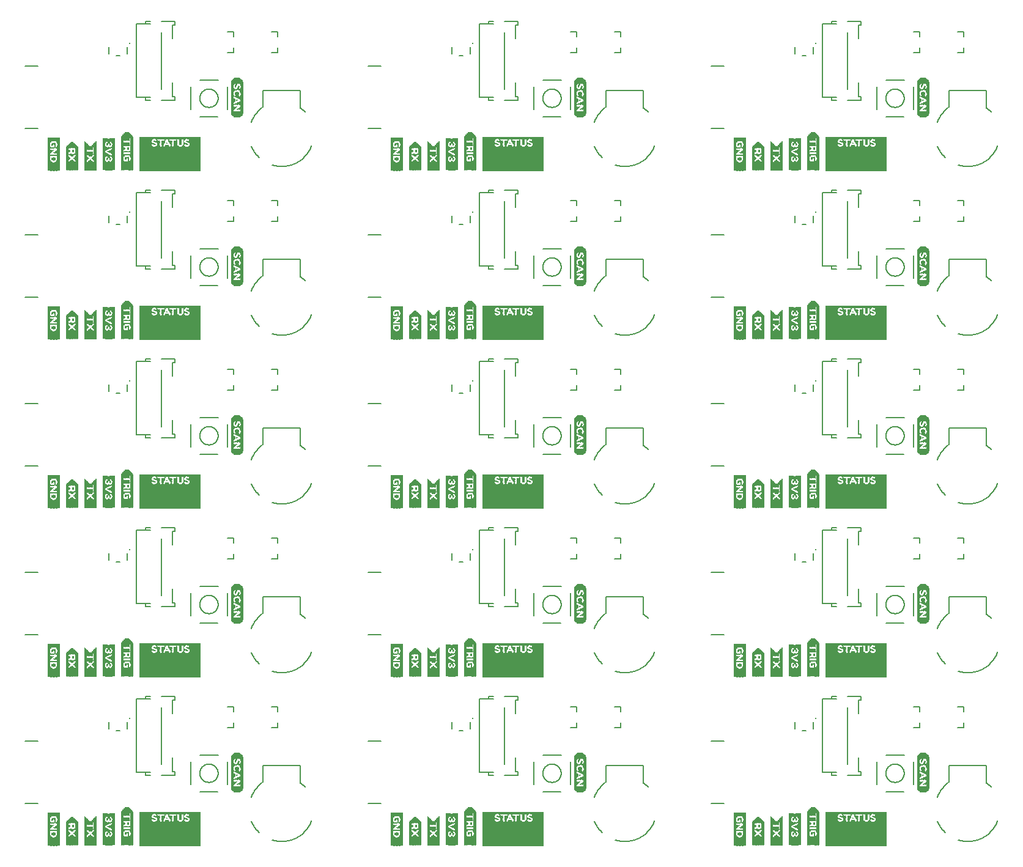
<source format=gto>
G04 EAGLE Gerber RS-274X export*
G75*
%MOMM*%
%FSLAX34Y34*%
%LPD*%
%INSilkscreen Top*%
%IPPOS*%
%AMOC8*
5,1,8,0,0,1.08239X$1,22.5*%
G01*
%ADD10C,0.203200*%
%ADD11C,0.127000*%
%ADD12C,0.254000*%
%ADD13R,0.040000X4.440000*%
%ADD14R,0.040000X4.680000*%
%ADD15R,0.040000X4.840000*%
%ADD16R,0.040000X4.920000*%
%ADD17R,0.040000X5.000000*%
%ADD18R,0.040000X5.080000*%
%ADD19R,0.040000X5.160000*%
%ADD20R,0.040000X0.960000*%
%ADD21R,0.040000X0.880000*%
%ADD22R,0.040000X3.080000*%
%ADD23R,0.040000X0.920000*%
%ADD24R,0.040000X0.600000*%
%ADD25R,0.040000X0.640000*%
%ADD26R,0.040000X0.560000*%
%ADD27R,0.040000X0.480000*%
%ADD28R,0.040000X0.760000*%
%ADD29R,0.040000X0.440000*%
%ADD30R,0.040000X0.520000*%
%ADD31R,0.040000X0.400000*%
%ADD32R,0.040000X0.800000*%
%ADD33R,0.040000X0.840000*%
%ADD34R,0.040000X0.320000*%
%ADD35R,0.040000X0.360000*%
%ADD36R,0.040000X0.280000*%
%ADD37R,0.040000X0.240000*%
%ADD38R,0.040000X0.160000*%
%ADD39R,0.040000X0.200000*%
%ADD40R,0.040000X0.120000*%
%ADD41R,0.040000X0.080000*%
%ADD42R,0.040000X0.040000*%
%ADD43R,0.040000X1.000000*%
%ADD44R,0.040000X1.120000*%
%ADD45R,0.040000X1.240000*%
%ADD46R,0.040000X1.360000*%
%ADD47R,0.040000X0.680000*%
%ADD48R,0.040000X4.640000*%
%ADD49R,0.040000X4.760000*%
%ADD50R,0.040000X4.800000*%
%ADD51R,0.040000X4.880000*%
%ADD52R,0.040000X3.240000*%
%ADD53R,0.040000X1.480000*%
%ADD54R,0.040000X1.280000*%
%ADD55R,0.040000X0.720000*%
%ADD56R,0.040000X1.160000*%
%ADD57R,0.040000X1.800000*%
%ADD58R,0.040000X1.200000*%
%ADD59R,0.040000X1.840000*%
%ADD60R,0.040000X1.080000*%
%ADD61R,0.040000X1.040000*%
%ADD62R,0.040000X1.320000*%
%ADD63R,0.040000X1.400000*%
%ADD64R,0.040000X4.040000*%
%ADD65R,0.040000X4.000000*%
%ADD66R,0.040000X3.960000*%
%ADD67R,0.040000X3.920000*%
%ADD68R,0.040000X3.880000*%
%ADD69R,0.040000X3.840000*%
%ADD70R,0.040000X3.800000*%
%ADD71R,0.040000X1.680000*%
%ADD72R,0.040000X1.440000*%
%ADD73R,0.040000X3.200000*%
%ADD74R,0.040000X3.320000*%
%ADD75R,0.040000X3.360000*%
%ADD76R,0.040000X3.400000*%
%ADD77R,0.040000X3.440000*%
%ADD78R,0.040000X3.480000*%
%ADD79R,0.040000X4.600000*%
%ADD80R,0.040000X3.520000*%
%ADD81R,0.040000X1.520000*%
%ADD82R,0.040000X1.560000*%
%ADD83R,5.800000X0.040000*%
%ADD84R,6.040000X0.040000*%
%ADD85R,6.200000X0.040000*%
%ADD86R,6.280000X0.040000*%
%ADD87R,6.360000X0.040000*%
%ADD88R,6.520000X0.040000*%
%ADD89R,0.920000X0.040000*%
%ADD90R,4.280000X0.040000*%
%ADD91R,0.960000X0.040000*%
%ADD92R,0.880000X0.040000*%
%ADD93R,0.160000X0.040000*%
%ADD94R,0.320000X0.040000*%
%ADD95R,0.240000X0.040000*%
%ADD96R,0.120000X0.040000*%
%ADD97R,0.480000X0.040000*%
%ADD98R,0.080000X0.040000*%
%ADD99R,0.400000X0.040000*%
%ADD100R,0.840000X0.040000*%
%ADD101R,0.200000X0.040000*%
%ADD102R,0.800000X0.040000*%
%ADD103R,0.560000X0.040000*%
%ADD104R,0.520000X0.040000*%
%ADD105R,1.320000X0.040000*%
%ADD106R,0.440000X0.040000*%
%ADD107R,1.280000X0.040000*%
%ADD108R,0.760000X0.040000*%
%ADD109R,1.200000X0.040000*%
%ADD110R,0.600000X0.040000*%
%ADD111R,1.040000X0.040000*%
%ADD112R,0.360000X0.040000*%
%ADD113R,1.000000X0.040000*%
%ADD114R,1.080000X0.040000*%
%ADD115R,0.280000X0.040000*%
%ADD116R,0.640000X0.040000*%
%ADD117R,0.680000X0.040000*%

G36*
X1215448Y946413D02*
X1215448Y946413D01*
X1215506Y946411D01*
X1215588Y946433D01*
X1215672Y946445D01*
X1215725Y946469D01*
X1215781Y946483D01*
X1215854Y946526D01*
X1215931Y946561D01*
X1215976Y946599D01*
X1216026Y946629D01*
X1216084Y946690D01*
X1216148Y946745D01*
X1216180Y946793D01*
X1216220Y946836D01*
X1216259Y946911D01*
X1216306Y946981D01*
X1216323Y947037D01*
X1216350Y947089D01*
X1216361Y947157D01*
X1216391Y947252D01*
X1216394Y947352D01*
X1216405Y947420D01*
X1216405Y993140D01*
X1216398Y993193D01*
X1216399Y993223D01*
X1216398Y993226D01*
X1216399Y993256D01*
X1216377Y993338D01*
X1216365Y993422D01*
X1216342Y993475D01*
X1216327Y993531D01*
X1216284Y993604D01*
X1216249Y993681D01*
X1216211Y993726D01*
X1216182Y993776D01*
X1216120Y993834D01*
X1216066Y993898D01*
X1216017Y993930D01*
X1215974Y993970D01*
X1215899Y994009D01*
X1215829Y994056D01*
X1215773Y994073D01*
X1215721Y994100D01*
X1215653Y994111D01*
X1215558Y994141D01*
X1215458Y994144D01*
X1215390Y994155D01*
X1205230Y994155D01*
X1205172Y994147D01*
X1205114Y994149D01*
X1205032Y994127D01*
X1204949Y994115D01*
X1204895Y994092D01*
X1204839Y994077D01*
X1204766Y994034D01*
X1204689Y993999D01*
X1204644Y993961D01*
X1204594Y993932D01*
X1204536Y993870D01*
X1204472Y993816D01*
X1204440Y993767D01*
X1204400Y993724D01*
X1204361Y993649D01*
X1204315Y993579D01*
X1204297Y993523D01*
X1204270Y993471D01*
X1204259Y993403D01*
X1204229Y993308D01*
X1204226Y993208D01*
X1204215Y993140D01*
X1204215Y977645D01*
X1147825Y977645D01*
X1147825Y993140D01*
X1147818Y993193D01*
X1147819Y993223D01*
X1147818Y993226D01*
X1147819Y993256D01*
X1147797Y993338D01*
X1147785Y993422D01*
X1147762Y993475D01*
X1147747Y993531D01*
X1147704Y993604D01*
X1147669Y993681D01*
X1147631Y993726D01*
X1147602Y993776D01*
X1147540Y993834D01*
X1147486Y993898D01*
X1147437Y993930D01*
X1147394Y993970D01*
X1147319Y994009D01*
X1147249Y994056D01*
X1147193Y994073D01*
X1147141Y994100D01*
X1147073Y994111D01*
X1146978Y994141D01*
X1146878Y994144D01*
X1146810Y994155D01*
X1132840Y994155D01*
X1132782Y994147D01*
X1132724Y994149D01*
X1132642Y994127D01*
X1132559Y994115D01*
X1132505Y994092D01*
X1132449Y994077D01*
X1132376Y994034D01*
X1132299Y993999D01*
X1132254Y993961D01*
X1132204Y993932D01*
X1132146Y993870D01*
X1132082Y993816D01*
X1132050Y993767D01*
X1132010Y993724D01*
X1131971Y993649D01*
X1131925Y993579D01*
X1131907Y993523D01*
X1131880Y993471D01*
X1131869Y993403D01*
X1131839Y993308D01*
X1131836Y993208D01*
X1131825Y993140D01*
X1131825Y947420D01*
X1131833Y947362D01*
X1131831Y947304D01*
X1131853Y947222D01*
X1131865Y947139D01*
X1131889Y947085D01*
X1131903Y947029D01*
X1131946Y946956D01*
X1131981Y946879D01*
X1132019Y946834D01*
X1132049Y946784D01*
X1132110Y946726D01*
X1132165Y946662D01*
X1132213Y946630D01*
X1132256Y946590D01*
X1132331Y946551D01*
X1132401Y946505D01*
X1132457Y946487D01*
X1132509Y946460D01*
X1132577Y946449D01*
X1132672Y946419D01*
X1132772Y946416D01*
X1132840Y946405D01*
X1215390Y946405D01*
X1215448Y946413D01*
G37*
G36*
X740468Y946413D02*
X740468Y946413D01*
X740526Y946411D01*
X740608Y946433D01*
X740692Y946445D01*
X740745Y946469D01*
X740801Y946483D01*
X740874Y946526D01*
X740951Y946561D01*
X740996Y946599D01*
X741046Y946629D01*
X741104Y946690D01*
X741168Y946745D01*
X741200Y946793D01*
X741240Y946836D01*
X741279Y946911D01*
X741326Y946981D01*
X741343Y947037D01*
X741370Y947089D01*
X741381Y947157D01*
X741411Y947252D01*
X741414Y947352D01*
X741425Y947420D01*
X741425Y993140D01*
X741418Y993193D01*
X741419Y993223D01*
X741418Y993226D01*
X741419Y993256D01*
X741397Y993338D01*
X741385Y993422D01*
X741362Y993475D01*
X741347Y993531D01*
X741304Y993604D01*
X741269Y993681D01*
X741231Y993726D01*
X741202Y993776D01*
X741140Y993834D01*
X741086Y993898D01*
X741037Y993930D01*
X740994Y993970D01*
X740919Y994009D01*
X740849Y994056D01*
X740793Y994073D01*
X740741Y994100D01*
X740673Y994111D01*
X740578Y994141D01*
X740478Y994144D01*
X740410Y994155D01*
X730250Y994155D01*
X730192Y994147D01*
X730134Y994149D01*
X730052Y994127D01*
X729969Y994115D01*
X729915Y994092D01*
X729859Y994077D01*
X729786Y994034D01*
X729709Y993999D01*
X729664Y993961D01*
X729614Y993932D01*
X729556Y993870D01*
X729492Y993816D01*
X729460Y993767D01*
X729420Y993724D01*
X729381Y993649D01*
X729335Y993579D01*
X729317Y993523D01*
X729290Y993471D01*
X729279Y993403D01*
X729249Y993308D01*
X729246Y993208D01*
X729235Y993140D01*
X729235Y977645D01*
X672845Y977645D01*
X672845Y993140D01*
X672838Y993193D01*
X672839Y993223D01*
X672838Y993226D01*
X672839Y993256D01*
X672817Y993338D01*
X672805Y993422D01*
X672782Y993475D01*
X672767Y993531D01*
X672724Y993604D01*
X672689Y993681D01*
X672651Y993726D01*
X672622Y993776D01*
X672560Y993834D01*
X672506Y993898D01*
X672457Y993930D01*
X672414Y993970D01*
X672339Y994009D01*
X672269Y994056D01*
X672213Y994073D01*
X672161Y994100D01*
X672093Y994111D01*
X671998Y994141D01*
X671898Y994144D01*
X671830Y994155D01*
X657860Y994155D01*
X657802Y994147D01*
X657744Y994149D01*
X657662Y994127D01*
X657579Y994115D01*
X657525Y994092D01*
X657469Y994077D01*
X657396Y994034D01*
X657319Y993999D01*
X657274Y993961D01*
X657224Y993932D01*
X657166Y993870D01*
X657102Y993816D01*
X657070Y993767D01*
X657030Y993724D01*
X656991Y993649D01*
X656945Y993579D01*
X656927Y993523D01*
X656900Y993471D01*
X656889Y993403D01*
X656859Y993308D01*
X656856Y993208D01*
X656845Y993140D01*
X656845Y947420D01*
X656853Y947362D01*
X656851Y947304D01*
X656873Y947222D01*
X656885Y947139D01*
X656909Y947085D01*
X656923Y947029D01*
X656966Y946956D01*
X657001Y946879D01*
X657039Y946834D01*
X657069Y946784D01*
X657130Y946726D01*
X657185Y946662D01*
X657233Y946630D01*
X657276Y946590D01*
X657351Y946551D01*
X657421Y946505D01*
X657477Y946487D01*
X657529Y946460D01*
X657597Y946449D01*
X657692Y946419D01*
X657792Y946416D01*
X657860Y946405D01*
X740410Y946405D01*
X740468Y946413D01*
G37*
G36*
X265488Y946413D02*
X265488Y946413D01*
X265546Y946411D01*
X265628Y946433D01*
X265712Y946445D01*
X265765Y946469D01*
X265821Y946483D01*
X265894Y946526D01*
X265971Y946561D01*
X266016Y946599D01*
X266066Y946629D01*
X266124Y946690D01*
X266188Y946745D01*
X266220Y946793D01*
X266260Y946836D01*
X266299Y946911D01*
X266346Y946981D01*
X266363Y947037D01*
X266390Y947089D01*
X266401Y947157D01*
X266431Y947252D01*
X266434Y947352D01*
X266445Y947420D01*
X266445Y993140D01*
X266438Y993193D01*
X266439Y993223D01*
X266438Y993226D01*
X266439Y993256D01*
X266417Y993338D01*
X266405Y993422D01*
X266382Y993475D01*
X266367Y993531D01*
X266324Y993604D01*
X266289Y993681D01*
X266251Y993726D01*
X266222Y993776D01*
X266160Y993834D01*
X266106Y993898D01*
X266057Y993930D01*
X266014Y993970D01*
X265939Y994009D01*
X265869Y994056D01*
X265813Y994073D01*
X265761Y994100D01*
X265693Y994111D01*
X265598Y994141D01*
X265498Y994144D01*
X265430Y994155D01*
X255270Y994155D01*
X255212Y994147D01*
X255154Y994149D01*
X255072Y994127D01*
X254989Y994115D01*
X254935Y994092D01*
X254879Y994077D01*
X254806Y994034D01*
X254729Y993999D01*
X254684Y993961D01*
X254634Y993932D01*
X254576Y993870D01*
X254512Y993816D01*
X254480Y993767D01*
X254440Y993724D01*
X254401Y993649D01*
X254355Y993579D01*
X254337Y993523D01*
X254310Y993471D01*
X254299Y993403D01*
X254269Y993308D01*
X254266Y993208D01*
X254255Y993140D01*
X254255Y977645D01*
X197865Y977645D01*
X197865Y993140D01*
X197858Y993193D01*
X197859Y993223D01*
X197858Y993226D01*
X197859Y993256D01*
X197837Y993338D01*
X197825Y993422D01*
X197802Y993475D01*
X197787Y993531D01*
X197744Y993604D01*
X197709Y993681D01*
X197671Y993726D01*
X197642Y993776D01*
X197580Y993834D01*
X197526Y993898D01*
X197477Y993930D01*
X197434Y993970D01*
X197359Y994009D01*
X197289Y994056D01*
X197233Y994073D01*
X197181Y994100D01*
X197113Y994111D01*
X197018Y994141D01*
X196918Y994144D01*
X196850Y994155D01*
X182880Y994155D01*
X182822Y994147D01*
X182764Y994149D01*
X182682Y994127D01*
X182599Y994115D01*
X182545Y994092D01*
X182489Y994077D01*
X182416Y994034D01*
X182339Y993999D01*
X182294Y993961D01*
X182244Y993932D01*
X182186Y993870D01*
X182122Y993816D01*
X182090Y993767D01*
X182050Y993724D01*
X182011Y993649D01*
X181965Y993579D01*
X181947Y993523D01*
X181920Y993471D01*
X181909Y993403D01*
X181879Y993308D01*
X181876Y993208D01*
X181865Y993140D01*
X181865Y947420D01*
X181873Y947362D01*
X181871Y947304D01*
X181893Y947222D01*
X181905Y947139D01*
X181929Y947085D01*
X181943Y947029D01*
X181986Y946956D01*
X182021Y946879D01*
X182059Y946834D01*
X182089Y946784D01*
X182150Y946726D01*
X182205Y946662D01*
X182253Y946630D01*
X182296Y946590D01*
X182371Y946551D01*
X182441Y946505D01*
X182497Y946487D01*
X182549Y946460D01*
X182617Y946449D01*
X182712Y946419D01*
X182812Y946416D01*
X182880Y946405D01*
X265430Y946405D01*
X265488Y946413D01*
G37*
G36*
X265488Y712733D02*
X265488Y712733D01*
X265546Y712731D01*
X265628Y712753D01*
X265712Y712765D01*
X265765Y712789D01*
X265821Y712803D01*
X265894Y712846D01*
X265971Y712881D01*
X266016Y712919D01*
X266066Y712949D01*
X266124Y713010D01*
X266188Y713065D01*
X266220Y713113D01*
X266260Y713156D01*
X266299Y713231D01*
X266346Y713301D01*
X266363Y713357D01*
X266390Y713409D01*
X266401Y713477D01*
X266431Y713572D01*
X266434Y713672D01*
X266445Y713740D01*
X266445Y759460D01*
X266438Y759513D01*
X266439Y759543D01*
X266438Y759546D01*
X266439Y759576D01*
X266417Y759658D01*
X266405Y759742D01*
X266382Y759795D01*
X266367Y759851D01*
X266324Y759924D01*
X266289Y760001D01*
X266251Y760046D01*
X266222Y760096D01*
X266160Y760154D01*
X266106Y760218D01*
X266057Y760250D01*
X266014Y760290D01*
X265939Y760329D01*
X265869Y760376D01*
X265813Y760393D01*
X265761Y760420D01*
X265693Y760431D01*
X265598Y760461D01*
X265498Y760464D01*
X265430Y760475D01*
X255270Y760475D01*
X255212Y760467D01*
X255154Y760469D01*
X255072Y760447D01*
X254989Y760435D01*
X254935Y760412D01*
X254879Y760397D01*
X254806Y760354D01*
X254729Y760319D01*
X254684Y760281D01*
X254634Y760252D01*
X254576Y760190D01*
X254512Y760136D01*
X254480Y760087D01*
X254440Y760044D01*
X254401Y759969D01*
X254355Y759899D01*
X254337Y759843D01*
X254310Y759791D01*
X254299Y759723D01*
X254269Y759628D01*
X254266Y759528D01*
X254255Y759460D01*
X254255Y743965D01*
X197865Y743965D01*
X197865Y759460D01*
X197858Y759513D01*
X197859Y759543D01*
X197858Y759546D01*
X197859Y759576D01*
X197837Y759658D01*
X197825Y759742D01*
X197802Y759795D01*
X197787Y759851D01*
X197744Y759924D01*
X197709Y760001D01*
X197671Y760046D01*
X197642Y760096D01*
X197580Y760154D01*
X197526Y760218D01*
X197477Y760250D01*
X197434Y760290D01*
X197359Y760329D01*
X197289Y760376D01*
X197233Y760393D01*
X197181Y760420D01*
X197113Y760431D01*
X197018Y760461D01*
X196918Y760464D01*
X196850Y760475D01*
X182880Y760475D01*
X182822Y760467D01*
X182764Y760469D01*
X182682Y760447D01*
X182599Y760435D01*
X182545Y760412D01*
X182489Y760397D01*
X182416Y760354D01*
X182339Y760319D01*
X182294Y760281D01*
X182244Y760252D01*
X182186Y760190D01*
X182122Y760136D01*
X182090Y760087D01*
X182050Y760044D01*
X182011Y759969D01*
X181965Y759899D01*
X181947Y759843D01*
X181920Y759791D01*
X181909Y759723D01*
X181879Y759628D01*
X181876Y759528D01*
X181865Y759460D01*
X181865Y713740D01*
X181873Y713682D01*
X181871Y713624D01*
X181893Y713542D01*
X181905Y713459D01*
X181929Y713405D01*
X181943Y713349D01*
X181986Y713276D01*
X182021Y713199D01*
X182059Y713154D01*
X182089Y713104D01*
X182150Y713046D01*
X182205Y712982D01*
X182253Y712950D01*
X182296Y712910D01*
X182371Y712871D01*
X182441Y712825D01*
X182497Y712807D01*
X182549Y712780D01*
X182617Y712769D01*
X182712Y712739D01*
X182812Y712736D01*
X182880Y712725D01*
X265430Y712725D01*
X265488Y712733D01*
G37*
G36*
X1215448Y712733D02*
X1215448Y712733D01*
X1215506Y712731D01*
X1215588Y712753D01*
X1215672Y712765D01*
X1215725Y712789D01*
X1215781Y712803D01*
X1215854Y712846D01*
X1215931Y712881D01*
X1215976Y712919D01*
X1216026Y712949D01*
X1216084Y713010D01*
X1216148Y713065D01*
X1216180Y713113D01*
X1216220Y713156D01*
X1216259Y713231D01*
X1216306Y713301D01*
X1216323Y713357D01*
X1216350Y713409D01*
X1216361Y713477D01*
X1216391Y713572D01*
X1216394Y713672D01*
X1216405Y713740D01*
X1216405Y759460D01*
X1216398Y759513D01*
X1216399Y759543D01*
X1216398Y759546D01*
X1216399Y759576D01*
X1216377Y759658D01*
X1216365Y759742D01*
X1216342Y759795D01*
X1216327Y759851D01*
X1216284Y759924D01*
X1216249Y760001D01*
X1216211Y760046D01*
X1216182Y760096D01*
X1216120Y760154D01*
X1216066Y760218D01*
X1216017Y760250D01*
X1215974Y760290D01*
X1215899Y760329D01*
X1215829Y760376D01*
X1215773Y760393D01*
X1215721Y760420D01*
X1215653Y760431D01*
X1215558Y760461D01*
X1215458Y760464D01*
X1215390Y760475D01*
X1205230Y760475D01*
X1205172Y760467D01*
X1205114Y760469D01*
X1205032Y760447D01*
X1204949Y760435D01*
X1204895Y760412D01*
X1204839Y760397D01*
X1204766Y760354D01*
X1204689Y760319D01*
X1204644Y760281D01*
X1204594Y760252D01*
X1204536Y760190D01*
X1204472Y760136D01*
X1204440Y760087D01*
X1204400Y760044D01*
X1204361Y759969D01*
X1204315Y759899D01*
X1204297Y759843D01*
X1204270Y759791D01*
X1204259Y759723D01*
X1204229Y759628D01*
X1204226Y759528D01*
X1204215Y759460D01*
X1204215Y743965D01*
X1147825Y743965D01*
X1147825Y759460D01*
X1147818Y759513D01*
X1147819Y759543D01*
X1147818Y759546D01*
X1147819Y759576D01*
X1147797Y759658D01*
X1147785Y759742D01*
X1147762Y759795D01*
X1147747Y759851D01*
X1147704Y759924D01*
X1147669Y760001D01*
X1147631Y760046D01*
X1147602Y760096D01*
X1147540Y760154D01*
X1147486Y760218D01*
X1147437Y760250D01*
X1147394Y760290D01*
X1147319Y760329D01*
X1147249Y760376D01*
X1147193Y760393D01*
X1147141Y760420D01*
X1147073Y760431D01*
X1146978Y760461D01*
X1146878Y760464D01*
X1146810Y760475D01*
X1132840Y760475D01*
X1132782Y760467D01*
X1132724Y760469D01*
X1132642Y760447D01*
X1132559Y760435D01*
X1132505Y760412D01*
X1132449Y760397D01*
X1132376Y760354D01*
X1132299Y760319D01*
X1132254Y760281D01*
X1132204Y760252D01*
X1132146Y760190D01*
X1132082Y760136D01*
X1132050Y760087D01*
X1132010Y760044D01*
X1131971Y759969D01*
X1131925Y759899D01*
X1131907Y759843D01*
X1131880Y759791D01*
X1131869Y759723D01*
X1131839Y759628D01*
X1131836Y759528D01*
X1131825Y759460D01*
X1131825Y713740D01*
X1131833Y713682D01*
X1131831Y713624D01*
X1131853Y713542D01*
X1131865Y713459D01*
X1131889Y713405D01*
X1131903Y713349D01*
X1131946Y713276D01*
X1131981Y713199D01*
X1132019Y713154D01*
X1132049Y713104D01*
X1132110Y713046D01*
X1132165Y712982D01*
X1132213Y712950D01*
X1132256Y712910D01*
X1132331Y712871D01*
X1132401Y712825D01*
X1132457Y712807D01*
X1132509Y712780D01*
X1132577Y712769D01*
X1132672Y712739D01*
X1132772Y712736D01*
X1132840Y712725D01*
X1215390Y712725D01*
X1215448Y712733D01*
G37*
G36*
X740468Y712733D02*
X740468Y712733D01*
X740526Y712731D01*
X740608Y712753D01*
X740692Y712765D01*
X740745Y712789D01*
X740801Y712803D01*
X740874Y712846D01*
X740951Y712881D01*
X740996Y712919D01*
X741046Y712949D01*
X741104Y713010D01*
X741168Y713065D01*
X741200Y713113D01*
X741240Y713156D01*
X741279Y713231D01*
X741326Y713301D01*
X741343Y713357D01*
X741370Y713409D01*
X741381Y713477D01*
X741411Y713572D01*
X741414Y713672D01*
X741425Y713740D01*
X741425Y759460D01*
X741418Y759513D01*
X741419Y759543D01*
X741418Y759546D01*
X741419Y759576D01*
X741397Y759658D01*
X741385Y759742D01*
X741362Y759795D01*
X741347Y759851D01*
X741304Y759924D01*
X741269Y760001D01*
X741231Y760046D01*
X741202Y760096D01*
X741140Y760154D01*
X741086Y760218D01*
X741037Y760250D01*
X740994Y760290D01*
X740919Y760329D01*
X740849Y760376D01*
X740793Y760393D01*
X740741Y760420D01*
X740673Y760431D01*
X740578Y760461D01*
X740478Y760464D01*
X740410Y760475D01*
X730250Y760475D01*
X730192Y760467D01*
X730134Y760469D01*
X730052Y760447D01*
X729969Y760435D01*
X729915Y760412D01*
X729859Y760397D01*
X729786Y760354D01*
X729709Y760319D01*
X729664Y760281D01*
X729614Y760252D01*
X729556Y760190D01*
X729492Y760136D01*
X729460Y760087D01*
X729420Y760044D01*
X729381Y759969D01*
X729335Y759899D01*
X729317Y759843D01*
X729290Y759791D01*
X729279Y759723D01*
X729249Y759628D01*
X729246Y759528D01*
X729235Y759460D01*
X729235Y743965D01*
X672845Y743965D01*
X672845Y759460D01*
X672838Y759513D01*
X672839Y759543D01*
X672838Y759546D01*
X672839Y759576D01*
X672817Y759658D01*
X672805Y759742D01*
X672782Y759795D01*
X672767Y759851D01*
X672724Y759924D01*
X672689Y760001D01*
X672651Y760046D01*
X672622Y760096D01*
X672560Y760154D01*
X672506Y760218D01*
X672457Y760250D01*
X672414Y760290D01*
X672339Y760329D01*
X672269Y760376D01*
X672213Y760393D01*
X672161Y760420D01*
X672093Y760431D01*
X671998Y760461D01*
X671898Y760464D01*
X671830Y760475D01*
X657860Y760475D01*
X657802Y760467D01*
X657744Y760469D01*
X657662Y760447D01*
X657579Y760435D01*
X657525Y760412D01*
X657469Y760397D01*
X657396Y760354D01*
X657319Y760319D01*
X657274Y760281D01*
X657224Y760252D01*
X657166Y760190D01*
X657102Y760136D01*
X657070Y760087D01*
X657030Y760044D01*
X656991Y759969D01*
X656945Y759899D01*
X656927Y759843D01*
X656900Y759791D01*
X656889Y759723D01*
X656859Y759628D01*
X656856Y759528D01*
X656845Y759460D01*
X656845Y713740D01*
X656853Y713682D01*
X656851Y713624D01*
X656873Y713542D01*
X656885Y713459D01*
X656909Y713405D01*
X656923Y713349D01*
X656966Y713276D01*
X657001Y713199D01*
X657039Y713154D01*
X657069Y713104D01*
X657130Y713046D01*
X657185Y712982D01*
X657233Y712950D01*
X657276Y712910D01*
X657351Y712871D01*
X657421Y712825D01*
X657477Y712807D01*
X657529Y712780D01*
X657597Y712769D01*
X657692Y712739D01*
X657792Y712736D01*
X657860Y712725D01*
X740410Y712725D01*
X740468Y712733D01*
G37*
G36*
X265488Y479053D02*
X265488Y479053D01*
X265546Y479051D01*
X265628Y479073D01*
X265712Y479085D01*
X265765Y479109D01*
X265821Y479123D01*
X265894Y479166D01*
X265971Y479201D01*
X266016Y479239D01*
X266066Y479269D01*
X266124Y479330D01*
X266188Y479385D01*
X266220Y479433D01*
X266260Y479476D01*
X266299Y479551D01*
X266346Y479621D01*
X266363Y479677D01*
X266390Y479729D01*
X266401Y479797D01*
X266431Y479892D01*
X266434Y479992D01*
X266445Y480060D01*
X266445Y525780D01*
X266438Y525833D01*
X266439Y525863D01*
X266438Y525866D01*
X266439Y525896D01*
X266417Y525978D01*
X266405Y526062D01*
X266382Y526115D01*
X266367Y526171D01*
X266324Y526244D01*
X266289Y526321D01*
X266251Y526366D01*
X266222Y526416D01*
X266160Y526474D01*
X266106Y526538D01*
X266057Y526570D01*
X266014Y526610D01*
X265939Y526649D01*
X265869Y526696D01*
X265813Y526713D01*
X265761Y526740D01*
X265693Y526751D01*
X265598Y526781D01*
X265498Y526784D01*
X265430Y526795D01*
X255270Y526795D01*
X255212Y526787D01*
X255154Y526789D01*
X255072Y526767D01*
X254989Y526755D01*
X254935Y526732D01*
X254879Y526717D01*
X254806Y526674D01*
X254729Y526639D01*
X254684Y526601D01*
X254634Y526572D01*
X254576Y526510D01*
X254512Y526456D01*
X254480Y526407D01*
X254440Y526364D01*
X254401Y526289D01*
X254355Y526219D01*
X254337Y526163D01*
X254310Y526111D01*
X254299Y526043D01*
X254269Y525948D01*
X254266Y525848D01*
X254255Y525780D01*
X254255Y510285D01*
X197865Y510285D01*
X197865Y525780D01*
X197858Y525833D01*
X197859Y525863D01*
X197858Y525866D01*
X197859Y525896D01*
X197837Y525978D01*
X197825Y526062D01*
X197802Y526115D01*
X197787Y526171D01*
X197744Y526244D01*
X197709Y526321D01*
X197671Y526366D01*
X197642Y526416D01*
X197580Y526474D01*
X197526Y526538D01*
X197477Y526570D01*
X197434Y526610D01*
X197359Y526649D01*
X197289Y526696D01*
X197233Y526713D01*
X197181Y526740D01*
X197113Y526751D01*
X197018Y526781D01*
X196918Y526784D01*
X196850Y526795D01*
X182880Y526795D01*
X182822Y526787D01*
X182764Y526789D01*
X182682Y526767D01*
X182599Y526755D01*
X182545Y526732D01*
X182489Y526717D01*
X182416Y526674D01*
X182339Y526639D01*
X182294Y526601D01*
X182244Y526572D01*
X182186Y526510D01*
X182122Y526456D01*
X182090Y526407D01*
X182050Y526364D01*
X182011Y526289D01*
X181965Y526219D01*
X181947Y526163D01*
X181920Y526111D01*
X181909Y526043D01*
X181879Y525948D01*
X181876Y525848D01*
X181865Y525780D01*
X181865Y480060D01*
X181873Y480002D01*
X181871Y479944D01*
X181893Y479862D01*
X181905Y479779D01*
X181929Y479725D01*
X181943Y479669D01*
X181986Y479596D01*
X182021Y479519D01*
X182059Y479474D01*
X182089Y479424D01*
X182150Y479366D01*
X182205Y479302D01*
X182253Y479270D01*
X182296Y479230D01*
X182371Y479191D01*
X182441Y479145D01*
X182497Y479127D01*
X182549Y479100D01*
X182617Y479089D01*
X182712Y479059D01*
X182812Y479056D01*
X182880Y479045D01*
X265430Y479045D01*
X265488Y479053D01*
G37*
G36*
X740468Y479053D02*
X740468Y479053D01*
X740526Y479051D01*
X740608Y479073D01*
X740692Y479085D01*
X740745Y479109D01*
X740801Y479123D01*
X740874Y479166D01*
X740951Y479201D01*
X740996Y479239D01*
X741046Y479269D01*
X741104Y479330D01*
X741168Y479385D01*
X741200Y479433D01*
X741240Y479476D01*
X741279Y479551D01*
X741326Y479621D01*
X741343Y479677D01*
X741370Y479729D01*
X741381Y479797D01*
X741411Y479892D01*
X741414Y479992D01*
X741425Y480060D01*
X741425Y525780D01*
X741418Y525833D01*
X741419Y525863D01*
X741418Y525866D01*
X741419Y525896D01*
X741397Y525978D01*
X741385Y526062D01*
X741362Y526115D01*
X741347Y526171D01*
X741304Y526244D01*
X741269Y526321D01*
X741231Y526366D01*
X741202Y526416D01*
X741140Y526474D01*
X741086Y526538D01*
X741037Y526570D01*
X740994Y526610D01*
X740919Y526649D01*
X740849Y526696D01*
X740793Y526713D01*
X740741Y526740D01*
X740673Y526751D01*
X740578Y526781D01*
X740478Y526784D01*
X740410Y526795D01*
X730250Y526795D01*
X730192Y526787D01*
X730134Y526789D01*
X730052Y526767D01*
X729969Y526755D01*
X729915Y526732D01*
X729859Y526717D01*
X729786Y526674D01*
X729709Y526639D01*
X729664Y526601D01*
X729614Y526572D01*
X729556Y526510D01*
X729492Y526456D01*
X729460Y526407D01*
X729420Y526364D01*
X729381Y526289D01*
X729335Y526219D01*
X729317Y526163D01*
X729290Y526111D01*
X729279Y526043D01*
X729249Y525948D01*
X729246Y525848D01*
X729235Y525780D01*
X729235Y510285D01*
X672845Y510285D01*
X672845Y525780D01*
X672838Y525833D01*
X672839Y525863D01*
X672838Y525866D01*
X672839Y525896D01*
X672817Y525978D01*
X672805Y526062D01*
X672782Y526115D01*
X672767Y526171D01*
X672724Y526244D01*
X672689Y526321D01*
X672651Y526366D01*
X672622Y526416D01*
X672560Y526474D01*
X672506Y526538D01*
X672457Y526570D01*
X672414Y526610D01*
X672339Y526649D01*
X672269Y526696D01*
X672213Y526713D01*
X672161Y526740D01*
X672093Y526751D01*
X671998Y526781D01*
X671898Y526784D01*
X671830Y526795D01*
X657860Y526795D01*
X657802Y526787D01*
X657744Y526789D01*
X657662Y526767D01*
X657579Y526755D01*
X657525Y526732D01*
X657469Y526717D01*
X657396Y526674D01*
X657319Y526639D01*
X657274Y526601D01*
X657224Y526572D01*
X657166Y526510D01*
X657102Y526456D01*
X657070Y526407D01*
X657030Y526364D01*
X656991Y526289D01*
X656945Y526219D01*
X656927Y526163D01*
X656900Y526111D01*
X656889Y526043D01*
X656859Y525948D01*
X656856Y525848D01*
X656845Y525780D01*
X656845Y480060D01*
X656853Y480002D01*
X656851Y479944D01*
X656873Y479862D01*
X656885Y479779D01*
X656909Y479725D01*
X656923Y479669D01*
X656966Y479596D01*
X657001Y479519D01*
X657039Y479474D01*
X657069Y479424D01*
X657130Y479366D01*
X657185Y479302D01*
X657233Y479270D01*
X657276Y479230D01*
X657351Y479191D01*
X657421Y479145D01*
X657477Y479127D01*
X657529Y479100D01*
X657597Y479089D01*
X657692Y479059D01*
X657792Y479056D01*
X657860Y479045D01*
X740410Y479045D01*
X740468Y479053D01*
G37*
G36*
X1215448Y479053D02*
X1215448Y479053D01*
X1215506Y479051D01*
X1215588Y479073D01*
X1215672Y479085D01*
X1215725Y479109D01*
X1215781Y479123D01*
X1215854Y479166D01*
X1215931Y479201D01*
X1215976Y479239D01*
X1216026Y479269D01*
X1216084Y479330D01*
X1216148Y479385D01*
X1216180Y479433D01*
X1216220Y479476D01*
X1216259Y479551D01*
X1216306Y479621D01*
X1216323Y479677D01*
X1216350Y479729D01*
X1216361Y479797D01*
X1216391Y479892D01*
X1216394Y479992D01*
X1216405Y480060D01*
X1216405Y525780D01*
X1216398Y525833D01*
X1216399Y525863D01*
X1216398Y525866D01*
X1216399Y525896D01*
X1216377Y525978D01*
X1216365Y526062D01*
X1216342Y526115D01*
X1216327Y526171D01*
X1216284Y526244D01*
X1216249Y526321D01*
X1216211Y526366D01*
X1216182Y526416D01*
X1216120Y526474D01*
X1216066Y526538D01*
X1216017Y526570D01*
X1215974Y526610D01*
X1215899Y526649D01*
X1215829Y526696D01*
X1215773Y526713D01*
X1215721Y526740D01*
X1215653Y526751D01*
X1215558Y526781D01*
X1215458Y526784D01*
X1215390Y526795D01*
X1205230Y526795D01*
X1205172Y526787D01*
X1205114Y526789D01*
X1205032Y526767D01*
X1204949Y526755D01*
X1204895Y526732D01*
X1204839Y526717D01*
X1204766Y526674D01*
X1204689Y526639D01*
X1204644Y526601D01*
X1204594Y526572D01*
X1204536Y526510D01*
X1204472Y526456D01*
X1204440Y526407D01*
X1204400Y526364D01*
X1204361Y526289D01*
X1204315Y526219D01*
X1204297Y526163D01*
X1204270Y526111D01*
X1204259Y526043D01*
X1204229Y525948D01*
X1204226Y525848D01*
X1204215Y525780D01*
X1204215Y510285D01*
X1147825Y510285D01*
X1147825Y525780D01*
X1147818Y525833D01*
X1147819Y525863D01*
X1147818Y525866D01*
X1147819Y525896D01*
X1147797Y525978D01*
X1147785Y526062D01*
X1147762Y526115D01*
X1147747Y526171D01*
X1147704Y526244D01*
X1147669Y526321D01*
X1147631Y526366D01*
X1147602Y526416D01*
X1147540Y526474D01*
X1147486Y526538D01*
X1147437Y526570D01*
X1147394Y526610D01*
X1147319Y526649D01*
X1147249Y526696D01*
X1147193Y526713D01*
X1147141Y526740D01*
X1147073Y526751D01*
X1146978Y526781D01*
X1146878Y526784D01*
X1146810Y526795D01*
X1132840Y526795D01*
X1132782Y526787D01*
X1132724Y526789D01*
X1132642Y526767D01*
X1132559Y526755D01*
X1132505Y526732D01*
X1132449Y526717D01*
X1132376Y526674D01*
X1132299Y526639D01*
X1132254Y526601D01*
X1132204Y526572D01*
X1132146Y526510D01*
X1132082Y526456D01*
X1132050Y526407D01*
X1132010Y526364D01*
X1131971Y526289D01*
X1131925Y526219D01*
X1131907Y526163D01*
X1131880Y526111D01*
X1131869Y526043D01*
X1131839Y525948D01*
X1131836Y525848D01*
X1131825Y525780D01*
X1131825Y480060D01*
X1131833Y480002D01*
X1131831Y479944D01*
X1131853Y479862D01*
X1131865Y479779D01*
X1131889Y479725D01*
X1131903Y479669D01*
X1131946Y479596D01*
X1131981Y479519D01*
X1132019Y479474D01*
X1132049Y479424D01*
X1132110Y479366D01*
X1132165Y479302D01*
X1132213Y479270D01*
X1132256Y479230D01*
X1132331Y479191D01*
X1132401Y479145D01*
X1132457Y479127D01*
X1132509Y479100D01*
X1132577Y479089D01*
X1132672Y479059D01*
X1132772Y479056D01*
X1132840Y479045D01*
X1215390Y479045D01*
X1215448Y479053D01*
G37*
G36*
X1215448Y245373D02*
X1215448Y245373D01*
X1215506Y245371D01*
X1215588Y245393D01*
X1215672Y245405D01*
X1215725Y245429D01*
X1215781Y245443D01*
X1215854Y245486D01*
X1215931Y245521D01*
X1215976Y245559D01*
X1216026Y245589D01*
X1216084Y245650D01*
X1216148Y245705D01*
X1216180Y245753D01*
X1216220Y245796D01*
X1216259Y245871D01*
X1216306Y245941D01*
X1216323Y245997D01*
X1216350Y246049D01*
X1216361Y246117D01*
X1216391Y246212D01*
X1216394Y246312D01*
X1216405Y246380D01*
X1216405Y292100D01*
X1216398Y292153D01*
X1216399Y292183D01*
X1216398Y292186D01*
X1216399Y292216D01*
X1216377Y292298D01*
X1216365Y292382D01*
X1216342Y292435D01*
X1216327Y292491D01*
X1216284Y292564D01*
X1216249Y292641D01*
X1216211Y292686D01*
X1216182Y292736D01*
X1216120Y292794D01*
X1216066Y292858D01*
X1216017Y292890D01*
X1215974Y292930D01*
X1215899Y292969D01*
X1215829Y293016D01*
X1215773Y293033D01*
X1215721Y293060D01*
X1215653Y293071D01*
X1215558Y293101D01*
X1215458Y293104D01*
X1215390Y293115D01*
X1205230Y293115D01*
X1205172Y293107D01*
X1205114Y293109D01*
X1205032Y293087D01*
X1204949Y293075D01*
X1204895Y293052D01*
X1204839Y293037D01*
X1204766Y292994D01*
X1204689Y292959D01*
X1204644Y292921D01*
X1204594Y292892D01*
X1204536Y292830D01*
X1204472Y292776D01*
X1204440Y292727D01*
X1204400Y292684D01*
X1204361Y292609D01*
X1204315Y292539D01*
X1204297Y292483D01*
X1204270Y292431D01*
X1204259Y292363D01*
X1204229Y292268D01*
X1204226Y292168D01*
X1204215Y292100D01*
X1204215Y276605D01*
X1147825Y276605D01*
X1147825Y292100D01*
X1147818Y292153D01*
X1147819Y292183D01*
X1147818Y292186D01*
X1147819Y292216D01*
X1147797Y292298D01*
X1147785Y292382D01*
X1147762Y292435D01*
X1147747Y292491D01*
X1147704Y292564D01*
X1147669Y292641D01*
X1147631Y292686D01*
X1147602Y292736D01*
X1147540Y292794D01*
X1147486Y292858D01*
X1147437Y292890D01*
X1147394Y292930D01*
X1147319Y292969D01*
X1147249Y293016D01*
X1147193Y293033D01*
X1147141Y293060D01*
X1147073Y293071D01*
X1146978Y293101D01*
X1146878Y293104D01*
X1146810Y293115D01*
X1132840Y293115D01*
X1132782Y293107D01*
X1132724Y293109D01*
X1132642Y293087D01*
X1132559Y293075D01*
X1132505Y293052D01*
X1132449Y293037D01*
X1132376Y292994D01*
X1132299Y292959D01*
X1132254Y292921D01*
X1132204Y292892D01*
X1132146Y292830D01*
X1132082Y292776D01*
X1132050Y292727D01*
X1132010Y292684D01*
X1131971Y292609D01*
X1131925Y292539D01*
X1131907Y292483D01*
X1131880Y292431D01*
X1131869Y292363D01*
X1131839Y292268D01*
X1131836Y292168D01*
X1131825Y292100D01*
X1131825Y246380D01*
X1131833Y246322D01*
X1131831Y246264D01*
X1131853Y246182D01*
X1131865Y246099D01*
X1131889Y246045D01*
X1131903Y245989D01*
X1131946Y245916D01*
X1131981Y245839D01*
X1132019Y245794D01*
X1132049Y245744D01*
X1132110Y245686D01*
X1132165Y245622D01*
X1132213Y245590D01*
X1132256Y245550D01*
X1132331Y245511D01*
X1132401Y245465D01*
X1132457Y245447D01*
X1132509Y245420D01*
X1132577Y245409D01*
X1132672Y245379D01*
X1132772Y245376D01*
X1132840Y245365D01*
X1215390Y245365D01*
X1215448Y245373D01*
G37*
G36*
X740468Y245373D02*
X740468Y245373D01*
X740526Y245371D01*
X740608Y245393D01*
X740692Y245405D01*
X740745Y245429D01*
X740801Y245443D01*
X740874Y245486D01*
X740951Y245521D01*
X740996Y245559D01*
X741046Y245589D01*
X741104Y245650D01*
X741168Y245705D01*
X741200Y245753D01*
X741240Y245796D01*
X741279Y245871D01*
X741326Y245941D01*
X741343Y245997D01*
X741370Y246049D01*
X741381Y246117D01*
X741411Y246212D01*
X741414Y246312D01*
X741425Y246380D01*
X741425Y292100D01*
X741418Y292153D01*
X741419Y292183D01*
X741418Y292186D01*
X741419Y292216D01*
X741397Y292298D01*
X741385Y292382D01*
X741362Y292435D01*
X741347Y292491D01*
X741304Y292564D01*
X741269Y292641D01*
X741231Y292686D01*
X741202Y292736D01*
X741140Y292794D01*
X741086Y292858D01*
X741037Y292890D01*
X740994Y292930D01*
X740919Y292969D01*
X740849Y293016D01*
X740793Y293033D01*
X740741Y293060D01*
X740673Y293071D01*
X740578Y293101D01*
X740478Y293104D01*
X740410Y293115D01*
X730250Y293115D01*
X730192Y293107D01*
X730134Y293109D01*
X730052Y293087D01*
X729969Y293075D01*
X729915Y293052D01*
X729859Y293037D01*
X729786Y292994D01*
X729709Y292959D01*
X729664Y292921D01*
X729614Y292892D01*
X729556Y292830D01*
X729492Y292776D01*
X729460Y292727D01*
X729420Y292684D01*
X729381Y292609D01*
X729335Y292539D01*
X729317Y292483D01*
X729290Y292431D01*
X729279Y292363D01*
X729249Y292268D01*
X729246Y292168D01*
X729235Y292100D01*
X729235Y276605D01*
X672845Y276605D01*
X672845Y292100D01*
X672838Y292153D01*
X672839Y292183D01*
X672838Y292186D01*
X672839Y292216D01*
X672817Y292298D01*
X672805Y292382D01*
X672782Y292435D01*
X672767Y292491D01*
X672724Y292564D01*
X672689Y292641D01*
X672651Y292686D01*
X672622Y292736D01*
X672560Y292794D01*
X672506Y292858D01*
X672457Y292890D01*
X672414Y292930D01*
X672339Y292969D01*
X672269Y293016D01*
X672213Y293033D01*
X672161Y293060D01*
X672093Y293071D01*
X671998Y293101D01*
X671898Y293104D01*
X671830Y293115D01*
X657860Y293115D01*
X657802Y293107D01*
X657744Y293109D01*
X657662Y293087D01*
X657579Y293075D01*
X657525Y293052D01*
X657469Y293037D01*
X657396Y292994D01*
X657319Y292959D01*
X657274Y292921D01*
X657224Y292892D01*
X657166Y292830D01*
X657102Y292776D01*
X657070Y292727D01*
X657030Y292684D01*
X656991Y292609D01*
X656945Y292539D01*
X656927Y292483D01*
X656900Y292431D01*
X656889Y292363D01*
X656859Y292268D01*
X656856Y292168D01*
X656845Y292100D01*
X656845Y246380D01*
X656853Y246322D01*
X656851Y246264D01*
X656873Y246182D01*
X656885Y246099D01*
X656909Y246045D01*
X656923Y245989D01*
X656966Y245916D01*
X657001Y245839D01*
X657039Y245794D01*
X657069Y245744D01*
X657130Y245686D01*
X657185Y245622D01*
X657233Y245590D01*
X657276Y245550D01*
X657351Y245511D01*
X657421Y245465D01*
X657477Y245447D01*
X657529Y245420D01*
X657597Y245409D01*
X657692Y245379D01*
X657792Y245376D01*
X657860Y245365D01*
X740410Y245365D01*
X740468Y245373D01*
G37*
G36*
X265488Y245373D02*
X265488Y245373D01*
X265546Y245371D01*
X265628Y245393D01*
X265712Y245405D01*
X265765Y245429D01*
X265821Y245443D01*
X265894Y245486D01*
X265971Y245521D01*
X266016Y245559D01*
X266066Y245589D01*
X266124Y245650D01*
X266188Y245705D01*
X266220Y245753D01*
X266260Y245796D01*
X266299Y245871D01*
X266346Y245941D01*
X266363Y245997D01*
X266390Y246049D01*
X266401Y246117D01*
X266431Y246212D01*
X266434Y246312D01*
X266445Y246380D01*
X266445Y292100D01*
X266438Y292153D01*
X266439Y292183D01*
X266438Y292186D01*
X266439Y292216D01*
X266417Y292298D01*
X266405Y292382D01*
X266382Y292435D01*
X266367Y292491D01*
X266324Y292564D01*
X266289Y292641D01*
X266251Y292686D01*
X266222Y292736D01*
X266160Y292794D01*
X266106Y292858D01*
X266057Y292890D01*
X266014Y292930D01*
X265939Y292969D01*
X265869Y293016D01*
X265813Y293033D01*
X265761Y293060D01*
X265693Y293071D01*
X265598Y293101D01*
X265498Y293104D01*
X265430Y293115D01*
X255270Y293115D01*
X255212Y293107D01*
X255154Y293109D01*
X255072Y293087D01*
X254989Y293075D01*
X254935Y293052D01*
X254879Y293037D01*
X254806Y292994D01*
X254729Y292959D01*
X254684Y292921D01*
X254634Y292892D01*
X254576Y292830D01*
X254512Y292776D01*
X254480Y292727D01*
X254440Y292684D01*
X254401Y292609D01*
X254355Y292539D01*
X254337Y292483D01*
X254310Y292431D01*
X254299Y292363D01*
X254269Y292268D01*
X254266Y292168D01*
X254255Y292100D01*
X254255Y276605D01*
X197865Y276605D01*
X197865Y292100D01*
X197858Y292153D01*
X197859Y292183D01*
X197858Y292186D01*
X197859Y292216D01*
X197837Y292298D01*
X197825Y292382D01*
X197802Y292435D01*
X197787Y292491D01*
X197744Y292564D01*
X197709Y292641D01*
X197671Y292686D01*
X197642Y292736D01*
X197580Y292794D01*
X197526Y292858D01*
X197477Y292890D01*
X197434Y292930D01*
X197359Y292969D01*
X197289Y293016D01*
X197233Y293033D01*
X197181Y293060D01*
X197113Y293071D01*
X197018Y293101D01*
X196918Y293104D01*
X196850Y293115D01*
X182880Y293115D01*
X182822Y293107D01*
X182764Y293109D01*
X182682Y293087D01*
X182599Y293075D01*
X182545Y293052D01*
X182489Y293037D01*
X182416Y292994D01*
X182339Y292959D01*
X182294Y292921D01*
X182244Y292892D01*
X182186Y292830D01*
X182122Y292776D01*
X182090Y292727D01*
X182050Y292684D01*
X182011Y292609D01*
X181965Y292539D01*
X181947Y292483D01*
X181920Y292431D01*
X181909Y292363D01*
X181879Y292268D01*
X181876Y292168D01*
X181865Y292100D01*
X181865Y246380D01*
X181873Y246322D01*
X181871Y246264D01*
X181893Y246182D01*
X181905Y246099D01*
X181929Y246045D01*
X181943Y245989D01*
X181986Y245916D01*
X182021Y245839D01*
X182059Y245794D01*
X182089Y245744D01*
X182150Y245686D01*
X182205Y245622D01*
X182253Y245590D01*
X182296Y245550D01*
X182371Y245511D01*
X182441Y245465D01*
X182497Y245447D01*
X182549Y245420D01*
X182617Y245409D01*
X182712Y245379D01*
X182812Y245376D01*
X182880Y245365D01*
X265430Y245365D01*
X265488Y245373D01*
G37*
G36*
X1215448Y11693D02*
X1215448Y11693D01*
X1215506Y11691D01*
X1215588Y11713D01*
X1215672Y11725D01*
X1215725Y11749D01*
X1215781Y11763D01*
X1215854Y11806D01*
X1215931Y11841D01*
X1215976Y11879D01*
X1216026Y11909D01*
X1216084Y11970D01*
X1216148Y12025D01*
X1216180Y12073D01*
X1216220Y12116D01*
X1216259Y12191D01*
X1216306Y12261D01*
X1216323Y12317D01*
X1216350Y12369D01*
X1216361Y12437D01*
X1216391Y12532D01*
X1216394Y12632D01*
X1216405Y12700D01*
X1216405Y58420D01*
X1216398Y58473D01*
X1216399Y58503D01*
X1216398Y58506D01*
X1216399Y58536D01*
X1216377Y58618D01*
X1216365Y58702D01*
X1216342Y58755D01*
X1216327Y58811D01*
X1216284Y58884D01*
X1216249Y58961D01*
X1216211Y59006D01*
X1216182Y59056D01*
X1216120Y59114D01*
X1216066Y59178D01*
X1216017Y59210D01*
X1215974Y59250D01*
X1215899Y59289D01*
X1215829Y59336D01*
X1215773Y59353D01*
X1215721Y59380D01*
X1215653Y59391D01*
X1215558Y59421D01*
X1215458Y59424D01*
X1215390Y59435D01*
X1205230Y59435D01*
X1205172Y59427D01*
X1205114Y59429D01*
X1205032Y59407D01*
X1204949Y59395D01*
X1204895Y59372D01*
X1204839Y59357D01*
X1204766Y59314D01*
X1204689Y59279D01*
X1204644Y59241D01*
X1204594Y59212D01*
X1204536Y59150D01*
X1204472Y59096D01*
X1204440Y59047D01*
X1204400Y59004D01*
X1204361Y58929D01*
X1204315Y58859D01*
X1204297Y58803D01*
X1204270Y58751D01*
X1204259Y58683D01*
X1204229Y58588D01*
X1204226Y58488D01*
X1204215Y58420D01*
X1204215Y42925D01*
X1147825Y42925D01*
X1147825Y58420D01*
X1147818Y58473D01*
X1147819Y58503D01*
X1147818Y58506D01*
X1147819Y58536D01*
X1147797Y58618D01*
X1147785Y58702D01*
X1147762Y58755D01*
X1147747Y58811D01*
X1147704Y58884D01*
X1147669Y58961D01*
X1147631Y59006D01*
X1147602Y59056D01*
X1147540Y59114D01*
X1147486Y59178D01*
X1147437Y59210D01*
X1147394Y59250D01*
X1147319Y59289D01*
X1147249Y59336D01*
X1147193Y59353D01*
X1147141Y59380D01*
X1147073Y59391D01*
X1146978Y59421D01*
X1146878Y59424D01*
X1146810Y59435D01*
X1132840Y59435D01*
X1132782Y59427D01*
X1132724Y59429D01*
X1132642Y59407D01*
X1132559Y59395D01*
X1132505Y59372D01*
X1132449Y59357D01*
X1132376Y59314D01*
X1132299Y59279D01*
X1132254Y59241D01*
X1132204Y59212D01*
X1132146Y59150D01*
X1132082Y59096D01*
X1132050Y59047D01*
X1132010Y59004D01*
X1131971Y58929D01*
X1131925Y58859D01*
X1131907Y58803D01*
X1131880Y58751D01*
X1131869Y58683D01*
X1131839Y58588D01*
X1131836Y58488D01*
X1131825Y58420D01*
X1131825Y12700D01*
X1131833Y12642D01*
X1131831Y12584D01*
X1131853Y12502D01*
X1131865Y12419D01*
X1131889Y12365D01*
X1131903Y12309D01*
X1131946Y12236D01*
X1131981Y12159D01*
X1132019Y12114D01*
X1132049Y12064D01*
X1132110Y12006D01*
X1132165Y11942D01*
X1132213Y11910D01*
X1132256Y11870D01*
X1132331Y11831D01*
X1132401Y11785D01*
X1132457Y11767D01*
X1132509Y11740D01*
X1132577Y11729D01*
X1132672Y11699D01*
X1132772Y11696D01*
X1132840Y11685D01*
X1215390Y11685D01*
X1215448Y11693D01*
G37*
G36*
X740468Y11693D02*
X740468Y11693D01*
X740526Y11691D01*
X740608Y11713D01*
X740692Y11725D01*
X740745Y11749D01*
X740801Y11763D01*
X740874Y11806D01*
X740951Y11841D01*
X740996Y11879D01*
X741046Y11909D01*
X741104Y11970D01*
X741168Y12025D01*
X741200Y12073D01*
X741240Y12116D01*
X741279Y12191D01*
X741326Y12261D01*
X741343Y12317D01*
X741370Y12369D01*
X741381Y12437D01*
X741411Y12532D01*
X741414Y12632D01*
X741425Y12700D01*
X741425Y58420D01*
X741418Y58473D01*
X741419Y58503D01*
X741418Y58506D01*
X741419Y58536D01*
X741397Y58618D01*
X741385Y58702D01*
X741362Y58755D01*
X741347Y58811D01*
X741304Y58884D01*
X741269Y58961D01*
X741231Y59006D01*
X741202Y59056D01*
X741140Y59114D01*
X741086Y59178D01*
X741037Y59210D01*
X740994Y59250D01*
X740919Y59289D01*
X740849Y59336D01*
X740793Y59353D01*
X740741Y59380D01*
X740673Y59391D01*
X740578Y59421D01*
X740478Y59424D01*
X740410Y59435D01*
X730250Y59435D01*
X730192Y59427D01*
X730134Y59429D01*
X730052Y59407D01*
X729969Y59395D01*
X729915Y59372D01*
X729859Y59357D01*
X729786Y59314D01*
X729709Y59279D01*
X729664Y59241D01*
X729614Y59212D01*
X729556Y59150D01*
X729492Y59096D01*
X729460Y59047D01*
X729420Y59004D01*
X729381Y58929D01*
X729335Y58859D01*
X729317Y58803D01*
X729290Y58751D01*
X729279Y58683D01*
X729249Y58588D01*
X729246Y58488D01*
X729235Y58420D01*
X729235Y42925D01*
X672845Y42925D01*
X672845Y58420D01*
X672838Y58473D01*
X672839Y58503D01*
X672838Y58506D01*
X672839Y58536D01*
X672817Y58618D01*
X672805Y58702D01*
X672782Y58755D01*
X672767Y58811D01*
X672724Y58884D01*
X672689Y58961D01*
X672651Y59006D01*
X672622Y59056D01*
X672560Y59114D01*
X672506Y59178D01*
X672457Y59210D01*
X672414Y59250D01*
X672339Y59289D01*
X672269Y59336D01*
X672213Y59353D01*
X672161Y59380D01*
X672093Y59391D01*
X671998Y59421D01*
X671898Y59424D01*
X671830Y59435D01*
X657860Y59435D01*
X657802Y59427D01*
X657744Y59429D01*
X657662Y59407D01*
X657579Y59395D01*
X657525Y59372D01*
X657469Y59357D01*
X657396Y59314D01*
X657319Y59279D01*
X657274Y59241D01*
X657224Y59212D01*
X657166Y59150D01*
X657102Y59096D01*
X657070Y59047D01*
X657030Y59004D01*
X656991Y58929D01*
X656945Y58859D01*
X656927Y58803D01*
X656900Y58751D01*
X656889Y58683D01*
X656859Y58588D01*
X656856Y58488D01*
X656845Y58420D01*
X656845Y12700D01*
X656853Y12642D01*
X656851Y12584D01*
X656873Y12502D01*
X656885Y12419D01*
X656909Y12365D01*
X656923Y12309D01*
X656966Y12236D01*
X657001Y12159D01*
X657039Y12114D01*
X657069Y12064D01*
X657130Y12006D01*
X657185Y11942D01*
X657233Y11910D01*
X657276Y11870D01*
X657351Y11831D01*
X657421Y11785D01*
X657477Y11767D01*
X657529Y11740D01*
X657597Y11729D01*
X657692Y11699D01*
X657792Y11696D01*
X657860Y11685D01*
X740410Y11685D01*
X740468Y11693D01*
G37*
G36*
X265488Y11693D02*
X265488Y11693D01*
X265546Y11691D01*
X265628Y11713D01*
X265712Y11725D01*
X265765Y11749D01*
X265821Y11763D01*
X265894Y11806D01*
X265971Y11841D01*
X266016Y11879D01*
X266066Y11909D01*
X266124Y11970D01*
X266188Y12025D01*
X266220Y12073D01*
X266260Y12116D01*
X266299Y12191D01*
X266346Y12261D01*
X266363Y12317D01*
X266390Y12369D01*
X266401Y12437D01*
X266431Y12532D01*
X266434Y12632D01*
X266445Y12700D01*
X266445Y58420D01*
X266438Y58473D01*
X266439Y58503D01*
X266438Y58506D01*
X266439Y58536D01*
X266417Y58618D01*
X266405Y58702D01*
X266382Y58755D01*
X266367Y58811D01*
X266324Y58884D01*
X266289Y58961D01*
X266251Y59006D01*
X266222Y59056D01*
X266160Y59114D01*
X266106Y59178D01*
X266057Y59210D01*
X266014Y59250D01*
X265939Y59289D01*
X265869Y59336D01*
X265813Y59353D01*
X265761Y59380D01*
X265693Y59391D01*
X265598Y59421D01*
X265498Y59424D01*
X265430Y59435D01*
X255270Y59435D01*
X255212Y59427D01*
X255154Y59429D01*
X255072Y59407D01*
X254989Y59395D01*
X254935Y59372D01*
X254879Y59357D01*
X254806Y59314D01*
X254729Y59279D01*
X254684Y59241D01*
X254634Y59212D01*
X254576Y59150D01*
X254512Y59096D01*
X254480Y59047D01*
X254440Y59004D01*
X254401Y58929D01*
X254355Y58859D01*
X254337Y58803D01*
X254310Y58751D01*
X254299Y58683D01*
X254269Y58588D01*
X254266Y58488D01*
X254255Y58420D01*
X254255Y42925D01*
X197865Y42925D01*
X197865Y58420D01*
X197858Y58473D01*
X197859Y58503D01*
X197858Y58506D01*
X197859Y58536D01*
X197837Y58618D01*
X197825Y58702D01*
X197802Y58755D01*
X197787Y58811D01*
X197744Y58884D01*
X197709Y58961D01*
X197671Y59006D01*
X197642Y59056D01*
X197580Y59114D01*
X197526Y59178D01*
X197477Y59210D01*
X197434Y59250D01*
X197359Y59289D01*
X197289Y59336D01*
X197233Y59353D01*
X197181Y59380D01*
X197113Y59391D01*
X197018Y59421D01*
X196918Y59424D01*
X196850Y59435D01*
X182880Y59435D01*
X182822Y59427D01*
X182764Y59429D01*
X182682Y59407D01*
X182599Y59395D01*
X182545Y59372D01*
X182489Y59357D01*
X182416Y59314D01*
X182339Y59279D01*
X182294Y59241D01*
X182244Y59212D01*
X182186Y59150D01*
X182122Y59096D01*
X182090Y59047D01*
X182050Y59004D01*
X182011Y58929D01*
X181965Y58859D01*
X181947Y58803D01*
X181920Y58751D01*
X181909Y58683D01*
X181879Y58588D01*
X181876Y58488D01*
X181865Y58420D01*
X181865Y12700D01*
X181873Y12642D01*
X181871Y12584D01*
X181893Y12502D01*
X181905Y12419D01*
X181929Y12365D01*
X181943Y12309D01*
X181986Y12236D01*
X182021Y12159D01*
X182059Y12114D01*
X182089Y12064D01*
X182150Y12006D01*
X182205Y11942D01*
X182253Y11910D01*
X182296Y11870D01*
X182371Y11831D01*
X182441Y11785D01*
X182497Y11767D01*
X182549Y11740D01*
X182617Y11729D01*
X182712Y11699D01*
X182812Y11696D01*
X182880Y11685D01*
X265430Y11685D01*
X265488Y11693D01*
G37*
D10*
X182880Y58420D02*
X260350Y58420D01*
X657860Y58420D02*
X735330Y58420D01*
X1132840Y58420D02*
X1210310Y58420D01*
X260350Y292100D02*
X182880Y292100D01*
X657860Y292100D02*
X735330Y292100D01*
X1132840Y292100D02*
X1210310Y292100D01*
X260350Y525780D02*
X182880Y525780D01*
X657860Y525780D02*
X735330Y525780D01*
X1132840Y525780D02*
X1210310Y525780D01*
X260350Y759460D02*
X182880Y759460D01*
X657860Y759460D02*
X735330Y759460D01*
X1132840Y759460D02*
X1210310Y759460D01*
X260350Y993140D02*
X182880Y993140D01*
X657860Y993140D02*
X735330Y993140D01*
X1132840Y993140D02*
X1210310Y993140D01*
D11*
X231140Y219710D02*
X212090Y219710D01*
X231140Y219710D02*
X231140Y214630D01*
X227330Y214630D01*
X227330Y195580D01*
X227330Y134620D02*
X227330Y115570D01*
X231140Y115570D01*
X231140Y110490D01*
X212090Y110490D01*
X196850Y219710D02*
X190500Y219710D01*
X190500Y215900D01*
X190500Y110490D02*
X196850Y110490D01*
X190500Y110490D02*
X190500Y114300D01*
X196850Y114300D02*
X177800Y114300D01*
X177800Y215900D01*
X190500Y215900D01*
X196850Y215900D01*
X212090Y204470D02*
X212090Y125730D01*
D10*
X41500Y157500D02*
X23500Y157500D01*
X23500Y71100D02*
X41500Y71100D01*
D12*
X168402Y189230D03*
D10*
X139700Y183364D02*
X139700Y174776D01*
X165100Y174776D02*
X165100Y183364D01*
X155084Y171982D02*
X149716Y171982D01*
X372760Y198500D02*
X372760Y204500D01*
X364760Y204500D01*
X372760Y182500D02*
X372760Y176500D01*
X364760Y176500D01*
X420460Y47500D02*
X420068Y46489D01*
X419651Y45488D01*
X419210Y44497D01*
X418746Y43517D01*
X418257Y42549D01*
X417746Y41592D01*
X417211Y40649D01*
X416654Y39719D01*
X416074Y38802D01*
X415472Y37900D01*
X414849Y37013D01*
X414204Y36141D01*
X413538Y35285D01*
X412852Y34445D01*
X412145Y33622D01*
X411419Y32817D01*
X410674Y32030D01*
X409909Y31260D01*
X409126Y30510D01*
X408326Y29779D01*
X407507Y29067D01*
X406672Y28376D01*
X405820Y27704D01*
X404952Y27054D01*
X404069Y26425D01*
X403171Y25818D01*
X402258Y25232D01*
X401331Y24669D01*
X400391Y24129D01*
X399438Y23611D01*
X398473Y23117D01*
X397496Y22646D01*
X396508Y22199D01*
X395509Y21776D01*
X394500Y21378D01*
X393483Y21004D01*
X392456Y20655D01*
X391421Y20331D01*
X390379Y20032D01*
X389329Y19758D01*
X388273Y19510D01*
X387212Y19288D01*
X386146Y19091D01*
X385075Y18920D01*
X384000Y18776D01*
X382922Y18657D01*
X381841Y18565D01*
X380759Y18499D01*
X379675Y18459D01*
X378591Y18445D01*
X377507Y18458D01*
X376423Y18497D01*
X375340Y18562D01*
X374260Y18653D01*
X373182Y18771D01*
X372107Y18915D01*
X371036Y19085D01*
X369969Y19280D01*
X368908Y19502D01*
X367852Y19749D01*
X366802Y20022D01*
X365759Y20320D01*
X347980Y30480D02*
X347202Y31209D01*
X346442Y31955D01*
X345699Y32720D01*
X344975Y33502D01*
X344270Y34300D01*
X343583Y35116D01*
X342916Y35947D01*
X342269Y36793D01*
X341641Y37655D01*
X341035Y38531D01*
X340449Y39422D01*
X339884Y40326D01*
X339341Y41243D01*
X338820Y42172D01*
X338321Y43114D01*
X337844Y44067D01*
X337390Y45031D01*
X336958Y46005D01*
X336550Y46990D01*
X336460Y79500D02*
X336899Y80576D01*
X337364Y81642D01*
X337854Y82696D01*
X338369Y83738D01*
X338910Y84767D01*
X339474Y85783D01*
X340063Y86786D01*
X340676Y87774D01*
X341312Y88747D01*
X341971Y89704D01*
X342654Y90645D01*
X343358Y91570D01*
X344085Y92478D01*
X344833Y93367D01*
X345602Y94239D01*
X346392Y95092D01*
X347202Y95926D01*
X348032Y96740D01*
X348881Y97534D01*
X349749Y98307D01*
X350635Y99060D01*
X351539Y99790D01*
X352460Y100499D01*
X404460Y99500D02*
X405216Y99021D01*
X405961Y98525D01*
X406694Y98012D01*
X407416Y97483D01*
X408126Y96938D01*
X408823Y96377D01*
X409507Y95800D01*
X410178Y95208D01*
X410836Y94601D01*
X411480Y93980D01*
X404460Y123500D02*
X352460Y123500D01*
X352460Y100500D01*
X404460Y99500D02*
X404460Y123500D01*
X311800Y198500D02*
X311800Y204500D01*
X303800Y204500D01*
X311800Y182500D02*
X311800Y176500D01*
X303800Y176500D01*
X210185Y35243D02*
X210185Y25718D01*
D13*
X325500Y113640D03*
D14*
X325100Y113640D03*
D15*
X324700Y113640D03*
D16*
X324300Y113640D03*
D17*
X323900Y113640D03*
D18*
X323500Y113640D03*
D19*
X323100Y113640D03*
D20*
X322700Y135040D03*
D21*
X322700Y123840D03*
D22*
X322700Y102840D03*
D23*
X322300Y135640D03*
D24*
X322300Y124040D03*
D25*
X322300Y113840D03*
D26*
X322300Y106240D03*
D27*
X322300Y99040D03*
D28*
X322300Y90840D03*
D21*
X321900Y136240D03*
D29*
X321900Y124040D03*
D30*
X321900Y113640D03*
D27*
X321900Y106240D03*
D31*
X321900Y99040D03*
D32*
X321900Y90640D03*
D33*
X321500Y136440D03*
D34*
X321500Y124240D03*
D27*
X321500Y113440D03*
X321500Y106240D03*
D35*
X321500Y98840D03*
D32*
X321500Y90640D03*
D21*
X321100Y136640D03*
D36*
X321100Y124440D03*
D31*
X321100Y113440D03*
D29*
X321100Y106040D03*
D35*
X321100Y98840D03*
D33*
X321100Y90440D03*
X320700Y136840D03*
D37*
X320700Y124640D03*
D31*
X320700Y113440D03*
D29*
X320700Y106040D03*
D34*
X320700Y98640D03*
D33*
X320700Y90440D03*
X320300Y136840D03*
D38*
X320300Y129040D03*
D37*
X320300Y125040D03*
D31*
X320300Y113840D03*
X320300Y105840D03*
D36*
X320300Y98440D03*
D33*
X320300Y90440D03*
D21*
X319900Y137040D03*
D37*
X319900Y129040D03*
D36*
X319900Y125240D03*
D37*
X319900Y119040D03*
D31*
X319900Y113840D03*
X319900Y105840D03*
D37*
X319900Y98240D03*
D21*
X319900Y90240D03*
X319500Y137040D03*
D24*
X319500Y127240D03*
D31*
X319500Y119040D03*
D29*
X319500Y114440D03*
D35*
X319500Y105640D03*
D37*
X319500Y98240D03*
D21*
X319500Y90240D03*
X319100Y137040D03*
D26*
X319100Y127040D03*
D23*
X319100Y116840D03*
D35*
X319100Y105640D03*
D39*
X319100Y98040D03*
D21*
X319100Y90240D03*
X318700Y137040D03*
D27*
X318700Y126640D03*
D23*
X318700Y117240D03*
D34*
X318700Y105440D03*
D38*
X318700Y97840D03*
D21*
X318700Y90240D03*
D23*
X318300Y136840D03*
D34*
X318300Y125840D03*
D23*
X318300Y117240D03*
D34*
X318300Y105440D03*
D40*
X318300Y97640D03*
D21*
X318300Y90240D03*
D23*
X317900Y136840D03*
D39*
X317900Y125240D03*
D21*
X317900Y117440D03*
D41*
X317900Y109840D03*
D36*
X317900Y105240D03*
D40*
X317900Y97640D03*
D21*
X317900Y90240D03*
D20*
X317500Y136640D03*
D40*
X317500Y125240D03*
D21*
X317500Y117440D03*
D41*
X317500Y109840D03*
D36*
X317500Y105240D03*
D42*
X317500Y100840D03*
D41*
X317500Y97440D03*
D21*
X317500Y90240D03*
D43*
X317100Y136440D03*
D40*
X317100Y124840D03*
D33*
X317100Y117640D03*
D38*
X317100Y109840D03*
D37*
X317100Y105040D03*
D41*
X317100Y100640D03*
D42*
X317100Y97240D03*
D21*
X317100Y90240D03*
D44*
X316700Y135840D03*
D40*
X316700Y124840D03*
D33*
X316700Y117640D03*
D38*
X316700Y109840D03*
D37*
X316700Y105040D03*
D41*
X316700Y100640D03*
D21*
X316700Y90240D03*
D45*
X316300Y135240D03*
D40*
X316300Y124840D03*
D33*
X316300Y117640D03*
D39*
X316300Y104840D03*
D40*
X316300Y100440D03*
D21*
X316300Y90240D03*
D46*
X315900Y134640D03*
D40*
X315900Y124840D03*
D28*
X315900Y117640D03*
D39*
X315900Y104840D03*
D38*
X315900Y100240D03*
D21*
X315900Y90240D03*
D23*
X315500Y136840D03*
D34*
X315500Y129440D03*
D41*
X315500Y124640D03*
D28*
X315500Y117640D03*
D38*
X315500Y104640D03*
D39*
X315500Y100040D03*
D21*
X315500Y90240D03*
X315100Y137040D03*
D36*
X315100Y129240D03*
D38*
X315100Y124640D03*
D35*
X315100Y119240D03*
D39*
X315100Y115240D03*
D38*
X315100Y104640D03*
D39*
X315100Y100040D03*
D21*
X315100Y90240D03*
D33*
X314700Y136840D03*
D37*
X314700Y129040D03*
D38*
X314700Y124640D03*
D37*
X314700Y119040D03*
D38*
X314700Y115040D03*
D40*
X314700Y104440D03*
D37*
X314700Y99840D03*
D33*
X314700Y90440D03*
X314300Y136840D03*
D39*
X314300Y124440D03*
D40*
X314300Y115240D03*
D31*
X314300Y109840D03*
D40*
X314300Y104440D03*
D36*
X314300Y99640D03*
D33*
X314300Y90440D03*
X313900Y136840D03*
D37*
X313900Y124240D03*
D41*
X313900Y115040D03*
D27*
X313900Y109840D03*
D41*
X313900Y104240D03*
D34*
X313900Y99440D03*
D33*
X313900Y90440D03*
X313500Y136440D03*
D34*
X313500Y124240D03*
D42*
X313500Y115240D03*
D27*
X313500Y109840D03*
D41*
X313500Y104240D03*
D34*
X313500Y99440D03*
D32*
X313500Y90640D03*
D33*
X313100Y136440D03*
D31*
X313100Y124240D03*
D41*
X313100Y115440D03*
D30*
X313100Y109640D03*
D41*
X313100Y104240D03*
D35*
X313100Y99240D03*
D32*
X313100Y90640D03*
D21*
X312700Y135840D03*
D27*
X312700Y124240D03*
D40*
X312700Y115640D03*
D26*
X312700Y109840D03*
D40*
X312700Y104040D03*
D29*
X312700Y99240D03*
D28*
X312700Y90840D03*
D23*
X312300Y135240D03*
D47*
X312300Y124040D03*
D34*
X312300Y115840D03*
D25*
X312300Y109840D03*
D38*
X312300Y104240D03*
D27*
X312300Y99040D03*
D28*
X312300Y91240D03*
D19*
X311900Y113640D03*
D18*
X311500Y113640D03*
D17*
X311100Y113640D03*
D16*
X310700Y113640D03*
D15*
X310300Y113640D03*
D14*
X309900Y113640D03*
D13*
X309500Y113640D03*
D10*
X290830Y138430D02*
X265730Y138430D01*
X303530Y128430D02*
X303530Y97630D01*
X290530Y87630D02*
X265730Y87630D01*
X252730Y97630D02*
X252730Y128430D01*
X265430Y113030D02*
X265434Y113342D01*
X265445Y113653D01*
X265464Y113964D01*
X265491Y114275D01*
X265526Y114585D01*
X265567Y114893D01*
X265617Y115201D01*
X265674Y115508D01*
X265739Y115813D01*
X265811Y116116D01*
X265890Y116417D01*
X265977Y116717D01*
X266071Y117014D01*
X266172Y117309D01*
X266281Y117601D01*
X266397Y117890D01*
X266520Y118177D01*
X266649Y118460D01*
X266786Y118740D01*
X266930Y119017D01*
X267080Y119290D01*
X267237Y119559D01*
X267400Y119824D01*
X267570Y120086D01*
X267747Y120343D01*
X267929Y120595D01*
X268118Y120843D01*
X268313Y121087D01*
X268513Y121325D01*
X268720Y121559D01*
X268932Y121787D01*
X269150Y122010D01*
X269373Y122228D01*
X269601Y122440D01*
X269835Y122647D01*
X270073Y122847D01*
X270317Y123042D01*
X270565Y123231D01*
X270817Y123413D01*
X271074Y123590D01*
X271336Y123760D01*
X271601Y123923D01*
X271870Y124080D01*
X272143Y124230D01*
X272420Y124374D01*
X272700Y124511D01*
X272983Y124640D01*
X273270Y124763D01*
X273559Y124879D01*
X273851Y124988D01*
X274146Y125089D01*
X274443Y125183D01*
X274743Y125270D01*
X275044Y125349D01*
X275347Y125421D01*
X275652Y125486D01*
X275959Y125543D01*
X276267Y125593D01*
X276575Y125634D01*
X276885Y125669D01*
X277196Y125696D01*
X277507Y125715D01*
X277818Y125726D01*
X278130Y125730D01*
X278442Y125726D01*
X278753Y125715D01*
X279064Y125696D01*
X279375Y125669D01*
X279685Y125634D01*
X279993Y125593D01*
X280301Y125543D01*
X280608Y125486D01*
X280913Y125421D01*
X281216Y125349D01*
X281517Y125270D01*
X281817Y125183D01*
X282114Y125089D01*
X282409Y124988D01*
X282701Y124879D01*
X282990Y124763D01*
X283277Y124640D01*
X283560Y124511D01*
X283840Y124374D01*
X284117Y124230D01*
X284390Y124080D01*
X284659Y123923D01*
X284924Y123760D01*
X285186Y123590D01*
X285443Y123413D01*
X285695Y123231D01*
X285943Y123042D01*
X286187Y122847D01*
X286425Y122647D01*
X286659Y122440D01*
X286887Y122228D01*
X287110Y122010D01*
X287328Y121787D01*
X287540Y121559D01*
X287747Y121325D01*
X287947Y121087D01*
X288142Y120843D01*
X288331Y120595D01*
X288513Y120343D01*
X288690Y120086D01*
X288860Y119824D01*
X289023Y119559D01*
X289180Y119290D01*
X289330Y119017D01*
X289474Y118740D01*
X289611Y118460D01*
X289740Y118177D01*
X289863Y117890D01*
X289979Y117601D01*
X290088Y117309D01*
X290189Y117014D01*
X290283Y116717D01*
X290370Y116417D01*
X290449Y116116D01*
X290521Y115813D01*
X290586Y115508D01*
X290643Y115201D01*
X290693Y114893D01*
X290734Y114585D01*
X290769Y114275D01*
X290796Y113964D01*
X290815Y113653D01*
X290826Y113342D01*
X290830Y113030D01*
X290826Y112718D01*
X290815Y112407D01*
X290796Y112096D01*
X290769Y111785D01*
X290734Y111475D01*
X290693Y111167D01*
X290643Y110859D01*
X290586Y110552D01*
X290521Y110247D01*
X290449Y109944D01*
X290370Y109643D01*
X290283Y109343D01*
X290189Y109046D01*
X290088Y108751D01*
X289979Y108459D01*
X289863Y108170D01*
X289740Y107883D01*
X289611Y107600D01*
X289474Y107320D01*
X289330Y107043D01*
X289180Y106770D01*
X289023Y106501D01*
X288860Y106236D01*
X288690Y105974D01*
X288513Y105717D01*
X288331Y105465D01*
X288142Y105217D01*
X287947Y104973D01*
X287747Y104735D01*
X287540Y104501D01*
X287328Y104273D01*
X287110Y104050D01*
X286887Y103832D01*
X286659Y103620D01*
X286425Y103413D01*
X286187Y103213D01*
X285943Y103018D01*
X285695Y102829D01*
X285443Y102647D01*
X285186Y102470D01*
X284924Y102300D01*
X284659Y102137D01*
X284390Y101980D01*
X284117Y101830D01*
X283840Y101686D01*
X283560Y101549D01*
X283277Y101420D01*
X282990Y101297D01*
X282701Y101181D01*
X282409Y101072D01*
X282114Y100971D01*
X281817Y100877D01*
X281517Y100790D01*
X281216Y100711D01*
X280913Y100639D01*
X280608Y100574D01*
X280301Y100517D01*
X279993Y100467D01*
X279685Y100426D01*
X279375Y100391D01*
X279064Y100364D01*
X278753Y100345D01*
X278442Y100334D01*
X278130Y100330D01*
X277818Y100334D01*
X277507Y100345D01*
X277196Y100364D01*
X276885Y100391D01*
X276575Y100426D01*
X276267Y100467D01*
X275959Y100517D01*
X275652Y100574D01*
X275347Y100639D01*
X275044Y100711D01*
X274743Y100790D01*
X274443Y100877D01*
X274146Y100971D01*
X273851Y101072D01*
X273559Y101181D01*
X273270Y101297D01*
X272983Y101420D01*
X272700Y101549D01*
X272420Y101686D01*
X272143Y101830D01*
X271870Y101980D01*
X271601Y102137D01*
X271336Y102300D01*
X271074Y102470D01*
X270817Y102647D01*
X270565Y102829D01*
X270317Y103018D01*
X270073Y103213D01*
X269835Y103413D01*
X269601Y103620D01*
X269373Y103832D01*
X269150Y104050D01*
X268932Y104273D01*
X268720Y104501D01*
X268513Y104735D01*
X268313Y104973D01*
X268118Y105217D01*
X267929Y105465D01*
X267747Y105717D01*
X267570Y105974D01*
X267400Y106236D01*
X267237Y106501D01*
X267080Y106770D01*
X266930Y107043D01*
X266786Y107320D01*
X266649Y107600D01*
X266520Y107883D01*
X266397Y108170D01*
X266281Y108459D01*
X266172Y108751D01*
X266071Y109046D01*
X265977Y109343D01*
X265890Y109643D01*
X265811Y109944D01*
X265739Y110247D01*
X265674Y110552D01*
X265617Y110859D01*
X265567Y111167D01*
X265526Y111475D01*
X265491Y111785D01*
X265464Y112096D01*
X265445Y112407D01*
X265434Y112718D01*
X265430Y113030D01*
D48*
X173100Y36510D03*
D14*
X172700Y36710D03*
D49*
X172300Y37110D03*
D50*
X171900Y37310D03*
D15*
X171500Y37510D03*
D51*
X171100Y37710D03*
D16*
X170700Y37910D03*
D52*
X170300Y46710D03*
D53*
X170300Y20710D03*
D30*
X169900Y60710D03*
D40*
X169900Y47510D03*
D34*
X169900Y39710D03*
D31*
X169900Y33710D03*
D46*
X169900Y20110D03*
D26*
X169500Y60910D03*
D41*
X169500Y47710D03*
D37*
X169500Y39310D03*
D35*
X169500Y33910D03*
D54*
X169500Y19710D03*
D24*
X169100Y61110D03*
D41*
X169100Y47710D03*
D39*
X169100Y39110D03*
D36*
X169100Y34310D03*
D45*
X169100Y19510D03*
D25*
X168700Y61310D03*
D41*
X168700Y47710D03*
D38*
X168700Y38910D03*
D37*
X168700Y34510D03*
D45*
X168700Y19510D03*
D55*
X168300Y61310D03*
D40*
X168300Y47910D03*
D38*
X168300Y38910D03*
D39*
X168300Y34710D03*
D45*
X168300Y19510D03*
D44*
X167900Y59710D03*
D29*
X167900Y49510D03*
D40*
X167900Y38710D03*
D39*
X167900Y34710D03*
D54*
X167900Y19710D03*
D56*
X167500Y59910D03*
D29*
X167500Y49510D03*
D37*
X167500Y43310D03*
D40*
X167500Y38710D03*
D38*
X167500Y34910D03*
D34*
X167500Y29310D03*
D54*
X167500Y19710D03*
D56*
X167100Y59910D03*
D29*
X167100Y49510D03*
D36*
X167100Y43110D03*
D41*
X167100Y38510D03*
D38*
X167100Y34910D03*
D57*
X167100Y22310D03*
D58*
X166700Y60110D03*
D29*
X166700Y49510D03*
D36*
X166700Y43110D03*
D41*
X166700Y38510D03*
D40*
X166700Y35110D03*
D59*
X166700Y22510D03*
D45*
X166300Y60310D03*
D29*
X166300Y49510D03*
D36*
X166300Y43110D03*
D41*
X166300Y38510D03*
D40*
X166300Y35110D03*
D59*
X166300Y22510D03*
D45*
X165900Y60310D03*
D29*
X165900Y49510D03*
D36*
X165900Y43110D03*
D41*
X165900Y38510D03*
D40*
X165900Y35110D03*
D37*
X165900Y30910D03*
D45*
X165900Y19510D03*
X165500Y60310D03*
D29*
X165500Y49510D03*
D36*
X165500Y43110D03*
D40*
X165500Y38710D03*
X165500Y35110D03*
D37*
X165500Y30910D03*
D58*
X165500Y19310D03*
D45*
X165100Y60310D03*
D29*
X165100Y49510D03*
D40*
X165100Y38710D03*
X165100Y35110D03*
D37*
X165100Y30910D03*
D58*
X165100Y19310D03*
D45*
X164700Y60310D03*
D29*
X164700Y49510D03*
D40*
X164700Y38710D03*
X164700Y35110D03*
D37*
X164700Y30910D03*
D58*
X164700Y19310D03*
D45*
X164300Y60310D03*
D29*
X164300Y49510D03*
D38*
X164300Y38910D03*
D40*
X164300Y35110D03*
D37*
X164300Y30910D03*
D58*
X164300Y19310D03*
D45*
X163900Y60310D03*
D29*
X163900Y49510D03*
D39*
X163900Y39110D03*
D40*
X163900Y35110D03*
D35*
X163900Y29910D03*
D58*
X163900Y19310D03*
X163500Y60110D03*
D29*
X163500Y49510D03*
D39*
X163500Y39110D03*
D40*
X163500Y35110D03*
D31*
X163500Y29710D03*
D58*
X163500Y19310D03*
D56*
X163100Y59910D03*
D29*
X163100Y49510D03*
D38*
X163100Y38910D03*
X163100Y34910D03*
D35*
X163100Y29510D03*
D58*
X163100Y19310D03*
D56*
X162700Y59910D03*
D29*
X162700Y49510D03*
D38*
X162700Y38910D03*
X162700Y34910D03*
D34*
X162700Y29310D03*
D58*
X162700Y19310D03*
D44*
X162300Y59710D03*
D29*
X162300Y49510D03*
D37*
X162300Y43310D03*
D38*
X162300Y38910D03*
D39*
X162300Y34710D03*
X162300Y29110D03*
D58*
X162300Y19310D03*
D60*
X161900Y59510D03*
D29*
X161900Y49510D03*
D37*
X161900Y43310D03*
D40*
X161900Y38710D03*
D39*
X161900Y34710D03*
D58*
X161900Y19310D03*
D61*
X161500Y59310D03*
D29*
X161500Y49510D03*
D36*
X161500Y43110D03*
D40*
X161500Y38710D03*
D37*
X161500Y34510D03*
D58*
X161500Y19310D03*
D43*
X161100Y59110D03*
D29*
X161100Y49510D03*
D36*
X161100Y43110D03*
D41*
X161100Y38510D03*
D36*
X161100Y34310D03*
D58*
X161100Y19310D03*
D20*
X160700Y58910D03*
D29*
X160700Y49510D03*
D36*
X160700Y43110D03*
D41*
X160700Y38510D03*
D34*
X160700Y34110D03*
D45*
X160700Y19510D03*
D23*
X160300Y58710D03*
D27*
X160300Y49310D03*
D35*
X160300Y43110D03*
D41*
X160300Y38510D03*
D35*
X160300Y33910D03*
D62*
X160300Y19910D03*
D23*
X159900Y58310D03*
D30*
X159900Y49510D03*
D35*
X159900Y43110D03*
D39*
X159900Y38710D03*
D27*
X159900Y33710D03*
D63*
X159900Y20310D03*
D16*
X159500Y37910D03*
D51*
X159100Y37710D03*
D15*
X158700Y37510D03*
D50*
X158300Y37310D03*
D49*
X157900Y37110D03*
D14*
X157500Y36710D03*
D48*
X157100Y36510D03*
D13*
X147700Y35230D03*
X147300Y35230D03*
X146900Y35230D03*
X146500Y35230D03*
X146100Y35230D03*
X145700Y35230D03*
X145300Y35230D03*
D28*
X144900Y53630D03*
D27*
X144900Y45430D03*
D54*
X144900Y36230D03*
D53*
X144900Y20430D03*
D25*
X144500Y54230D03*
D36*
X144500Y45230D03*
D24*
X144500Y38830D03*
D36*
X144500Y32430D03*
D46*
X144500Y19830D03*
D24*
X144100Y54430D03*
D39*
X144100Y45230D03*
D24*
X144100Y38830D03*
D39*
X144100Y32430D03*
D62*
X144100Y19630D03*
D26*
X143700Y54630D03*
D38*
X143700Y45030D03*
D30*
X143700Y38830D03*
D38*
X143700Y32630D03*
D54*
X143700Y19430D03*
D30*
X143300Y54830D03*
D40*
X143300Y44830D03*
D30*
X143300Y38830D03*
D40*
X143300Y32830D03*
D45*
X143300Y19230D03*
D30*
X142900Y54830D03*
D38*
X142900Y44630D03*
D29*
X142900Y38830D03*
D38*
X142900Y33030D03*
D45*
X142900Y19230D03*
D30*
X142500Y54830D03*
D41*
X142500Y48630D03*
D40*
X142500Y44430D03*
D29*
X142500Y38830D03*
D38*
X142500Y33030D03*
D41*
X142500Y28630D03*
D58*
X142500Y19030D03*
D30*
X142100Y54830D03*
D39*
X142100Y48830D03*
D38*
X142100Y44230D03*
D31*
X142100Y39030D03*
D39*
X142100Y33230D03*
X142100Y28830D03*
D58*
X142100Y19030D03*
D30*
X141700Y54830D03*
D36*
X141700Y48830D03*
D38*
X141700Y44230D03*
D35*
X141700Y38830D03*
D39*
X141700Y33230D03*
D36*
X141700Y28830D03*
D58*
X141700Y19030D03*
D24*
X141300Y54430D03*
D36*
X141300Y49230D03*
D39*
X141300Y44030D03*
D35*
X141300Y38830D03*
D34*
X141300Y33030D03*
D36*
X141300Y29230D03*
D58*
X141300Y19030D03*
D28*
X140900Y53630D03*
D37*
X140900Y44230D03*
D36*
X140900Y38830D03*
D27*
X140900Y32230D03*
D45*
X140900Y19230D03*
D28*
X140500Y53630D03*
D36*
X140500Y44030D03*
X140500Y38830D03*
D30*
X140500Y32430D03*
D45*
X140500Y19230D03*
D28*
X140100Y53630D03*
D34*
X140100Y44230D03*
D39*
X140100Y38830D03*
D30*
X140100Y32430D03*
D54*
X140100Y19430D03*
D28*
X139700Y53630D03*
D31*
X139700Y44230D03*
D39*
X139700Y38830D03*
D26*
X139700Y32630D03*
D62*
X139700Y19630D03*
D28*
X139300Y53630D03*
D34*
X139300Y43830D03*
D40*
X139300Y38830D03*
D26*
X139300Y32630D03*
D45*
X139300Y19230D03*
D28*
X138900Y53630D03*
D35*
X138900Y43630D03*
D40*
X138900Y38830D03*
D24*
X138900Y32830D03*
D45*
X138900Y19230D03*
D23*
X138500Y52830D03*
D34*
X138500Y43430D03*
D42*
X138500Y38830D03*
D28*
X138500Y32030D03*
D58*
X138500Y19030D03*
D30*
X138100Y54830D03*
D34*
X138100Y49030D03*
D35*
X138100Y43230D03*
D42*
X138100Y38830D03*
D31*
X138100Y34230D03*
D34*
X138100Y29030D03*
D58*
X138100Y19030D03*
D27*
X137700Y55030D03*
D36*
X137700Y48830D03*
D35*
X137700Y43230D03*
X137700Y34430D03*
D36*
X137700Y28830D03*
D58*
X137700Y19030D03*
D27*
X137300Y55030D03*
D36*
X137300Y48830D03*
D31*
X137300Y43030D03*
X137300Y34630D03*
D36*
X137300Y28830D03*
D58*
X137300Y19030D03*
D27*
X136900Y55030D03*
D39*
X136900Y48830D03*
D31*
X136900Y43030D03*
X136900Y34630D03*
D39*
X136900Y28830D03*
D58*
X136900Y19030D03*
D27*
X136500Y55030D03*
D29*
X136500Y42830D03*
X136500Y34830D03*
D58*
X136500Y19030D03*
D27*
X136100Y55030D03*
D29*
X136100Y42830D03*
X136100Y34830D03*
D58*
X136100Y19030D03*
D30*
X135700Y54830D03*
X135700Y42830D03*
X135700Y34830D03*
D45*
X135700Y19230D03*
D26*
X135300Y54630D03*
X135300Y43030D03*
X135300Y34630D03*
D54*
X135300Y19430D03*
D24*
X134900Y54430D03*
D25*
X134900Y43030D03*
X134900Y34630D03*
D62*
X134900Y19630D03*
D47*
X134500Y54030D03*
D28*
X134500Y43230D03*
X134500Y34430D03*
D63*
X134500Y20030D03*
D13*
X134100Y35230D03*
X133700Y35230D03*
X133300Y35230D03*
X132900Y35230D03*
X132500Y35230D03*
X132100Y35230D03*
X131700Y35230D03*
D64*
X122300Y33210D03*
D65*
X121900Y33010D03*
D66*
X121500Y32810D03*
D67*
X121100Y32610D03*
D68*
X120700Y32410D03*
D69*
X120300Y32210D03*
D70*
X119900Y32010D03*
D71*
X119500Y42210D03*
D25*
X119500Y29410D03*
D45*
X119500Y19210D03*
D30*
X119100Y47610D03*
D40*
X119100Y34810D03*
D26*
X119100Y29410D03*
D58*
X119100Y19010D03*
D27*
X118700Y47410D03*
D42*
X118700Y34810D03*
D27*
X118700Y29410D03*
D56*
X118700Y18810D03*
D29*
X118300Y47210D03*
D42*
X118300Y34810D03*
D31*
X118300Y29410D03*
D56*
X118300Y18810D03*
D31*
X117900Y47010D03*
D42*
X117900Y34810D03*
D35*
X117900Y29610D03*
D56*
X117900Y18810D03*
D31*
X117500Y46610D03*
D40*
X117500Y34810D03*
D36*
X117500Y29610D03*
D58*
X117500Y19010D03*
D47*
X117100Y44810D03*
D30*
X117100Y36410D03*
D39*
X117100Y29610D03*
D45*
X117100Y19210D03*
D25*
X116700Y44610D03*
D26*
X116700Y36210D03*
D40*
X116700Y29610D03*
D45*
X116700Y19210D03*
D24*
X116300Y44410D03*
X116300Y36010D03*
D42*
X116300Y29610D03*
D54*
X116300Y19410D03*
D26*
X115900Y44210D03*
D25*
X115900Y35810D03*
D62*
X115900Y19610D03*
D30*
X115500Y44010D03*
D47*
X115500Y35610D03*
D46*
X115500Y19810D03*
D30*
X115100Y44010D03*
D55*
X115100Y35410D03*
D63*
X115100Y20010D03*
D30*
X114700Y44010D03*
D55*
X114700Y35410D03*
D72*
X114700Y20210D03*
D30*
X114300Y44010D03*
D28*
X114300Y35210D03*
D53*
X114300Y20410D03*
D30*
X113900Y44010D03*
D28*
X113900Y35210D03*
D72*
X113900Y20210D03*
D30*
X113500Y44010D03*
D55*
X113500Y35410D03*
D63*
X113500Y20010D03*
D30*
X113100Y44010D03*
D47*
X113100Y35610D03*
D46*
X113100Y19810D03*
D26*
X112700Y44210D03*
D25*
X112700Y35810D03*
D46*
X112700Y19810D03*
D24*
X112300Y44410D03*
X112300Y36010D03*
D42*
X112300Y29610D03*
D62*
X112300Y19610D03*
D25*
X111900Y44610D03*
D26*
X111900Y36210D03*
D40*
X111900Y29610D03*
D54*
X111900Y19410D03*
D47*
X111500Y44810D03*
D30*
X111500Y36410D03*
D39*
X111500Y29610D03*
D45*
X111500Y19210D03*
D55*
X111100Y45010D03*
D27*
X111100Y36610D03*
D37*
X111100Y29410D03*
D58*
X111100Y19010D03*
D28*
X110700Y45210D03*
D27*
X110700Y36610D03*
D34*
X110700Y29410D03*
D56*
X110700Y18810D03*
D32*
X110300Y45410D03*
D29*
X110300Y36810D03*
D31*
X110300Y29410D03*
D56*
X110300Y18810D03*
D33*
X109900Y45610D03*
D29*
X109900Y36810D03*
X109900Y29610D03*
D56*
X109900Y18810D03*
D21*
X109500Y45810D03*
D27*
X109500Y36610D03*
D30*
X109500Y29610D03*
D56*
X109500Y18810D03*
D20*
X109100Y45810D03*
D26*
X109100Y36610D03*
D24*
X109100Y29610D03*
D58*
X109100Y19010D03*
D70*
X108700Y32010D03*
D69*
X108300Y32210D03*
D68*
X107900Y32410D03*
D67*
X107500Y32610D03*
D66*
X107100Y32810D03*
D65*
X106700Y33010D03*
D64*
X106300Y33210D03*
D73*
X96900Y29340D03*
D52*
X96500Y29540D03*
D74*
X96100Y29940D03*
D75*
X95700Y30140D03*
D76*
X95300Y30340D03*
D77*
X94900Y30540D03*
D78*
X94500Y30740D03*
D72*
X94100Y41340D03*
D25*
X94100Y29740D03*
D45*
X94100Y19540D03*
D26*
X93700Y46140D03*
D34*
X93700Y36140D03*
D26*
X93700Y29740D03*
D58*
X93700Y19340D03*
D26*
X93300Y46540D03*
D39*
X93300Y35940D03*
D27*
X93300Y29740D03*
D56*
X93300Y19140D03*
D24*
X92900Y46740D03*
D38*
X92900Y35740D03*
D31*
X92900Y29740D03*
D44*
X92900Y18940D03*
D25*
X92500Y46940D03*
D40*
X92500Y35540D03*
D34*
X92500Y29740D03*
D56*
X92500Y19140D03*
D47*
X92100Y47140D03*
D38*
X92100Y35340D03*
D37*
X92100Y29740D03*
D58*
X92100Y19340D03*
D55*
X91700Y47340D03*
D38*
X91700Y34940D03*
D39*
X91700Y29940D03*
D58*
X91700Y19340D03*
D28*
X91300Y47540D03*
D37*
X91300Y39740D03*
D39*
X91300Y34740D03*
D40*
X91300Y29940D03*
D45*
X91300Y19540D03*
D28*
X90900Y47540D03*
D36*
X90900Y39540D03*
D39*
X90900Y34340D03*
D41*
X90900Y29740D03*
D54*
X90900Y19740D03*
D32*
X90500Y47740D03*
D36*
X90500Y39540D03*
D37*
X90500Y34140D03*
D62*
X90500Y19940D03*
D33*
X90100Y47940D03*
D36*
X90100Y39540D03*
X90100Y33940D03*
D46*
X90100Y20140D03*
D33*
X89700Y47940D03*
D36*
X89700Y39540D03*
D34*
X89700Y33740D03*
D63*
X89700Y20340D03*
D33*
X89300Y47940D03*
D36*
X89300Y39540D03*
D31*
X89300Y33740D03*
D72*
X89300Y20540D03*
D33*
X88900Y47940D03*
D31*
X88900Y33740D03*
D53*
X88900Y20740D03*
D33*
X88500Y47940D03*
D31*
X88500Y33740D03*
D72*
X88500Y20540D03*
D33*
X88100Y47940D03*
D31*
X88100Y34140D03*
D63*
X88100Y20340D03*
D33*
X87700Y47940D03*
D31*
X87700Y34540D03*
D46*
X87700Y20140D03*
D32*
X87300Y47740D03*
D35*
X87300Y34740D03*
D62*
X87300Y19940D03*
D28*
X86900Y47540D03*
D36*
X86900Y34740D03*
D54*
X86900Y19740D03*
D28*
X86500Y47540D03*
D37*
X86500Y34940D03*
D41*
X86500Y29740D03*
D54*
X86500Y19740D03*
D55*
X86100Y47340D03*
D37*
X86100Y39740D03*
D39*
X86100Y35140D03*
D38*
X86100Y29740D03*
D45*
X86100Y19540D03*
D47*
X85700Y47140D03*
D37*
X85700Y39740D03*
D40*
X85700Y35140D03*
D37*
X85700Y29740D03*
D58*
X85700Y19340D03*
D25*
X85300Y46940D03*
D36*
X85300Y39540D03*
D40*
X85300Y35140D03*
D34*
X85300Y29740D03*
D56*
X85300Y19140D03*
D24*
X84900Y46740D03*
D36*
X84900Y39540D03*
D42*
X84900Y35140D03*
D31*
X84900Y29740D03*
D44*
X84900Y18940D03*
D26*
X84500Y46540D03*
D36*
X84500Y39540D03*
D42*
X84500Y35140D03*
D27*
X84500Y29740D03*
D56*
X84500Y19140D03*
D26*
X84100Y46140D03*
D35*
X84100Y39540D03*
D41*
X84100Y34940D03*
D30*
X84100Y29940D03*
D56*
X84100Y19140D03*
D30*
X83700Y45940D03*
D35*
X83700Y39540D03*
D39*
X83700Y35140D03*
D24*
X83700Y29940D03*
D58*
X83700Y19340D03*
D78*
X83300Y30740D03*
D77*
X82900Y30540D03*
D76*
X82500Y30340D03*
D75*
X82100Y30140D03*
D74*
X81700Y29940D03*
D52*
X81300Y29540D03*
D73*
X80900Y29340D03*
D79*
X71500Y35300D03*
X71100Y35300D03*
X70700Y35300D03*
X70300Y35300D03*
X69900Y35300D03*
X69500Y35300D03*
X69100Y35300D03*
D33*
X68700Y54100D03*
D80*
X68700Y29900D03*
D28*
X68300Y54500D03*
D36*
X68300Y44900D03*
D29*
X68300Y38900D03*
D38*
X68300Y33900D03*
D81*
X68300Y19900D03*
D47*
X67900Y54900D03*
D39*
X67900Y44500D03*
D31*
X67900Y38700D03*
D40*
X67900Y33700D03*
D72*
X67900Y19500D03*
D25*
X67500Y55100D03*
D38*
X67500Y44300D03*
D31*
X67500Y38700D03*
D40*
X67500Y33700D03*
D46*
X67500Y19100D03*
D26*
X67100Y55500D03*
D38*
X67100Y44300D03*
D35*
X67100Y38500D03*
D40*
X67100Y33700D03*
D62*
X67100Y18900D03*
D26*
X66700Y55500D03*
D38*
X66700Y44300D03*
D34*
X66700Y38300D03*
D40*
X66700Y33700D03*
D54*
X66700Y18700D03*
D30*
X66300Y55700D03*
D38*
X66300Y44300D03*
D36*
X66300Y38100D03*
D40*
X66300Y33700D03*
D45*
X66300Y18500D03*
D27*
X65900Y55900D03*
D36*
X65900Y48500D03*
D39*
X65900Y44500D03*
D36*
X65900Y38100D03*
D40*
X65900Y33700D03*
D37*
X65900Y29500D03*
D45*
X65900Y18500D03*
D27*
X65500Y55900D03*
D55*
X65500Y47100D03*
D37*
X65500Y37900D03*
D40*
X65500Y33700D03*
D34*
X65500Y29100D03*
D58*
X65500Y18300D03*
D27*
X65100Y55900D03*
D28*
X65100Y47300D03*
D39*
X65100Y37700D03*
D40*
X65100Y33700D03*
D35*
X65100Y28900D03*
D58*
X65100Y18300D03*
D29*
X64700Y56100D03*
D28*
X64700Y47300D03*
D38*
X64700Y37500D03*
D40*
X64700Y33700D03*
D31*
X64700Y28700D03*
D56*
X64700Y18100D03*
D29*
X64300Y56100D03*
D36*
X64300Y50100D03*
D38*
X64300Y44300D03*
X64300Y37500D03*
D40*
X64300Y33700D03*
D31*
X64300Y28700D03*
D56*
X64300Y18100D03*
D29*
X63900Y56100D03*
D37*
X63900Y50300D03*
D40*
X63900Y44100D03*
X63900Y37300D03*
X63900Y33700D03*
D29*
X63900Y28500D03*
D56*
X63900Y18100D03*
D29*
X63500Y56100D03*
D37*
X63500Y50300D03*
D40*
X63500Y44100D03*
D41*
X63500Y40700D03*
X63500Y37100D03*
D40*
X63500Y33700D03*
D29*
X63500Y28500D03*
D56*
X63500Y18100D03*
D29*
X63100Y56100D03*
D37*
X63100Y50300D03*
D40*
X63100Y44100D03*
D41*
X63100Y40700D03*
D42*
X63100Y36900D03*
D40*
X63100Y33700D03*
D29*
X63100Y28500D03*
D56*
X63100Y18100D03*
D29*
X62700Y56100D03*
D37*
X62700Y50300D03*
D40*
X62700Y44100D03*
X62700Y40500D03*
X62700Y33700D03*
D31*
X62700Y28700D03*
D56*
X62700Y18100D03*
D29*
X62300Y56100D03*
D31*
X62300Y49100D03*
D40*
X62300Y44100D03*
D38*
X62300Y40300D03*
D40*
X62300Y33700D03*
D31*
X62300Y28700D03*
D56*
X62300Y18100D03*
D27*
X61900Y55900D03*
D31*
X61900Y49100D03*
D40*
X61900Y44100D03*
D39*
X61900Y40100D03*
D40*
X61900Y33700D03*
D31*
X61900Y28700D03*
D58*
X61900Y18300D03*
D27*
X61500Y55900D03*
D35*
X61500Y48900D03*
D40*
X61500Y44100D03*
D39*
X61500Y40100D03*
D40*
X61500Y33700D03*
D35*
X61500Y28900D03*
D58*
X61500Y18300D03*
D27*
X61100Y55900D03*
D34*
X61100Y48700D03*
D40*
X61100Y44100D03*
D37*
X61100Y39900D03*
D40*
X61100Y33700D03*
D34*
X61100Y29100D03*
D58*
X61100Y18300D03*
D30*
X60700Y55700D03*
D39*
X60700Y48500D03*
D40*
X60700Y44100D03*
D36*
X60700Y39700D03*
D40*
X60700Y33700D03*
D38*
X60700Y29500D03*
D45*
X60700Y18500D03*
D30*
X60300Y55700D03*
D40*
X60300Y44100D03*
D34*
X60300Y39500D03*
D40*
X60300Y33700D03*
D54*
X60300Y18700D03*
D26*
X59900Y55500D03*
D40*
X59900Y44100D03*
D34*
X59900Y39500D03*
D40*
X59900Y33700D03*
D62*
X59900Y18900D03*
D24*
X59500Y55300D03*
D40*
X59500Y44100D03*
D35*
X59500Y39300D03*
D40*
X59500Y33700D03*
D62*
X59500Y18900D03*
D25*
X59100Y55100D03*
D38*
X59100Y44300D03*
D31*
X59100Y39100D03*
D40*
X59100Y33700D03*
D63*
X59100Y19300D03*
D55*
X58700Y54700D03*
D39*
X58700Y44500D03*
D29*
X58700Y38900D03*
D40*
X58700Y33700D03*
D72*
X58700Y19500D03*
D32*
X58300Y54300D03*
D34*
X58300Y44700D03*
D30*
X58300Y38900D03*
D39*
X58300Y33700D03*
D82*
X58300Y20100D03*
D79*
X57900Y35300D03*
X57500Y35300D03*
X57100Y35300D03*
X56700Y35300D03*
X56300Y35300D03*
X55900Y35300D03*
X55500Y35300D03*
D83*
X225030Y58800D03*
D84*
X225030Y58400D03*
D85*
X225030Y58000D03*
D86*
X225030Y57600D03*
D87*
X225030Y57200D03*
D88*
X225030Y56800D03*
X225030Y56400D03*
D89*
X196630Y56000D03*
D90*
X225030Y56000D03*
D91*
X253230Y56000D03*
D92*
X196030Y55600D03*
D93*
X205630Y55600D03*
D94*
X217630Y55600D03*
D95*
X222030Y55600D03*
D96*
X233430Y55600D03*
D97*
X238430Y55600D03*
D95*
X244030Y55600D03*
D92*
X254030Y55600D03*
X195630Y55200D03*
D96*
X205830Y55200D03*
D95*
X217630Y55200D03*
D93*
X222030Y55200D03*
D98*
X233630Y55200D03*
D99*
X238430Y55200D03*
D93*
X244030Y55200D03*
D100*
X254630Y55200D03*
X195430Y54800D03*
D98*
X206030Y54800D03*
D101*
X217430Y54800D03*
D93*
X222030Y54800D03*
D98*
X233630Y54800D03*
D99*
X238430Y54800D03*
D96*
X243830Y54800D03*
D102*
X254830Y54800D03*
D100*
X195030Y54400D03*
D98*
X206030Y54400D03*
D101*
X217430Y54400D03*
D93*
X222430Y54400D03*
D96*
X233430Y54400D03*
D99*
X238430Y54400D03*
D96*
X243830Y54400D03*
D100*
X255030Y54400D03*
X195030Y54000D03*
D96*
X206230Y54000D03*
D101*
X217030Y54000D03*
D93*
X222430Y54000D03*
D96*
X233430Y54000D03*
D99*
X238430Y54000D03*
D98*
X243630Y54000D03*
D92*
X254830Y54000D03*
D102*
X194830Y53600D03*
D93*
X202430Y53600D03*
D97*
X207630Y53600D03*
D103*
X215230Y53600D03*
D97*
X224430Y53600D03*
X231630Y53600D03*
D99*
X238430Y53600D03*
D98*
X243630Y53600D03*
D93*
X247630Y53600D03*
D92*
X254830Y53600D03*
D100*
X194630Y53200D03*
D101*
X202630Y53200D03*
D104*
X207430Y53200D03*
D103*
X215230Y53200D03*
D97*
X224430Y53200D03*
X231630Y53200D03*
D99*
X238430Y53200D03*
D98*
X243630Y53200D03*
D95*
X247630Y53200D03*
D91*
X254830Y53200D03*
D100*
X194630Y52800D03*
D92*
X205630Y52800D03*
D104*
X215030Y52800D03*
D97*
X224430Y52800D03*
X231630Y52800D03*
D99*
X238430Y52800D03*
D98*
X243630Y52800D03*
D105*
X253030Y52800D03*
D100*
X194630Y52400D03*
X205830Y52400D03*
D104*
X215030Y52400D03*
D106*
X224630Y52400D03*
D97*
X231630Y52400D03*
D99*
X238430Y52400D03*
D98*
X243630Y52400D03*
D107*
X253230Y52400D03*
D92*
X194830Y52000D03*
D108*
X206230Y52000D03*
D97*
X214830Y52000D03*
D106*
X224630Y52000D03*
D97*
X231630Y52000D03*
D99*
X238430Y52000D03*
D98*
X243630Y52000D03*
D109*
X253630Y52000D03*
D92*
X194830Y51600D03*
D110*
X207030Y51600D03*
D97*
X214830Y51600D03*
D99*
X224830Y51600D03*
D97*
X231630Y51600D03*
D99*
X238430Y51600D03*
D98*
X243630Y51600D03*
D111*
X254430Y51600D03*
D89*
X195030Y51200D03*
D97*
X207630Y51200D03*
D106*
X214630Y51200D03*
D98*
X220030Y51200D03*
D99*
X224830Y51200D03*
D97*
X231630Y51200D03*
D99*
X238430Y51200D03*
D96*
X243830Y51200D03*
D91*
X254830Y51200D03*
D89*
X195030Y50800D03*
D106*
X207830Y50800D03*
X214630Y50800D03*
D98*
X220030Y50800D03*
D112*
X225030Y50800D03*
D97*
X231630Y50800D03*
D99*
X238430Y50800D03*
D93*
X244030Y50800D03*
D92*
X255230Y50800D03*
D113*
X195430Y50400D03*
D99*
X208030Y50400D03*
X214430Y50400D03*
D96*
X219830Y50400D03*
D112*
X225030Y50400D03*
D97*
X231630Y50400D03*
D99*
X238430Y50400D03*
D101*
X244230Y50400D03*
D92*
X255230Y50400D03*
D114*
X195830Y50000D03*
D99*
X208030Y50000D03*
X214430Y50000D03*
D93*
X220030Y50000D03*
D94*
X225230Y50000D03*
D97*
X231630Y50000D03*
D99*
X238430Y50000D03*
D115*
X244630Y50000D03*
D100*
X255430Y50000D03*
D109*
X196430Y49600D03*
D112*
X208230Y49600D03*
X214230Y49600D03*
D94*
X225230Y49600D03*
D97*
X231630Y49600D03*
D99*
X238430Y49600D03*
D106*
X245430Y49600D03*
D100*
X255430Y49600D03*
D105*
X197030Y49200D03*
D112*
X208230Y49200D03*
X214230Y49200D03*
D115*
X225430Y49200D03*
D97*
X231630Y49200D03*
D99*
X238430Y49200D03*
D103*
X245630Y49200D03*
D100*
X255430Y49200D03*
D89*
X195030Y48800D03*
D112*
X202230Y48800D03*
X208230Y48800D03*
D94*
X214030Y48800D03*
D115*
X225430Y48800D03*
D97*
X231630Y48800D03*
D94*
X238430Y48800D03*
D93*
X243630Y48800D03*
D94*
X247230Y48800D03*
D100*
X255430Y48800D03*
D92*
X194830Y48400D03*
D115*
X202630Y48400D03*
D112*
X208230Y48400D03*
D94*
X214030Y48400D03*
D95*
X225630Y48400D03*
D97*
X231630Y48400D03*
D94*
X238430Y48400D03*
D96*
X243430Y48400D03*
D115*
X247430Y48400D03*
D100*
X255430Y48400D03*
D102*
X194830Y48000D03*
D101*
X202630Y48000D03*
D112*
X208230Y48000D03*
D115*
X213830Y48000D03*
D95*
X225630Y48000D03*
D104*
X231830Y48000D03*
D101*
X238630Y48000D03*
D93*
X243230Y48000D03*
D95*
X247630Y48000D03*
D102*
X255230Y48000D03*
X194830Y47600D03*
D99*
X208030Y47600D03*
D115*
X213830Y47600D03*
D99*
X220030Y47600D03*
D101*
X225830Y47600D03*
D104*
X231830Y47600D03*
D96*
X243030Y47600D03*
D102*
X255230Y47600D03*
X194830Y47200D03*
D99*
X208030Y47200D03*
D95*
X213630Y47200D03*
D106*
X219830Y47200D03*
D101*
X225830Y47200D03*
D103*
X232030Y47200D03*
D101*
X243030Y47200D03*
D102*
X255230Y47200D03*
X195230Y46800D03*
D106*
X207830Y46800D03*
D95*
X213630Y46800D03*
D97*
X220030Y46800D03*
D93*
X226030Y46800D03*
D110*
X232230Y46800D03*
D101*
X243030Y46800D03*
D102*
X254830Y46800D03*
D100*
X195430Y46400D03*
D106*
X207830Y46400D03*
D95*
X213630Y46400D03*
D104*
X219830Y46400D03*
D93*
X226030Y46400D03*
D116*
X232430Y46400D03*
D115*
X243030Y46400D03*
D100*
X254630Y46400D03*
X195830Y46000D03*
D104*
X207430Y46000D03*
D95*
X213630Y46000D03*
D103*
X220030Y46000D03*
D93*
X226030Y46000D03*
D117*
X232630Y46000D03*
D106*
X243030Y46000D03*
D100*
X254230Y46000D03*
D92*
X196430Y45600D03*
D116*
X207230Y45600D03*
D94*
X213630Y45600D03*
D110*
X219830Y45600D03*
D115*
X225830Y45600D03*
D102*
X232830Y45600D03*
D104*
X243030Y45600D03*
D92*
X253630Y45600D03*
D88*
X225030Y45200D03*
X225030Y44800D03*
D87*
X225030Y44400D03*
D86*
X225030Y44000D03*
D85*
X225030Y43600D03*
D84*
X225030Y43200D03*
D83*
X225030Y42800D03*
D11*
X687070Y219710D02*
X706120Y219710D01*
X706120Y214630D01*
X702310Y214630D01*
X702310Y195580D01*
X702310Y134620D02*
X702310Y115570D01*
X706120Y115570D01*
X706120Y110490D01*
X687070Y110490D01*
X671830Y219710D02*
X665480Y219710D01*
X665480Y215900D01*
X665480Y110490D02*
X671830Y110490D01*
X665480Y110490D02*
X665480Y114300D01*
X671830Y114300D02*
X652780Y114300D01*
X652780Y215900D01*
X665480Y215900D01*
X671830Y215900D01*
X687070Y204470D02*
X687070Y125730D01*
D10*
X516480Y157500D02*
X498480Y157500D01*
X498480Y71100D02*
X516480Y71100D01*
D12*
X643382Y189230D03*
D10*
X614680Y183364D02*
X614680Y174776D01*
X640080Y174776D02*
X640080Y183364D01*
X630064Y171982D02*
X624696Y171982D01*
X847740Y198500D02*
X847740Y204500D01*
X839740Y204500D01*
X847740Y182500D02*
X847740Y176500D01*
X839740Y176500D01*
X895440Y47500D02*
X895048Y46489D01*
X894631Y45488D01*
X894190Y44497D01*
X893726Y43517D01*
X893237Y42549D01*
X892726Y41592D01*
X892191Y40649D01*
X891634Y39719D01*
X891054Y38802D01*
X890452Y37900D01*
X889829Y37013D01*
X889184Y36141D01*
X888518Y35285D01*
X887832Y34445D01*
X887125Y33622D01*
X886399Y32817D01*
X885654Y32030D01*
X884889Y31260D01*
X884106Y30510D01*
X883306Y29779D01*
X882487Y29067D01*
X881652Y28376D01*
X880800Y27704D01*
X879932Y27054D01*
X879049Y26425D01*
X878151Y25818D01*
X877238Y25232D01*
X876311Y24669D01*
X875371Y24129D01*
X874418Y23611D01*
X873453Y23117D01*
X872476Y22646D01*
X871488Y22199D01*
X870489Y21776D01*
X869480Y21378D01*
X868463Y21004D01*
X867436Y20655D01*
X866401Y20331D01*
X865359Y20032D01*
X864309Y19758D01*
X863253Y19510D01*
X862192Y19288D01*
X861126Y19091D01*
X860055Y18920D01*
X858980Y18776D01*
X857902Y18657D01*
X856821Y18565D01*
X855739Y18499D01*
X854655Y18459D01*
X853571Y18445D01*
X852487Y18458D01*
X851403Y18497D01*
X850320Y18562D01*
X849240Y18653D01*
X848162Y18771D01*
X847087Y18915D01*
X846016Y19085D01*
X844949Y19280D01*
X843888Y19502D01*
X842832Y19749D01*
X841782Y20022D01*
X840739Y20320D01*
X822960Y30480D02*
X822182Y31209D01*
X821422Y31955D01*
X820679Y32720D01*
X819955Y33502D01*
X819250Y34300D01*
X818563Y35116D01*
X817896Y35947D01*
X817249Y36793D01*
X816621Y37655D01*
X816015Y38531D01*
X815429Y39422D01*
X814864Y40326D01*
X814321Y41243D01*
X813800Y42172D01*
X813301Y43114D01*
X812824Y44067D01*
X812370Y45031D01*
X811938Y46005D01*
X811530Y46990D01*
X811440Y79500D02*
X811879Y80576D01*
X812344Y81642D01*
X812834Y82696D01*
X813349Y83738D01*
X813890Y84767D01*
X814454Y85783D01*
X815043Y86786D01*
X815656Y87774D01*
X816292Y88747D01*
X816951Y89704D01*
X817634Y90645D01*
X818338Y91570D01*
X819065Y92478D01*
X819813Y93367D01*
X820582Y94239D01*
X821372Y95092D01*
X822182Y95926D01*
X823012Y96740D01*
X823861Y97534D01*
X824729Y98307D01*
X825615Y99060D01*
X826519Y99790D01*
X827440Y100499D01*
X879440Y99500D02*
X880196Y99021D01*
X880941Y98525D01*
X881674Y98012D01*
X882396Y97483D01*
X883106Y96938D01*
X883803Y96377D01*
X884487Y95800D01*
X885158Y95208D01*
X885816Y94601D01*
X886460Y93980D01*
X879440Y123500D02*
X827440Y123500D01*
X827440Y100500D01*
X879440Y99500D02*
X879440Y123500D01*
X786780Y198500D02*
X786780Y204500D01*
X778780Y204500D01*
X786780Y182500D02*
X786780Y176500D01*
X778780Y176500D01*
X685165Y35243D02*
X685165Y25718D01*
D13*
X800480Y113640D03*
D14*
X800080Y113640D03*
D15*
X799680Y113640D03*
D16*
X799280Y113640D03*
D17*
X798880Y113640D03*
D18*
X798480Y113640D03*
D19*
X798080Y113640D03*
D20*
X797680Y135040D03*
D21*
X797680Y123840D03*
D22*
X797680Y102840D03*
D23*
X797280Y135640D03*
D24*
X797280Y124040D03*
D25*
X797280Y113840D03*
D26*
X797280Y106240D03*
D27*
X797280Y99040D03*
D28*
X797280Y90840D03*
D21*
X796880Y136240D03*
D29*
X796880Y124040D03*
D30*
X796880Y113640D03*
D27*
X796880Y106240D03*
D31*
X796880Y99040D03*
D32*
X796880Y90640D03*
D33*
X796480Y136440D03*
D34*
X796480Y124240D03*
D27*
X796480Y113440D03*
X796480Y106240D03*
D35*
X796480Y98840D03*
D32*
X796480Y90640D03*
D21*
X796080Y136640D03*
D36*
X796080Y124440D03*
D31*
X796080Y113440D03*
D29*
X796080Y106040D03*
D35*
X796080Y98840D03*
D33*
X796080Y90440D03*
X795680Y136840D03*
D37*
X795680Y124640D03*
D31*
X795680Y113440D03*
D29*
X795680Y106040D03*
D34*
X795680Y98640D03*
D33*
X795680Y90440D03*
X795280Y136840D03*
D38*
X795280Y129040D03*
D37*
X795280Y125040D03*
D31*
X795280Y113840D03*
X795280Y105840D03*
D36*
X795280Y98440D03*
D33*
X795280Y90440D03*
D21*
X794880Y137040D03*
D37*
X794880Y129040D03*
D36*
X794880Y125240D03*
D37*
X794880Y119040D03*
D31*
X794880Y113840D03*
X794880Y105840D03*
D37*
X794880Y98240D03*
D21*
X794880Y90240D03*
X794480Y137040D03*
D24*
X794480Y127240D03*
D31*
X794480Y119040D03*
D29*
X794480Y114440D03*
D35*
X794480Y105640D03*
D37*
X794480Y98240D03*
D21*
X794480Y90240D03*
X794080Y137040D03*
D26*
X794080Y127040D03*
D23*
X794080Y116840D03*
D35*
X794080Y105640D03*
D39*
X794080Y98040D03*
D21*
X794080Y90240D03*
X793680Y137040D03*
D27*
X793680Y126640D03*
D23*
X793680Y117240D03*
D34*
X793680Y105440D03*
D38*
X793680Y97840D03*
D21*
X793680Y90240D03*
D23*
X793280Y136840D03*
D34*
X793280Y125840D03*
D23*
X793280Y117240D03*
D34*
X793280Y105440D03*
D40*
X793280Y97640D03*
D21*
X793280Y90240D03*
D23*
X792880Y136840D03*
D39*
X792880Y125240D03*
D21*
X792880Y117440D03*
D41*
X792880Y109840D03*
D36*
X792880Y105240D03*
D40*
X792880Y97640D03*
D21*
X792880Y90240D03*
D20*
X792480Y136640D03*
D40*
X792480Y125240D03*
D21*
X792480Y117440D03*
D41*
X792480Y109840D03*
D36*
X792480Y105240D03*
D42*
X792480Y100840D03*
D41*
X792480Y97440D03*
D21*
X792480Y90240D03*
D43*
X792080Y136440D03*
D40*
X792080Y124840D03*
D33*
X792080Y117640D03*
D38*
X792080Y109840D03*
D37*
X792080Y105040D03*
D41*
X792080Y100640D03*
D42*
X792080Y97240D03*
D21*
X792080Y90240D03*
D44*
X791680Y135840D03*
D40*
X791680Y124840D03*
D33*
X791680Y117640D03*
D38*
X791680Y109840D03*
D37*
X791680Y105040D03*
D41*
X791680Y100640D03*
D21*
X791680Y90240D03*
D45*
X791280Y135240D03*
D40*
X791280Y124840D03*
D33*
X791280Y117640D03*
D39*
X791280Y104840D03*
D40*
X791280Y100440D03*
D21*
X791280Y90240D03*
D46*
X790880Y134640D03*
D40*
X790880Y124840D03*
D28*
X790880Y117640D03*
D39*
X790880Y104840D03*
D38*
X790880Y100240D03*
D21*
X790880Y90240D03*
D23*
X790480Y136840D03*
D34*
X790480Y129440D03*
D41*
X790480Y124640D03*
D28*
X790480Y117640D03*
D38*
X790480Y104640D03*
D39*
X790480Y100040D03*
D21*
X790480Y90240D03*
X790080Y137040D03*
D36*
X790080Y129240D03*
D38*
X790080Y124640D03*
D35*
X790080Y119240D03*
D39*
X790080Y115240D03*
D38*
X790080Y104640D03*
D39*
X790080Y100040D03*
D21*
X790080Y90240D03*
D33*
X789680Y136840D03*
D37*
X789680Y129040D03*
D38*
X789680Y124640D03*
D37*
X789680Y119040D03*
D38*
X789680Y115040D03*
D40*
X789680Y104440D03*
D37*
X789680Y99840D03*
D33*
X789680Y90440D03*
X789280Y136840D03*
D39*
X789280Y124440D03*
D40*
X789280Y115240D03*
D31*
X789280Y109840D03*
D40*
X789280Y104440D03*
D36*
X789280Y99640D03*
D33*
X789280Y90440D03*
X788880Y136840D03*
D37*
X788880Y124240D03*
D41*
X788880Y115040D03*
D27*
X788880Y109840D03*
D41*
X788880Y104240D03*
D34*
X788880Y99440D03*
D33*
X788880Y90440D03*
X788480Y136440D03*
D34*
X788480Y124240D03*
D42*
X788480Y115240D03*
D27*
X788480Y109840D03*
D41*
X788480Y104240D03*
D34*
X788480Y99440D03*
D32*
X788480Y90640D03*
D33*
X788080Y136440D03*
D31*
X788080Y124240D03*
D41*
X788080Y115440D03*
D30*
X788080Y109640D03*
D41*
X788080Y104240D03*
D35*
X788080Y99240D03*
D32*
X788080Y90640D03*
D21*
X787680Y135840D03*
D27*
X787680Y124240D03*
D40*
X787680Y115640D03*
D26*
X787680Y109840D03*
D40*
X787680Y104040D03*
D29*
X787680Y99240D03*
D28*
X787680Y90840D03*
D23*
X787280Y135240D03*
D47*
X787280Y124040D03*
D34*
X787280Y115840D03*
D25*
X787280Y109840D03*
D38*
X787280Y104240D03*
D27*
X787280Y99040D03*
D28*
X787280Y91240D03*
D19*
X786880Y113640D03*
D18*
X786480Y113640D03*
D17*
X786080Y113640D03*
D16*
X785680Y113640D03*
D15*
X785280Y113640D03*
D14*
X784880Y113640D03*
D13*
X784480Y113640D03*
D10*
X765810Y138430D02*
X740710Y138430D01*
X778510Y128430D02*
X778510Y97630D01*
X765510Y87630D02*
X740710Y87630D01*
X727710Y97630D02*
X727710Y128430D01*
X740410Y113030D02*
X740414Y113342D01*
X740425Y113653D01*
X740444Y113964D01*
X740471Y114275D01*
X740506Y114585D01*
X740547Y114893D01*
X740597Y115201D01*
X740654Y115508D01*
X740719Y115813D01*
X740791Y116116D01*
X740870Y116417D01*
X740957Y116717D01*
X741051Y117014D01*
X741152Y117309D01*
X741261Y117601D01*
X741377Y117890D01*
X741500Y118177D01*
X741629Y118460D01*
X741766Y118740D01*
X741910Y119017D01*
X742060Y119290D01*
X742217Y119559D01*
X742380Y119824D01*
X742550Y120086D01*
X742727Y120343D01*
X742909Y120595D01*
X743098Y120843D01*
X743293Y121087D01*
X743493Y121325D01*
X743700Y121559D01*
X743912Y121787D01*
X744130Y122010D01*
X744353Y122228D01*
X744581Y122440D01*
X744815Y122647D01*
X745053Y122847D01*
X745297Y123042D01*
X745545Y123231D01*
X745797Y123413D01*
X746054Y123590D01*
X746316Y123760D01*
X746581Y123923D01*
X746850Y124080D01*
X747123Y124230D01*
X747400Y124374D01*
X747680Y124511D01*
X747963Y124640D01*
X748250Y124763D01*
X748539Y124879D01*
X748831Y124988D01*
X749126Y125089D01*
X749423Y125183D01*
X749723Y125270D01*
X750024Y125349D01*
X750327Y125421D01*
X750632Y125486D01*
X750939Y125543D01*
X751247Y125593D01*
X751555Y125634D01*
X751865Y125669D01*
X752176Y125696D01*
X752487Y125715D01*
X752798Y125726D01*
X753110Y125730D01*
X753422Y125726D01*
X753733Y125715D01*
X754044Y125696D01*
X754355Y125669D01*
X754665Y125634D01*
X754973Y125593D01*
X755281Y125543D01*
X755588Y125486D01*
X755893Y125421D01*
X756196Y125349D01*
X756497Y125270D01*
X756797Y125183D01*
X757094Y125089D01*
X757389Y124988D01*
X757681Y124879D01*
X757970Y124763D01*
X758257Y124640D01*
X758540Y124511D01*
X758820Y124374D01*
X759097Y124230D01*
X759370Y124080D01*
X759639Y123923D01*
X759904Y123760D01*
X760166Y123590D01*
X760423Y123413D01*
X760675Y123231D01*
X760923Y123042D01*
X761167Y122847D01*
X761405Y122647D01*
X761639Y122440D01*
X761867Y122228D01*
X762090Y122010D01*
X762308Y121787D01*
X762520Y121559D01*
X762727Y121325D01*
X762927Y121087D01*
X763122Y120843D01*
X763311Y120595D01*
X763493Y120343D01*
X763670Y120086D01*
X763840Y119824D01*
X764003Y119559D01*
X764160Y119290D01*
X764310Y119017D01*
X764454Y118740D01*
X764591Y118460D01*
X764720Y118177D01*
X764843Y117890D01*
X764959Y117601D01*
X765068Y117309D01*
X765169Y117014D01*
X765263Y116717D01*
X765350Y116417D01*
X765429Y116116D01*
X765501Y115813D01*
X765566Y115508D01*
X765623Y115201D01*
X765673Y114893D01*
X765714Y114585D01*
X765749Y114275D01*
X765776Y113964D01*
X765795Y113653D01*
X765806Y113342D01*
X765810Y113030D01*
X765806Y112718D01*
X765795Y112407D01*
X765776Y112096D01*
X765749Y111785D01*
X765714Y111475D01*
X765673Y111167D01*
X765623Y110859D01*
X765566Y110552D01*
X765501Y110247D01*
X765429Y109944D01*
X765350Y109643D01*
X765263Y109343D01*
X765169Y109046D01*
X765068Y108751D01*
X764959Y108459D01*
X764843Y108170D01*
X764720Y107883D01*
X764591Y107600D01*
X764454Y107320D01*
X764310Y107043D01*
X764160Y106770D01*
X764003Y106501D01*
X763840Y106236D01*
X763670Y105974D01*
X763493Y105717D01*
X763311Y105465D01*
X763122Y105217D01*
X762927Y104973D01*
X762727Y104735D01*
X762520Y104501D01*
X762308Y104273D01*
X762090Y104050D01*
X761867Y103832D01*
X761639Y103620D01*
X761405Y103413D01*
X761167Y103213D01*
X760923Y103018D01*
X760675Y102829D01*
X760423Y102647D01*
X760166Y102470D01*
X759904Y102300D01*
X759639Y102137D01*
X759370Y101980D01*
X759097Y101830D01*
X758820Y101686D01*
X758540Y101549D01*
X758257Y101420D01*
X757970Y101297D01*
X757681Y101181D01*
X757389Y101072D01*
X757094Y100971D01*
X756797Y100877D01*
X756497Y100790D01*
X756196Y100711D01*
X755893Y100639D01*
X755588Y100574D01*
X755281Y100517D01*
X754973Y100467D01*
X754665Y100426D01*
X754355Y100391D01*
X754044Y100364D01*
X753733Y100345D01*
X753422Y100334D01*
X753110Y100330D01*
X752798Y100334D01*
X752487Y100345D01*
X752176Y100364D01*
X751865Y100391D01*
X751555Y100426D01*
X751247Y100467D01*
X750939Y100517D01*
X750632Y100574D01*
X750327Y100639D01*
X750024Y100711D01*
X749723Y100790D01*
X749423Y100877D01*
X749126Y100971D01*
X748831Y101072D01*
X748539Y101181D01*
X748250Y101297D01*
X747963Y101420D01*
X747680Y101549D01*
X747400Y101686D01*
X747123Y101830D01*
X746850Y101980D01*
X746581Y102137D01*
X746316Y102300D01*
X746054Y102470D01*
X745797Y102647D01*
X745545Y102829D01*
X745297Y103018D01*
X745053Y103213D01*
X744815Y103413D01*
X744581Y103620D01*
X744353Y103832D01*
X744130Y104050D01*
X743912Y104273D01*
X743700Y104501D01*
X743493Y104735D01*
X743293Y104973D01*
X743098Y105217D01*
X742909Y105465D01*
X742727Y105717D01*
X742550Y105974D01*
X742380Y106236D01*
X742217Y106501D01*
X742060Y106770D01*
X741910Y107043D01*
X741766Y107320D01*
X741629Y107600D01*
X741500Y107883D01*
X741377Y108170D01*
X741261Y108459D01*
X741152Y108751D01*
X741051Y109046D01*
X740957Y109343D01*
X740870Y109643D01*
X740791Y109944D01*
X740719Y110247D01*
X740654Y110552D01*
X740597Y110859D01*
X740547Y111167D01*
X740506Y111475D01*
X740471Y111785D01*
X740444Y112096D01*
X740425Y112407D01*
X740414Y112718D01*
X740410Y113030D01*
D48*
X648080Y36510D03*
D14*
X647680Y36710D03*
D49*
X647280Y37110D03*
D50*
X646880Y37310D03*
D15*
X646480Y37510D03*
D51*
X646080Y37710D03*
D16*
X645680Y37910D03*
D52*
X645280Y46710D03*
D53*
X645280Y20710D03*
D30*
X644880Y60710D03*
D40*
X644880Y47510D03*
D34*
X644880Y39710D03*
D31*
X644880Y33710D03*
D46*
X644880Y20110D03*
D26*
X644480Y60910D03*
D41*
X644480Y47710D03*
D37*
X644480Y39310D03*
D35*
X644480Y33910D03*
D54*
X644480Y19710D03*
D24*
X644080Y61110D03*
D41*
X644080Y47710D03*
D39*
X644080Y39110D03*
D36*
X644080Y34310D03*
D45*
X644080Y19510D03*
D25*
X643680Y61310D03*
D41*
X643680Y47710D03*
D38*
X643680Y38910D03*
D37*
X643680Y34510D03*
D45*
X643680Y19510D03*
D55*
X643280Y61310D03*
D40*
X643280Y47910D03*
D38*
X643280Y38910D03*
D39*
X643280Y34710D03*
D45*
X643280Y19510D03*
D44*
X642880Y59710D03*
D29*
X642880Y49510D03*
D40*
X642880Y38710D03*
D39*
X642880Y34710D03*
D54*
X642880Y19710D03*
D56*
X642480Y59910D03*
D29*
X642480Y49510D03*
D37*
X642480Y43310D03*
D40*
X642480Y38710D03*
D38*
X642480Y34910D03*
D34*
X642480Y29310D03*
D54*
X642480Y19710D03*
D56*
X642080Y59910D03*
D29*
X642080Y49510D03*
D36*
X642080Y43110D03*
D41*
X642080Y38510D03*
D38*
X642080Y34910D03*
D57*
X642080Y22310D03*
D58*
X641680Y60110D03*
D29*
X641680Y49510D03*
D36*
X641680Y43110D03*
D41*
X641680Y38510D03*
D40*
X641680Y35110D03*
D59*
X641680Y22510D03*
D45*
X641280Y60310D03*
D29*
X641280Y49510D03*
D36*
X641280Y43110D03*
D41*
X641280Y38510D03*
D40*
X641280Y35110D03*
D59*
X641280Y22510D03*
D45*
X640880Y60310D03*
D29*
X640880Y49510D03*
D36*
X640880Y43110D03*
D41*
X640880Y38510D03*
D40*
X640880Y35110D03*
D37*
X640880Y30910D03*
D45*
X640880Y19510D03*
X640480Y60310D03*
D29*
X640480Y49510D03*
D36*
X640480Y43110D03*
D40*
X640480Y38710D03*
X640480Y35110D03*
D37*
X640480Y30910D03*
D58*
X640480Y19310D03*
D45*
X640080Y60310D03*
D29*
X640080Y49510D03*
D40*
X640080Y38710D03*
X640080Y35110D03*
D37*
X640080Y30910D03*
D58*
X640080Y19310D03*
D45*
X639680Y60310D03*
D29*
X639680Y49510D03*
D40*
X639680Y38710D03*
X639680Y35110D03*
D37*
X639680Y30910D03*
D58*
X639680Y19310D03*
D45*
X639280Y60310D03*
D29*
X639280Y49510D03*
D38*
X639280Y38910D03*
D40*
X639280Y35110D03*
D37*
X639280Y30910D03*
D58*
X639280Y19310D03*
D45*
X638880Y60310D03*
D29*
X638880Y49510D03*
D39*
X638880Y39110D03*
D40*
X638880Y35110D03*
D35*
X638880Y29910D03*
D58*
X638880Y19310D03*
X638480Y60110D03*
D29*
X638480Y49510D03*
D39*
X638480Y39110D03*
D40*
X638480Y35110D03*
D31*
X638480Y29710D03*
D58*
X638480Y19310D03*
D56*
X638080Y59910D03*
D29*
X638080Y49510D03*
D38*
X638080Y38910D03*
X638080Y34910D03*
D35*
X638080Y29510D03*
D58*
X638080Y19310D03*
D56*
X637680Y59910D03*
D29*
X637680Y49510D03*
D38*
X637680Y38910D03*
X637680Y34910D03*
D34*
X637680Y29310D03*
D58*
X637680Y19310D03*
D44*
X637280Y59710D03*
D29*
X637280Y49510D03*
D37*
X637280Y43310D03*
D38*
X637280Y38910D03*
D39*
X637280Y34710D03*
X637280Y29110D03*
D58*
X637280Y19310D03*
D60*
X636880Y59510D03*
D29*
X636880Y49510D03*
D37*
X636880Y43310D03*
D40*
X636880Y38710D03*
D39*
X636880Y34710D03*
D58*
X636880Y19310D03*
D61*
X636480Y59310D03*
D29*
X636480Y49510D03*
D36*
X636480Y43110D03*
D40*
X636480Y38710D03*
D37*
X636480Y34510D03*
D58*
X636480Y19310D03*
D43*
X636080Y59110D03*
D29*
X636080Y49510D03*
D36*
X636080Y43110D03*
D41*
X636080Y38510D03*
D36*
X636080Y34310D03*
D58*
X636080Y19310D03*
D20*
X635680Y58910D03*
D29*
X635680Y49510D03*
D36*
X635680Y43110D03*
D41*
X635680Y38510D03*
D34*
X635680Y34110D03*
D45*
X635680Y19510D03*
D23*
X635280Y58710D03*
D27*
X635280Y49310D03*
D35*
X635280Y43110D03*
D41*
X635280Y38510D03*
D35*
X635280Y33910D03*
D62*
X635280Y19910D03*
D23*
X634880Y58310D03*
D30*
X634880Y49510D03*
D35*
X634880Y43110D03*
D39*
X634880Y38710D03*
D27*
X634880Y33710D03*
D63*
X634880Y20310D03*
D16*
X634480Y37910D03*
D51*
X634080Y37710D03*
D15*
X633680Y37510D03*
D50*
X633280Y37310D03*
D49*
X632880Y37110D03*
D14*
X632480Y36710D03*
D48*
X632080Y36510D03*
D13*
X622680Y35230D03*
X622280Y35230D03*
X621880Y35230D03*
X621480Y35230D03*
X621080Y35230D03*
X620680Y35230D03*
X620280Y35230D03*
D28*
X619880Y53630D03*
D27*
X619880Y45430D03*
D54*
X619880Y36230D03*
D53*
X619880Y20430D03*
D25*
X619480Y54230D03*
D36*
X619480Y45230D03*
D24*
X619480Y38830D03*
D36*
X619480Y32430D03*
D46*
X619480Y19830D03*
D24*
X619080Y54430D03*
D39*
X619080Y45230D03*
D24*
X619080Y38830D03*
D39*
X619080Y32430D03*
D62*
X619080Y19630D03*
D26*
X618680Y54630D03*
D38*
X618680Y45030D03*
D30*
X618680Y38830D03*
D38*
X618680Y32630D03*
D54*
X618680Y19430D03*
D30*
X618280Y54830D03*
D40*
X618280Y44830D03*
D30*
X618280Y38830D03*
D40*
X618280Y32830D03*
D45*
X618280Y19230D03*
D30*
X617880Y54830D03*
D38*
X617880Y44630D03*
D29*
X617880Y38830D03*
D38*
X617880Y33030D03*
D45*
X617880Y19230D03*
D30*
X617480Y54830D03*
D41*
X617480Y48630D03*
D40*
X617480Y44430D03*
D29*
X617480Y38830D03*
D38*
X617480Y33030D03*
D41*
X617480Y28630D03*
D58*
X617480Y19030D03*
D30*
X617080Y54830D03*
D39*
X617080Y48830D03*
D38*
X617080Y44230D03*
D31*
X617080Y39030D03*
D39*
X617080Y33230D03*
X617080Y28830D03*
D58*
X617080Y19030D03*
D30*
X616680Y54830D03*
D36*
X616680Y48830D03*
D38*
X616680Y44230D03*
D35*
X616680Y38830D03*
D39*
X616680Y33230D03*
D36*
X616680Y28830D03*
D58*
X616680Y19030D03*
D24*
X616280Y54430D03*
D36*
X616280Y49230D03*
D39*
X616280Y44030D03*
D35*
X616280Y38830D03*
D34*
X616280Y33030D03*
D36*
X616280Y29230D03*
D58*
X616280Y19030D03*
D28*
X615880Y53630D03*
D37*
X615880Y44230D03*
D36*
X615880Y38830D03*
D27*
X615880Y32230D03*
D45*
X615880Y19230D03*
D28*
X615480Y53630D03*
D36*
X615480Y44030D03*
X615480Y38830D03*
D30*
X615480Y32430D03*
D45*
X615480Y19230D03*
D28*
X615080Y53630D03*
D34*
X615080Y44230D03*
D39*
X615080Y38830D03*
D30*
X615080Y32430D03*
D54*
X615080Y19430D03*
D28*
X614680Y53630D03*
D31*
X614680Y44230D03*
D39*
X614680Y38830D03*
D26*
X614680Y32630D03*
D62*
X614680Y19630D03*
D28*
X614280Y53630D03*
D34*
X614280Y43830D03*
D40*
X614280Y38830D03*
D26*
X614280Y32630D03*
D45*
X614280Y19230D03*
D28*
X613880Y53630D03*
D35*
X613880Y43630D03*
D40*
X613880Y38830D03*
D24*
X613880Y32830D03*
D45*
X613880Y19230D03*
D23*
X613480Y52830D03*
D34*
X613480Y43430D03*
D42*
X613480Y38830D03*
D28*
X613480Y32030D03*
D58*
X613480Y19030D03*
D30*
X613080Y54830D03*
D34*
X613080Y49030D03*
D35*
X613080Y43230D03*
D42*
X613080Y38830D03*
D31*
X613080Y34230D03*
D34*
X613080Y29030D03*
D58*
X613080Y19030D03*
D27*
X612680Y55030D03*
D36*
X612680Y48830D03*
D35*
X612680Y43230D03*
X612680Y34430D03*
D36*
X612680Y28830D03*
D58*
X612680Y19030D03*
D27*
X612280Y55030D03*
D36*
X612280Y48830D03*
D31*
X612280Y43030D03*
X612280Y34630D03*
D36*
X612280Y28830D03*
D58*
X612280Y19030D03*
D27*
X611880Y55030D03*
D39*
X611880Y48830D03*
D31*
X611880Y43030D03*
X611880Y34630D03*
D39*
X611880Y28830D03*
D58*
X611880Y19030D03*
D27*
X611480Y55030D03*
D29*
X611480Y42830D03*
X611480Y34830D03*
D58*
X611480Y19030D03*
D27*
X611080Y55030D03*
D29*
X611080Y42830D03*
X611080Y34830D03*
D58*
X611080Y19030D03*
D30*
X610680Y54830D03*
X610680Y42830D03*
X610680Y34830D03*
D45*
X610680Y19230D03*
D26*
X610280Y54630D03*
X610280Y43030D03*
X610280Y34630D03*
D54*
X610280Y19430D03*
D24*
X609880Y54430D03*
D25*
X609880Y43030D03*
X609880Y34630D03*
D62*
X609880Y19630D03*
D47*
X609480Y54030D03*
D28*
X609480Y43230D03*
X609480Y34430D03*
D63*
X609480Y20030D03*
D13*
X609080Y35230D03*
X608680Y35230D03*
X608280Y35230D03*
X607880Y35230D03*
X607480Y35230D03*
X607080Y35230D03*
X606680Y35230D03*
D64*
X597280Y33210D03*
D65*
X596880Y33010D03*
D66*
X596480Y32810D03*
D67*
X596080Y32610D03*
D68*
X595680Y32410D03*
D69*
X595280Y32210D03*
D70*
X594880Y32010D03*
D71*
X594480Y42210D03*
D25*
X594480Y29410D03*
D45*
X594480Y19210D03*
D30*
X594080Y47610D03*
D40*
X594080Y34810D03*
D26*
X594080Y29410D03*
D58*
X594080Y19010D03*
D27*
X593680Y47410D03*
D42*
X593680Y34810D03*
D27*
X593680Y29410D03*
D56*
X593680Y18810D03*
D29*
X593280Y47210D03*
D42*
X593280Y34810D03*
D31*
X593280Y29410D03*
D56*
X593280Y18810D03*
D31*
X592880Y47010D03*
D42*
X592880Y34810D03*
D35*
X592880Y29610D03*
D56*
X592880Y18810D03*
D31*
X592480Y46610D03*
D40*
X592480Y34810D03*
D36*
X592480Y29610D03*
D58*
X592480Y19010D03*
D47*
X592080Y44810D03*
D30*
X592080Y36410D03*
D39*
X592080Y29610D03*
D45*
X592080Y19210D03*
D25*
X591680Y44610D03*
D26*
X591680Y36210D03*
D40*
X591680Y29610D03*
D45*
X591680Y19210D03*
D24*
X591280Y44410D03*
X591280Y36010D03*
D42*
X591280Y29610D03*
D54*
X591280Y19410D03*
D26*
X590880Y44210D03*
D25*
X590880Y35810D03*
D62*
X590880Y19610D03*
D30*
X590480Y44010D03*
D47*
X590480Y35610D03*
D46*
X590480Y19810D03*
D30*
X590080Y44010D03*
D55*
X590080Y35410D03*
D63*
X590080Y20010D03*
D30*
X589680Y44010D03*
D55*
X589680Y35410D03*
D72*
X589680Y20210D03*
D30*
X589280Y44010D03*
D28*
X589280Y35210D03*
D53*
X589280Y20410D03*
D30*
X588880Y44010D03*
D28*
X588880Y35210D03*
D72*
X588880Y20210D03*
D30*
X588480Y44010D03*
D55*
X588480Y35410D03*
D63*
X588480Y20010D03*
D30*
X588080Y44010D03*
D47*
X588080Y35610D03*
D46*
X588080Y19810D03*
D26*
X587680Y44210D03*
D25*
X587680Y35810D03*
D46*
X587680Y19810D03*
D24*
X587280Y44410D03*
X587280Y36010D03*
D42*
X587280Y29610D03*
D62*
X587280Y19610D03*
D25*
X586880Y44610D03*
D26*
X586880Y36210D03*
D40*
X586880Y29610D03*
D54*
X586880Y19410D03*
D47*
X586480Y44810D03*
D30*
X586480Y36410D03*
D39*
X586480Y29610D03*
D45*
X586480Y19210D03*
D55*
X586080Y45010D03*
D27*
X586080Y36610D03*
D37*
X586080Y29410D03*
D58*
X586080Y19010D03*
D28*
X585680Y45210D03*
D27*
X585680Y36610D03*
D34*
X585680Y29410D03*
D56*
X585680Y18810D03*
D32*
X585280Y45410D03*
D29*
X585280Y36810D03*
D31*
X585280Y29410D03*
D56*
X585280Y18810D03*
D33*
X584880Y45610D03*
D29*
X584880Y36810D03*
X584880Y29610D03*
D56*
X584880Y18810D03*
D21*
X584480Y45810D03*
D27*
X584480Y36610D03*
D30*
X584480Y29610D03*
D56*
X584480Y18810D03*
D20*
X584080Y45810D03*
D26*
X584080Y36610D03*
D24*
X584080Y29610D03*
D58*
X584080Y19010D03*
D70*
X583680Y32010D03*
D69*
X583280Y32210D03*
D68*
X582880Y32410D03*
D67*
X582480Y32610D03*
D66*
X582080Y32810D03*
D65*
X581680Y33010D03*
D64*
X581280Y33210D03*
D73*
X571880Y29340D03*
D52*
X571480Y29540D03*
D74*
X571080Y29940D03*
D75*
X570680Y30140D03*
D76*
X570280Y30340D03*
D77*
X569880Y30540D03*
D78*
X569480Y30740D03*
D72*
X569080Y41340D03*
D25*
X569080Y29740D03*
D45*
X569080Y19540D03*
D26*
X568680Y46140D03*
D34*
X568680Y36140D03*
D26*
X568680Y29740D03*
D58*
X568680Y19340D03*
D26*
X568280Y46540D03*
D39*
X568280Y35940D03*
D27*
X568280Y29740D03*
D56*
X568280Y19140D03*
D24*
X567880Y46740D03*
D38*
X567880Y35740D03*
D31*
X567880Y29740D03*
D44*
X567880Y18940D03*
D25*
X567480Y46940D03*
D40*
X567480Y35540D03*
D34*
X567480Y29740D03*
D56*
X567480Y19140D03*
D47*
X567080Y47140D03*
D38*
X567080Y35340D03*
D37*
X567080Y29740D03*
D58*
X567080Y19340D03*
D55*
X566680Y47340D03*
D38*
X566680Y34940D03*
D39*
X566680Y29940D03*
D58*
X566680Y19340D03*
D28*
X566280Y47540D03*
D37*
X566280Y39740D03*
D39*
X566280Y34740D03*
D40*
X566280Y29940D03*
D45*
X566280Y19540D03*
D28*
X565880Y47540D03*
D36*
X565880Y39540D03*
D39*
X565880Y34340D03*
D41*
X565880Y29740D03*
D54*
X565880Y19740D03*
D32*
X565480Y47740D03*
D36*
X565480Y39540D03*
D37*
X565480Y34140D03*
D62*
X565480Y19940D03*
D33*
X565080Y47940D03*
D36*
X565080Y39540D03*
X565080Y33940D03*
D46*
X565080Y20140D03*
D33*
X564680Y47940D03*
D36*
X564680Y39540D03*
D34*
X564680Y33740D03*
D63*
X564680Y20340D03*
D33*
X564280Y47940D03*
D36*
X564280Y39540D03*
D31*
X564280Y33740D03*
D72*
X564280Y20540D03*
D33*
X563880Y47940D03*
D31*
X563880Y33740D03*
D53*
X563880Y20740D03*
D33*
X563480Y47940D03*
D31*
X563480Y33740D03*
D72*
X563480Y20540D03*
D33*
X563080Y47940D03*
D31*
X563080Y34140D03*
D63*
X563080Y20340D03*
D33*
X562680Y47940D03*
D31*
X562680Y34540D03*
D46*
X562680Y20140D03*
D32*
X562280Y47740D03*
D35*
X562280Y34740D03*
D62*
X562280Y19940D03*
D28*
X561880Y47540D03*
D36*
X561880Y34740D03*
D54*
X561880Y19740D03*
D28*
X561480Y47540D03*
D37*
X561480Y34940D03*
D41*
X561480Y29740D03*
D54*
X561480Y19740D03*
D55*
X561080Y47340D03*
D37*
X561080Y39740D03*
D39*
X561080Y35140D03*
D38*
X561080Y29740D03*
D45*
X561080Y19540D03*
D47*
X560680Y47140D03*
D37*
X560680Y39740D03*
D40*
X560680Y35140D03*
D37*
X560680Y29740D03*
D58*
X560680Y19340D03*
D25*
X560280Y46940D03*
D36*
X560280Y39540D03*
D40*
X560280Y35140D03*
D34*
X560280Y29740D03*
D56*
X560280Y19140D03*
D24*
X559880Y46740D03*
D36*
X559880Y39540D03*
D42*
X559880Y35140D03*
D31*
X559880Y29740D03*
D44*
X559880Y18940D03*
D26*
X559480Y46540D03*
D36*
X559480Y39540D03*
D42*
X559480Y35140D03*
D27*
X559480Y29740D03*
D56*
X559480Y19140D03*
D26*
X559080Y46140D03*
D35*
X559080Y39540D03*
D41*
X559080Y34940D03*
D30*
X559080Y29940D03*
D56*
X559080Y19140D03*
D30*
X558680Y45940D03*
D35*
X558680Y39540D03*
D39*
X558680Y35140D03*
D24*
X558680Y29940D03*
D58*
X558680Y19340D03*
D78*
X558280Y30740D03*
D77*
X557880Y30540D03*
D76*
X557480Y30340D03*
D75*
X557080Y30140D03*
D74*
X556680Y29940D03*
D52*
X556280Y29540D03*
D73*
X555880Y29340D03*
D79*
X546480Y35300D03*
X546080Y35300D03*
X545680Y35300D03*
X545280Y35300D03*
X544880Y35300D03*
X544480Y35300D03*
X544080Y35300D03*
D33*
X543680Y54100D03*
D80*
X543680Y29900D03*
D28*
X543280Y54500D03*
D36*
X543280Y44900D03*
D29*
X543280Y38900D03*
D38*
X543280Y33900D03*
D81*
X543280Y19900D03*
D47*
X542880Y54900D03*
D39*
X542880Y44500D03*
D31*
X542880Y38700D03*
D40*
X542880Y33700D03*
D72*
X542880Y19500D03*
D25*
X542480Y55100D03*
D38*
X542480Y44300D03*
D31*
X542480Y38700D03*
D40*
X542480Y33700D03*
D46*
X542480Y19100D03*
D26*
X542080Y55500D03*
D38*
X542080Y44300D03*
D35*
X542080Y38500D03*
D40*
X542080Y33700D03*
D62*
X542080Y18900D03*
D26*
X541680Y55500D03*
D38*
X541680Y44300D03*
D34*
X541680Y38300D03*
D40*
X541680Y33700D03*
D54*
X541680Y18700D03*
D30*
X541280Y55700D03*
D38*
X541280Y44300D03*
D36*
X541280Y38100D03*
D40*
X541280Y33700D03*
D45*
X541280Y18500D03*
D27*
X540880Y55900D03*
D36*
X540880Y48500D03*
D39*
X540880Y44500D03*
D36*
X540880Y38100D03*
D40*
X540880Y33700D03*
D37*
X540880Y29500D03*
D45*
X540880Y18500D03*
D27*
X540480Y55900D03*
D55*
X540480Y47100D03*
D37*
X540480Y37900D03*
D40*
X540480Y33700D03*
D34*
X540480Y29100D03*
D58*
X540480Y18300D03*
D27*
X540080Y55900D03*
D28*
X540080Y47300D03*
D39*
X540080Y37700D03*
D40*
X540080Y33700D03*
D35*
X540080Y28900D03*
D58*
X540080Y18300D03*
D29*
X539680Y56100D03*
D28*
X539680Y47300D03*
D38*
X539680Y37500D03*
D40*
X539680Y33700D03*
D31*
X539680Y28700D03*
D56*
X539680Y18100D03*
D29*
X539280Y56100D03*
D36*
X539280Y50100D03*
D38*
X539280Y44300D03*
X539280Y37500D03*
D40*
X539280Y33700D03*
D31*
X539280Y28700D03*
D56*
X539280Y18100D03*
D29*
X538880Y56100D03*
D37*
X538880Y50300D03*
D40*
X538880Y44100D03*
X538880Y37300D03*
X538880Y33700D03*
D29*
X538880Y28500D03*
D56*
X538880Y18100D03*
D29*
X538480Y56100D03*
D37*
X538480Y50300D03*
D40*
X538480Y44100D03*
D41*
X538480Y40700D03*
X538480Y37100D03*
D40*
X538480Y33700D03*
D29*
X538480Y28500D03*
D56*
X538480Y18100D03*
D29*
X538080Y56100D03*
D37*
X538080Y50300D03*
D40*
X538080Y44100D03*
D41*
X538080Y40700D03*
D42*
X538080Y36900D03*
D40*
X538080Y33700D03*
D29*
X538080Y28500D03*
D56*
X538080Y18100D03*
D29*
X537680Y56100D03*
D37*
X537680Y50300D03*
D40*
X537680Y44100D03*
X537680Y40500D03*
X537680Y33700D03*
D31*
X537680Y28700D03*
D56*
X537680Y18100D03*
D29*
X537280Y56100D03*
D31*
X537280Y49100D03*
D40*
X537280Y44100D03*
D38*
X537280Y40300D03*
D40*
X537280Y33700D03*
D31*
X537280Y28700D03*
D56*
X537280Y18100D03*
D27*
X536880Y55900D03*
D31*
X536880Y49100D03*
D40*
X536880Y44100D03*
D39*
X536880Y40100D03*
D40*
X536880Y33700D03*
D31*
X536880Y28700D03*
D58*
X536880Y18300D03*
D27*
X536480Y55900D03*
D35*
X536480Y48900D03*
D40*
X536480Y44100D03*
D39*
X536480Y40100D03*
D40*
X536480Y33700D03*
D35*
X536480Y28900D03*
D58*
X536480Y18300D03*
D27*
X536080Y55900D03*
D34*
X536080Y48700D03*
D40*
X536080Y44100D03*
D37*
X536080Y39900D03*
D40*
X536080Y33700D03*
D34*
X536080Y29100D03*
D58*
X536080Y18300D03*
D30*
X535680Y55700D03*
D39*
X535680Y48500D03*
D40*
X535680Y44100D03*
D36*
X535680Y39700D03*
D40*
X535680Y33700D03*
D38*
X535680Y29500D03*
D45*
X535680Y18500D03*
D30*
X535280Y55700D03*
D40*
X535280Y44100D03*
D34*
X535280Y39500D03*
D40*
X535280Y33700D03*
D54*
X535280Y18700D03*
D26*
X534880Y55500D03*
D40*
X534880Y44100D03*
D34*
X534880Y39500D03*
D40*
X534880Y33700D03*
D62*
X534880Y18900D03*
D24*
X534480Y55300D03*
D40*
X534480Y44100D03*
D35*
X534480Y39300D03*
D40*
X534480Y33700D03*
D62*
X534480Y18900D03*
D25*
X534080Y55100D03*
D38*
X534080Y44300D03*
D31*
X534080Y39100D03*
D40*
X534080Y33700D03*
D63*
X534080Y19300D03*
D55*
X533680Y54700D03*
D39*
X533680Y44500D03*
D29*
X533680Y38900D03*
D40*
X533680Y33700D03*
D72*
X533680Y19500D03*
D32*
X533280Y54300D03*
D34*
X533280Y44700D03*
D30*
X533280Y38900D03*
D39*
X533280Y33700D03*
D82*
X533280Y20100D03*
D79*
X532880Y35300D03*
X532480Y35300D03*
X532080Y35300D03*
X531680Y35300D03*
X531280Y35300D03*
X530880Y35300D03*
X530480Y35300D03*
D83*
X700010Y58800D03*
D84*
X700010Y58400D03*
D85*
X700010Y58000D03*
D86*
X700010Y57600D03*
D87*
X700010Y57200D03*
D88*
X700010Y56800D03*
X700010Y56400D03*
D89*
X671610Y56000D03*
D90*
X700010Y56000D03*
D91*
X728210Y56000D03*
D92*
X671010Y55600D03*
D93*
X680610Y55600D03*
D94*
X692610Y55600D03*
D95*
X697010Y55600D03*
D96*
X708410Y55600D03*
D97*
X713410Y55600D03*
D95*
X719010Y55600D03*
D92*
X729010Y55600D03*
X670610Y55200D03*
D96*
X680810Y55200D03*
D95*
X692610Y55200D03*
D93*
X697010Y55200D03*
D98*
X708610Y55200D03*
D99*
X713410Y55200D03*
D93*
X719010Y55200D03*
D100*
X729610Y55200D03*
X670410Y54800D03*
D98*
X681010Y54800D03*
D101*
X692410Y54800D03*
D93*
X697010Y54800D03*
D98*
X708610Y54800D03*
D99*
X713410Y54800D03*
D96*
X718810Y54800D03*
D102*
X729810Y54800D03*
D100*
X670010Y54400D03*
D98*
X681010Y54400D03*
D101*
X692410Y54400D03*
D93*
X697410Y54400D03*
D96*
X708410Y54400D03*
D99*
X713410Y54400D03*
D96*
X718810Y54400D03*
D100*
X730010Y54400D03*
X670010Y54000D03*
D96*
X681210Y54000D03*
D101*
X692010Y54000D03*
D93*
X697410Y54000D03*
D96*
X708410Y54000D03*
D99*
X713410Y54000D03*
D98*
X718610Y54000D03*
D92*
X729810Y54000D03*
D102*
X669810Y53600D03*
D93*
X677410Y53600D03*
D97*
X682610Y53600D03*
D103*
X690210Y53600D03*
D97*
X699410Y53600D03*
X706610Y53600D03*
D99*
X713410Y53600D03*
D98*
X718610Y53600D03*
D93*
X722610Y53600D03*
D92*
X729810Y53600D03*
D100*
X669610Y53200D03*
D101*
X677610Y53200D03*
D104*
X682410Y53200D03*
D103*
X690210Y53200D03*
D97*
X699410Y53200D03*
X706610Y53200D03*
D99*
X713410Y53200D03*
D98*
X718610Y53200D03*
D95*
X722610Y53200D03*
D91*
X729810Y53200D03*
D100*
X669610Y52800D03*
D92*
X680610Y52800D03*
D104*
X690010Y52800D03*
D97*
X699410Y52800D03*
X706610Y52800D03*
D99*
X713410Y52800D03*
D98*
X718610Y52800D03*
D105*
X728010Y52800D03*
D100*
X669610Y52400D03*
X680810Y52400D03*
D104*
X690010Y52400D03*
D106*
X699610Y52400D03*
D97*
X706610Y52400D03*
D99*
X713410Y52400D03*
D98*
X718610Y52400D03*
D107*
X728210Y52400D03*
D92*
X669810Y52000D03*
D108*
X681210Y52000D03*
D97*
X689810Y52000D03*
D106*
X699610Y52000D03*
D97*
X706610Y52000D03*
D99*
X713410Y52000D03*
D98*
X718610Y52000D03*
D109*
X728610Y52000D03*
D92*
X669810Y51600D03*
D110*
X682010Y51600D03*
D97*
X689810Y51600D03*
D99*
X699810Y51600D03*
D97*
X706610Y51600D03*
D99*
X713410Y51600D03*
D98*
X718610Y51600D03*
D111*
X729410Y51600D03*
D89*
X670010Y51200D03*
D97*
X682610Y51200D03*
D106*
X689610Y51200D03*
D98*
X695010Y51200D03*
D99*
X699810Y51200D03*
D97*
X706610Y51200D03*
D99*
X713410Y51200D03*
D96*
X718810Y51200D03*
D91*
X729810Y51200D03*
D89*
X670010Y50800D03*
D106*
X682810Y50800D03*
X689610Y50800D03*
D98*
X695010Y50800D03*
D112*
X700010Y50800D03*
D97*
X706610Y50800D03*
D99*
X713410Y50800D03*
D93*
X719010Y50800D03*
D92*
X730210Y50800D03*
D113*
X670410Y50400D03*
D99*
X683010Y50400D03*
X689410Y50400D03*
D96*
X694810Y50400D03*
D112*
X700010Y50400D03*
D97*
X706610Y50400D03*
D99*
X713410Y50400D03*
D101*
X719210Y50400D03*
D92*
X730210Y50400D03*
D114*
X670810Y50000D03*
D99*
X683010Y50000D03*
X689410Y50000D03*
D93*
X695010Y50000D03*
D94*
X700210Y50000D03*
D97*
X706610Y50000D03*
D99*
X713410Y50000D03*
D115*
X719610Y50000D03*
D100*
X730410Y50000D03*
D109*
X671410Y49600D03*
D112*
X683210Y49600D03*
X689210Y49600D03*
D94*
X700210Y49600D03*
D97*
X706610Y49600D03*
D99*
X713410Y49600D03*
D106*
X720410Y49600D03*
D100*
X730410Y49600D03*
D105*
X672010Y49200D03*
D112*
X683210Y49200D03*
X689210Y49200D03*
D115*
X700410Y49200D03*
D97*
X706610Y49200D03*
D99*
X713410Y49200D03*
D103*
X720610Y49200D03*
D100*
X730410Y49200D03*
D89*
X670010Y48800D03*
D112*
X677210Y48800D03*
X683210Y48800D03*
D94*
X689010Y48800D03*
D115*
X700410Y48800D03*
D97*
X706610Y48800D03*
D94*
X713410Y48800D03*
D93*
X718610Y48800D03*
D94*
X722210Y48800D03*
D100*
X730410Y48800D03*
D92*
X669810Y48400D03*
D115*
X677610Y48400D03*
D112*
X683210Y48400D03*
D94*
X689010Y48400D03*
D95*
X700610Y48400D03*
D97*
X706610Y48400D03*
D94*
X713410Y48400D03*
D96*
X718410Y48400D03*
D115*
X722410Y48400D03*
D100*
X730410Y48400D03*
D102*
X669810Y48000D03*
D101*
X677610Y48000D03*
D112*
X683210Y48000D03*
D115*
X688810Y48000D03*
D95*
X700610Y48000D03*
D104*
X706810Y48000D03*
D101*
X713610Y48000D03*
D93*
X718210Y48000D03*
D95*
X722610Y48000D03*
D102*
X730210Y48000D03*
X669810Y47600D03*
D99*
X683010Y47600D03*
D115*
X688810Y47600D03*
D99*
X695010Y47600D03*
D101*
X700810Y47600D03*
D104*
X706810Y47600D03*
D96*
X718010Y47600D03*
D102*
X730210Y47600D03*
X669810Y47200D03*
D99*
X683010Y47200D03*
D95*
X688610Y47200D03*
D106*
X694810Y47200D03*
D101*
X700810Y47200D03*
D103*
X707010Y47200D03*
D101*
X718010Y47200D03*
D102*
X730210Y47200D03*
X670210Y46800D03*
D106*
X682810Y46800D03*
D95*
X688610Y46800D03*
D97*
X695010Y46800D03*
D93*
X701010Y46800D03*
D110*
X707210Y46800D03*
D101*
X718010Y46800D03*
D102*
X729810Y46800D03*
D100*
X670410Y46400D03*
D106*
X682810Y46400D03*
D95*
X688610Y46400D03*
D104*
X694810Y46400D03*
D93*
X701010Y46400D03*
D116*
X707410Y46400D03*
D115*
X718010Y46400D03*
D100*
X729610Y46400D03*
X670810Y46000D03*
D104*
X682410Y46000D03*
D95*
X688610Y46000D03*
D103*
X695010Y46000D03*
D93*
X701010Y46000D03*
D117*
X707610Y46000D03*
D106*
X718010Y46000D03*
D100*
X729210Y46000D03*
D92*
X671410Y45600D03*
D116*
X682210Y45600D03*
D94*
X688610Y45600D03*
D110*
X694810Y45600D03*
D115*
X700810Y45600D03*
D102*
X707810Y45600D03*
D104*
X718010Y45600D03*
D92*
X728610Y45600D03*
D88*
X700010Y45200D03*
X700010Y44800D03*
D87*
X700010Y44400D03*
D86*
X700010Y44000D03*
D85*
X700010Y43600D03*
D84*
X700010Y43200D03*
D83*
X700010Y42800D03*
D11*
X1162050Y219710D02*
X1181100Y219710D01*
X1181100Y214630D01*
X1177290Y214630D01*
X1177290Y195580D01*
X1177290Y134620D02*
X1177290Y115570D01*
X1181100Y115570D01*
X1181100Y110490D01*
X1162050Y110490D01*
X1146810Y219710D02*
X1140460Y219710D01*
X1140460Y215900D01*
X1140460Y110490D02*
X1146810Y110490D01*
X1140460Y110490D02*
X1140460Y114300D01*
X1146810Y114300D02*
X1127760Y114300D01*
X1127760Y215900D01*
X1140460Y215900D01*
X1146810Y215900D01*
X1162050Y204470D02*
X1162050Y125730D01*
D10*
X991460Y157500D02*
X973460Y157500D01*
X973460Y71100D02*
X991460Y71100D01*
D12*
X1118362Y189230D03*
D10*
X1089660Y183364D02*
X1089660Y174776D01*
X1115060Y174776D02*
X1115060Y183364D01*
X1105044Y171982D02*
X1099676Y171982D01*
X1322720Y198500D02*
X1322720Y204500D01*
X1314720Y204500D01*
X1322720Y182500D02*
X1322720Y176500D01*
X1314720Y176500D01*
X1370420Y47500D02*
X1370028Y46489D01*
X1369611Y45488D01*
X1369170Y44497D01*
X1368706Y43517D01*
X1368217Y42549D01*
X1367706Y41592D01*
X1367171Y40649D01*
X1366614Y39719D01*
X1366034Y38802D01*
X1365432Y37900D01*
X1364809Y37013D01*
X1364164Y36141D01*
X1363498Y35285D01*
X1362812Y34445D01*
X1362105Y33622D01*
X1361379Y32817D01*
X1360634Y32030D01*
X1359869Y31260D01*
X1359086Y30510D01*
X1358286Y29779D01*
X1357467Y29067D01*
X1356632Y28376D01*
X1355780Y27704D01*
X1354912Y27054D01*
X1354029Y26425D01*
X1353131Y25818D01*
X1352218Y25232D01*
X1351291Y24669D01*
X1350351Y24129D01*
X1349398Y23611D01*
X1348433Y23117D01*
X1347456Y22646D01*
X1346468Y22199D01*
X1345469Y21776D01*
X1344460Y21378D01*
X1343443Y21004D01*
X1342416Y20655D01*
X1341381Y20331D01*
X1340339Y20032D01*
X1339289Y19758D01*
X1338233Y19510D01*
X1337172Y19288D01*
X1336106Y19091D01*
X1335035Y18920D01*
X1333960Y18776D01*
X1332882Y18657D01*
X1331801Y18565D01*
X1330719Y18499D01*
X1329635Y18459D01*
X1328551Y18445D01*
X1327467Y18458D01*
X1326383Y18497D01*
X1325300Y18562D01*
X1324220Y18653D01*
X1323142Y18771D01*
X1322067Y18915D01*
X1320996Y19085D01*
X1319929Y19280D01*
X1318868Y19502D01*
X1317812Y19749D01*
X1316762Y20022D01*
X1315719Y20320D01*
X1297940Y30480D02*
X1297162Y31209D01*
X1296402Y31955D01*
X1295659Y32720D01*
X1294935Y33502D01*
X1294230Y34300D01*
X1293543Y35116D01*
X1292876Y35947D01*
X1292229Y36793D01*
X1291601Y37655D01*
X1290995Y38531D01*
X1290409Y39422D01*
X1289844Y40326D01*
X1289301Y41243D01*
X1288780Y42172D01*
X1288281Y43114D01*
X1287804Y44067D01*
X1287350Y45031D01*
X1286918Y46005D01*
X1286510Y46990D01*
X1286420Y79500D02*
X1286859Y80576D01*
X1287324Y81642D01*
X1287814Y82696D01*
X1288329Y83738D01*
X1288870Y84767D01*
X1289434Y85783D01*
X1290023Y86786D01*
X1290636Y87774D01*
X1291272Y88747D01*
X1291931Y89704D01*
X1292614Y90645D01*
X1293318Y91570D01*
X1294045Y92478D01*
X1294793Y93367D01*
X1295562Y94239D01*
X1296352Y95092D01*
X1297162Y95926D01*
X1297992Y96740D01*
X1298841Y97534D01*
X1299709Y98307D01*
X1300595Y99060D01*
X1301499Y99790D01*
X1302420Y100499D01*
X1354420Y99500D02*
X1355176Y99021D01*
X1355921Y98525D01*
X1356654Y98012D01*
X1357376Y97483D01*
X1358086Y96938D01*
X1358783Y96377D01*
X1359467Y95800D01*
X1360138Y95208D01*
X1360796Y94601D01*
X1361440Y93980D01*
X1354420Y123500D02*
X1302420Y123500D01*
X1302420Y100500D01*
X1354420Y99500D02*
X1354420Y123500D01*
X1261760Y198500D02*
X1261760Y204500D01*
X1253760Y204500D01*
X1261760Y182500D02*
X1261760Y176500D01*
X1253760Y176500D01*
X1160145Y35243D02*
X1160145Y25718D01*
D13*
X1275460Y113640D03*
D14*
X1275060Y113640D03*
D15*
X1274660Y113640D03*
D16*
X1274260Y113640D03*
D17*
X1273860Y113640D03*
D18*
X1273460Y113640D03*
D19*
X1273060Y113640D03*
D20*
X1272660Y135040D03*
D21*
X1272660Y123840D03*
D22*
X1272660Y102840D03*
D23*
X1272260Y135640D03*
D24*
X1272260Y124040D03*
D25*
X1272260Y113840D03*
D26*
X1272260Y106240D03*
D27*
X1272260Y99040D03*
D28*
X1272260Y90840D03*
D21*
X1271860Y136240D03*
D29*
X1271860Y124040D03*
D30*
X1271860Y113640D03*
D27*
X1271860Y106240D03*
D31*
X1271860Y99040D03*
D32*
X1271860Y90640D03*
D33*
X1271460Y136440D03*
D34*
X1271460Y124240D03*
D27*
X1271460Y113440D03*
X1271460Y106240D03*
D35*
X1271460Y98840D03*
D32*
X1271460Y90640D03*
D21*
X1271060Y136640D03*
D36*
X1271060Y124440D03*
D31*
X1271060Y113440D03*
D29*
X1271060Y106040D03*
D35*
X1271060Y98840D03*
D33*
X1271060Y90440D03*
X1270660Y136840D03*
D37*
X1270660Y124640D03*
D31*
X1270660Y113440D03*
D29*
X1270660Y106040D03*
D34*
X1270660Y98640D03*
D33*
X1270660Y90440D03*
X1270260Y136840D03*
D38*
X1270260Y129040D03*
D37*
X1270260Y125040D03*
D31*
X1270260Y113840D03*
X1270260Y105840D03*
D36*
X1270260Y98440D03*
D33*
X1270260Y90440D03*
D21*
X1269860Y137040D03*
D37*
X1269860Y129040D03*
D36*
X1269860Y125240D03*
D37*
X1269860Y119040D03*
D31*
X1269860Y113840D03*
X1269860Y105840D03*
D37*
X1269860Y98240D03*
D21*
X1269860Y90240D03*
X1269460Y137040D03*
D24*
X1269460Y127240D03*
D31*
X1269460Y119040D03*
D29*
X1269460Y114440D03*
D35*
X1269460Y105640D03*
D37*
X1269460Y98240D03*
D21*
X1269460Y90240D03*
X1269060Y137040D03*
D26*
X1269060Y127040D03*
D23*
X1269060Y116840D03*
D35*
X1269060Y105640D03*
D39*
X1269060Y98040D03*
D21*
X1269060Y90240D03*
X1268660Y137040D03*
D27*
X1268660Y126640D03*
D23*
X1268660Y117240D03*
D34*
X1268660Y105440D03*
D38*
X1268660Y97840D03*
D21*
X1268660Y90240D03*
D23*
X1268260Y136840D03*
D34*
X1268260Y125840D03*
D23*
X1268260Y117240D03*
D34*
X1268260Y105440D03*
D40*
X1268260Y97640D03*
D21*
X1268260Y90240D03*
D23*
X1267860Y136840D03*
D39*
X1267860Y125240D03*
D21*
X1267860Y117440D03*
D41*
X1267860Y109840D03*
D36*
X1267860Y105240D03*
D40*
X1267860Y97640D03*
D21*
X1267860Y90240D03*
D20*
X1267460Y136640D03*
D40*
X1267460Y125240D03*
D21*
X1267460Y117440D03*
D41*
X1267460Y109840D03*
D36*
X1267460Y105240D03*
D42*
X1267460Y100840D03*
D41*
X1267460Y97440D03*
D21*
X1267460Y90240D03*
D43*
X1267060Y136440D03*
D40*
X1267060Y124840D03*
D33*
X1267060Y117640D03*
D38*
X1267060Y109840D03*
D37*
X1267060Y105040D03*
D41*
X1267060Y100640D03*
D42*
X1267060Y97240D03*
D21*
X1267060Y90240D03*
D44*
X1266660Y135840D03*
D40*
X1266660Y124840D03*
D33*
X1266660Y117640D03*
D38*
X1266660Y109840D03*
D37*
X1266660Y105040D03*
D41*
X1266660Y100640D03*
D21*
X1266660Y90240D03*
D45*
X1266260Y135240D03*
D40*
X1266260Y124840D03*
D33*
X1266260Y117640D03*
D39*
X1266260Y104840D03*
D40*
X1266260Y100440D03*
D21*
X1266260Y90240D03*
D46*
X1265860Y134640D03*
D40*
X1265860Y124840D03*
D28*
X1265860Y117640D03*
D39*
X1265860Y104840D03*
D38*
X1265860Y100240D03*
D21*
X1265860Y90240D03*
D23*
X1265460Y136840D03*
D34*
X1265460Y129440D03*
D41*
X1265460Y124640D03*
D28*
X1265460Y117640D03*
D38*
X1265460Y104640D03*
D39*
X1265460Y100040D03*
D21*
X1265460Y90240D03*
X1265060Y137040D03*
D36*
X1265060Y129240D03*
D38*
X1265060Y124640D03*
D35*
X1265060Y119240D03*
D39*
X1265060Y115240D03*
D38*
X1265060Y104640D03*
D39*
X1265060Y100040D03*
D21*
X1265060Y90240D03*
D33*
X1264660Y136840D03*
D37*
X1264660Y129040D03*
D38*
X1264660Y124640D03*
D37*
X1264660Y119040D03*
D38*
X1264660Y115040D03*
D40*
X1264660Y104440D03*
D37*
X1264660Y99840D03*
D33*
X1264660Y90440D03*
X1264260Y136840D03*
D39*
X1264260Y124440D03*
D40*
X1264260Y115240D03*
D31*
X1264260Y109840D03*
D40*
X1264260Y104440D03*
D36*
X1264260Y99640D03*
D33*
X1264260Y90440D03*
X1263860Y136840D03*
D37*
X1263860Y124240D03*
D41*
X1263860Y115040D03*
D27*
X1263860Y109840D03*
D41*
X1263860Y104240D03*
D34*
X1263860Y99440D03*
D33*
X1263860Y90440D03*
X1263460Y136440D03*
D34*
X1263460Y124240D03*
D42*
X1263460Y115240D03*
D27*
X1263460Y109840D03*
D41*
X1263460Y104240D03*
D34*
X1263460Y99440D03*
D32*
X1263460Y90640D03*
D33*
X1263060Y136440D03*
D31*
X1263060Y124240D03*
D41*
X1263060Y115440D03*
D30*
X1263060Y109640D03*
D41*
X1263060Y104240D03*
D35*
X1263060Y99240D03*
D32*
X1263060Y90640D03*
D21*
X1262660Y135840D03*
D27*
X1262660Y124240D03*
D40*
X1262660Y115640D03*
D26*
X1262660Y109840D03*
D40*
X1262660Y104040D03*
D29*
X1262660Y99240D03*
D28*
X1262660Y90840D03*
D23*
X1262260Y135240D03*
D47*
X1262260Y124040D03*
D34*
X1262260Y115840D03*
D25*
X1262260Y109840D03*
D38*
X1262260Y104240D03*
D27*
X1262260Y99040D03*
D28*
X1262260Y91240D03*
D19*
X1261860Y113640D03*
D18*
X1261460Y113640D03*
D17*
X1261060Y113640D03*
D16*
X1260660Y113640D03*
D15*
X1260260Y113640D03*
D14*
X1259860Y113640D03*
D13*
X1259460Y113640D03*
D10*
X1240790Y138430D02*
X1215690Y138430D01*
X1253490Y128430D02*
X1253490Y97630D01*
X1240490Y87630D02*
X1215690Y87630D01*
X1202690Y97630D02*
X1202690Y128430D01*
X1215390Y113030D02*
X1215394Y113342D01*
X1215405Y113653D01*
X1215424Y113964D01*
X1215451Y114275D01*
X1215486Y114585D01*
X1215527Y114893D01*
X1215577Y115201D01*
X1215634Y115508D01*
X1215699Y115813D01*
X1215771Y116116D01*
X1215850Y116417D01*
X1215937Y116717D01*
X1216031Y117014D01*
X1216132Y117309D01*
X1216241Y117601D01*
X1216357Y117890D01*
X1216480Y118177D01*
X1216609Y118460D01*
X1216746Y118740D01*
X1216890Y119017D01*
X1217040Y119290D01*
X1217197Y119559D01*
X1217360Y119824D01*
X1217530Y120086D01*
X1217707Y120343D01*
X1217889Y120595D01*
X1218078Y120843D01*
X1218273Y121087D01*
X1218473Y121325D01*
X1218680Y121559D01*
X1218892Y121787D01*
X1219110Y122010D01*
X1219333Y122228D01*
X1219561Y122440D01*
X1219795Y122647D01*
X1220033Y122847D01*
X1220277Y123042D01*
X1220525Y123231D01*
X1220777Y123413D01*
X1221034Y123590D01*
X1221296Y123760D01*
X1221561Y123923D01*
X1221830Y124080D01*
X1222103Y124230D01*
X1222380Y124374D01*
X1222660Y124511D01*
X1222943Y124640D01*
X1223230Y124763D01*
X1223519Y124879D01*
X1223811Y124988D01*
X1224106Y125089D01*
X1224403Y125183D01*
X1224703Y125270D01*
X1225004Y125349D01*
X1225307Y125421D01*
X1225612Y125486D01*
X1225919Y125543D01*
X1226227Y125593D01*
X1226535Y125634D01*
X1226845Y125669D01*
X1227156Y125696D01*
X1227467Y125715D01*
X1227778Y125726D01*
X1228090Y125730D01*
X1228402Y125726D01*
X1228713Y125715D01*
X1229024Y125696D01*
X1229335Y125669D01*
X1229645Y125634D01*
X1229953Y125593D01*
X1230261Y125543D01*
X1230568Y125486D01*
X1230873Y125421D01*
X1231176Y125349D01*
X1231477Y125270D01*
X1231777Y125183D01*
X1232074Y125089D01*
X1232369Y124988D01*
X1232661Y124879D01*
X1232950Y124763D01*
X1233237Y124640D01*
X1233520Y124511D01*
X1233800Y124374D01*
X1234077Y124230D01*
X1234350Y124080D01*
X1234619Y123923D01*
X1234884Y123760D01*
X1235146Y123590D01*
X1235403Y123413D01*
X1235655Y123231D01*
X1235903Y123042D01*
X1236147Y122847D01*
X1236385Y122647D01*
X1236619Y122440D01*
X1236847Y122228D01*
X1237070Y122010D01*
X1237288Y121787D01*
X1237500Y121559D01*
X1237707Y121325D01*
X1237907Y121087D01*
X1238102Y120843D01*
X1238291Y120595D01*
X1238473Y120343D01*
X1238650Y120086D01*
X1238820Y119824D01*
X1238983Y119559D01*
X1239140Y119290D01*
X1239290Y119017D01*
X1239434Y118740D01*
X1239571Y118460D01*
X1239700Y118177D01*
X1239823Y117890D01*
X1239939Y117601D01*
X1240048Y117309D01*
X1240149Y117014D01*
X1240243Y116717D01*
X1240330Y116417D01*
X1240409Y116116D01*
X1240481Y115813D01*
X1240546Y115508D01*
X1240603Y115201D01*
X1240653Y114893D01*
X1240694Y114585D01*
X1240729Y114275D01*
X1240756Y113964D01*
X1240775Y113653D01*
X1240786Y113342D01*
X1240790Y113030D01*
X1240786Y112718D01*
X1240775Y112407D01*
X1240756Y112096D01*
X1240729Y111785D01*
X1240694Y111475D01*
X1240653Y111167D01*
X1240603Y110859D01*
X1240546Y110552D01*
X1240481Y110247D01*
X1240409Y109944D01*
X1240330Y109643D01*
X1240243Y109343D01*
X1240149Y109046D01*
X1240048Y108751D01*
X1239939Y108459D01*
X1239823Y108170D01*
X1239700Y107883D01*
X1239571Y107600D01*
X1239434Y107320D01*
X1239290Y107043D01*
X1239140Y106770D01*
X1238983Y106501D01*
X1238820Y106236D01*
X1238650Y105974D01*
X1238473Y105717D01*
X1238291Y105465D01*
X1238102Y105217D01*
X1237907Y104973D01*
X1237707Y104735D01*
X1237500Y104501D01*
X1237288Y104273D01*
X1237070Y104050D01*
X1236847Y103832D01*
X1236619Y103620D01*
X1236385Y103413D01*
X1236147Y103213D01*
X1235903Y103018D01*
X1235655Y102829D01*
X1235403Y102647D01*
X1235146Y102470D01*
X1234884Y102300D01*
X1234619Y102137D01*
X1234350Y101980D01*
X1234077Y101830D01*
X1233800Y101686D01*
X1233520Y101549D01*
X1233237Y101420D01*
X1232950Y101297D01*
X1232661Y101181D01*
X1232369Y101072D01*
X1232074Y100971D01*
X1231777Y100877D01*
X1231477Y100790D01*
X1231176Y100711D01*
X1230873Y100639D01*
X1230568Y100574D01*
X1230261Y100517D01*
X1229953Y100467D01*
X1229645Y100426D01*
X1229335Y100391D01*
X1229024Y100364D01*
X1228713Y100345D01*
X1228402Y100334D01*
X1228090Y100330D01*
X1227778Y100334D01*
X1227467Y100345D01*
X1227156Y100364D01*
X1226845Y100391D01*
X1226535Y100426D01*
X1226227Y100467D01*
X1225919Y100517D01*
X1225612Y100574D01*
X1225307Y100639D01*
X1225004Y100711D01*
X1224703Y100790D01*
X1224403Y100877D01*
X1224106Y100971D01*
X1223811Y101072D01*
X1223519Y101181D01*
X1223230Y101297D01*
X1222943Y101420D01*
X1222660Y101549D01*
X1222380Y101686D01*
X1222103Y101830D01*
X1221830Y101980D01*
X1221561Y102137D01*
X1221296Y102300D01*
X1221034Y102470D01*
X1220777Y102647D01*
X1220525Y102829D01*
X1220277Y103018D01*
X1220033Y103213D01*
X1219795Y103413D01*
X1219561Y103620D01*
X1219333Y103832D01*
X1219110Y104050D01*
X1218892Y104273D01*
X1218680Y104501D01*
X1218473Y104735D01*
X1218273Y104973D01*
X1218078Y105217D01*
X1217889Y105465D01*
X1217707Y105717D01*
X1217530Y105974D01*
X1217360Y106236D01*
X1217197Y106501D01*
X1217040Y106770D01*
X1216890Y107043D01*
X1216746Y107320D01*
X1216609Y107600D01*
X1216480Y107883D01*
X1216357Y108170D01*
X1216241Y108459D01*
X1216132Y108751D01*
X1216031Y109046D01*
X1215937Y109343D01*
X1215850Y109643D01*
X1215771Y109944D01*
X1215699Y110247D01*
X1215634Y110552D01*
X1215577Y110859D01*
X1215527Y111167D01*
X1215486Y111475D01*
X1215451Y111785D01*
X1215424Y112096D01*
X1215405Y112407D01*
X1215394Y112718D01*
X1215390Y113030D01*
D48*
X1123060Y36510D03*
D14*
X1122660Y36710D03*
D49*
X1122260Y37110D03*
D50*
X1121860Y37310D03*
D15*
X1121460Y37510D03*
D51*
X1121060Y37710D03*
D16*
X1120660Y37910D03*
D52*
X1120260Y46710D03*
D53*
X1120260Y20710D03*
D30*
X1119860Y60710D03*
D40*
X1119860Y47510D03*
D34*
X1119860Y39710D03*
D31*
X1119860Y33710D03*
D46*
X1119860Y20110D03*
D26*
X1119460Y60910D03*
D41*
X1119460Y47710D03*
D37*
X1119460Y39310D03*
D35*
X1119460Y33910D03*
D54*
X1119460Y19710D03*
D24*
X1119060Y61110D03*
D41*
X1119060Y47710D03*
D39*
X1119060Y39110D03*
D36*
X1119060Y34310D03*
D45*
X1119060Y19510D03*
D25*
X1118660Y61310D03*
D41*
X1118660Y47710D03*
D38*
X1118660Y38910D03*
D37*
X1118660Y34510D03*
D45*
X1118660Y19510D03*
D55*
X1118260Y61310D03*
D40*
X1118260Y47910D03*
D38*
X1118260Y38910D03*
D39*
X1118260Y34710D03*
D45*
X1118260Y19510D03*
D44*
X1117860Y59710D03*
D29*
X1117860Y49510D03*
D40*
X1117860Y38710D03*
D39*
X1117860Y34710D03*
D54*
X1117860Y19710D03*
D56*
X1117460Y59910D03*
D29*
X1117460Y49510D03*
D37*
X1117460Y43310D03*
D40*
X1117460Y38710D03*
D38*
X1117460Y34910D03*
D34*
X1117460Y29310D03*
D54*
X1117460Y19710D03*
D56*
X1117060Y59910D03*
D29*
X1117060Y49510D03*
D36*
X1117060Y43110D03*
D41*
X1117060Y38510D03*
D38*
X1117060Y34910D03*
D57*
X1117060Y22310D03*
D58*
X1116660Y60110D03*
D29*
X1116660Y49510D03*
D36*
X1116660Y43110D03*
D41*
X1116660Y38510D03*
D40*
X1116660Y35110D03*
D59*
X1116660Y22510D03*
D45*
X1116260Y60310D03*
D29*
X1116260Y49510D03*
D36*
X1116260Y43110D03*
D41*
X1116260Y38510D03*
D40*
X1116260Y35110D03*
D59*
X1116260Y22510D03*
D45*
X1115860Y60310D03*
D29*
X1115860Y49510D03*
D36*
X1115860Y43110D03*
D41*
X1115860Y38510D03*
D40*
X1115860Y35110D03*
D37*
X1115860Y30910D03*
D45*
X1115860Y19510D03*
X1115460Y60310D03*
D29*
X1115460Y49510D03*
D36*
X1115460Y43110D03*
D40*
X1115460Y38710D03*
X1115460Y35110D03*
D37*
X1115460Y30910D03*
D58*
X1115460Y19310D03*
D45*
X1115060Y60310D03*
D29*
X1115060Y49510D03*
D40*
X1115060Y38710D03*
X1115060Y35110D03*
D37*
X1115060Y30910D03*
D58*
X1115060Y19310D03*
D45*
X1114660Y60310D03*
D29*
X1114660Y49510D03*
D40*
X1114660Y38710D03*
X1114660Y35110D03*
D37*
X1114660Y30910D03*
D58*
X1114660Y19310D03*
D45*
X1114260Y60310D03*
D29*
X1114260Y49510D03*
D38*
X1114260Y38910D03*
D40*
X1114260Y35110D03*
D37*
X1114260Y30910D03*
D58*
X1114260Y19310D03*
D45*
X1113860Y60310D03*
D29*
X1113860Y49510D03*
D39*
X1113860Y39110D03*
D40*
X1113860Y35110D03*
D35*
X1113860Y29910D03*
D58*
X1113860Y19310D03*
X1113460Y60110D03*
D29*
X1113460Y49510D03*
D39*
X1113460Y39110D03*
D40*
X1113460Y35110D03*
D31*
X1113460Y29710D03*
D58*
X1113460Y19310D03*
D56*
X1113060Y59910D03*
D29*
X1113060Y49510D03*
D38*
X1113060Y38910D03*
X1113060Y34910D03*
D35*
X1113060Y29510D03*
D58*
X1113060Y19310D03*
D56*
X1112660Y59910D03*
D29*
X1112660Y49510D03*
D38*
X1112660Y38910D03*
X1112660Y34910D03*
D34*
X1112660Y29310D03*
D58*
X1112660Y19310D03*
D44*
X1112260Y59710D03*
D29*
X1112260Y49510D03*
D37*
X1112260Y43310D03*
D38*
X1112260Y38910D03*
D39*
X1112260Y34710D03*
X1112260Y29110D03*
D58*
X1112260Y19310D03*
D60*
X1111860Y59510D03*
D29*
X1111860Y49510D03*
D37*
X1111860Y43310D03*
D40*
X1111860Y38710D03*
D39*
X1111860Y34710D03*
D58*
X1111860Y19310D03*
D61*
X1111460Y59310D03*
D29*
X1111460Y49510D03*
D36*
X1111460Y43110D03*
D40*
X1111460Y38710D03*
D37*
X1111460Y34510D03*
D58*
X1111460Y19310D03*
D43*
X1111060Y59110D03*
D29*
X1111060Y49510D03*
D36*
X1111060Y43110D03*
D41*
X1111060Y38510D03*
D36*
X1111060Y34310D03*
D58*
X1111060Y19310D03*
D20*
X1110660Y58910D03*
D29*
X1110660Y49510D03*
D36*
X1110660Y43110D03*
D41*
X1110660Y38510D03*
D34*
X1110660Y34110D03*
D45*
X1110660Y19510D03*
D23*
X1110260Y58710D03*
D27*
X1110260Y49310D03*
D35*
X1110260Y43110D03*
D41*
X1110260Y38510D03*
D35*
X1110260Y33910D03*
D62*
X1110260Y19910D03*
D23*
X1109860Y58310D03*
D30*
X1109860Y49510D03*
D35*
X1109860Y43110D03*
D39*
X1109860Y38710D03*
D27*
X1109860Y33710D03*
D63*
X1109860Y20310D03*
D16*
X1109460Y37910D03*
D51*
X1109060Y37710D03*
D15*
X1108660Y37510D03*
D50*
X1108260Y37310D03*
D49*
X1107860Y37110D03*
D14*
X1107460Y36710D03*
D48*
X1107060Y36510D03*
D13*
X1097660Y35230D03*
X1097260Y35230D03*
X1096860Y35230D03*
X1096460Y35230D03*
X1096060Y35230D03*
X1095660Y35230D03*
X1095260Y35230D03*
D28*
X1094860Y53630D03*
D27*
X1094860Y45430D03*
D54*
X1094860Y36230D03*
D53*
X1094860Y20430D03*
D25*
X1094460Y54230D03*
D36*
X1094460Y45230D03*
D24*
X1094460Y38830D03*
D36*
X1094460Y32430D03*
D46*
X1094460Y19830D03*
D24*
X1094060Y54430D03*
D39*
X1094060Y45230D03*
D24*
X1094060Y38830D03*
D39*
X1094060Y32430D03*
D62*
X1094060Y19630D03*
D26*
X1093660Y54630D03*
D38*
X1093660Y45030D03*
D30*
X1093660Y38830D03*
D38*
X1093660Y32630D03*
D54*
X1093660Y19430D03*
D30*
X1093260Y54830D03*
D40*
X1093260Y44830D03*
D30*
X1093260Y38830D03*
D40*
X1093260Y32830D03*
D45*
X1093260Y19230D03*
D30*
X1092860Y54830D03*
D38*
X1092860Y44630D03*
D29*
X1092860Y38830D03*
D38*
X1092860Y33030D03*
D45*
X1092860Y19230D03*
D30*
X1092460Y54830D03*
D41*
X1092460Y48630D03*
D40*
X1092460Y44430D03*
D29*
X1092460Y38830D03*
D38*
X1092460Y33030D03*
D41*
X1092460Y28630D03*
D58*
X1092460Y19030D03*
D30*
X1092060Y54830D03*
D39*
X1092060Y48830D03*
D38*
X1092060Y44230D03*
D31*
X1092060Y39030D03*
D39*
X1092060Y33230D03*
X1092060Y28830D03*
D58*
X1092060Y19030D03*
D30*
X1091660Y54830D03*
D36*
X1091660Y48830D03*
D38*
X1091660Y44230D03*
D35*
X1091660Y38830D03*
D39*
X1091660Y33230D03*
D36*
X1091660Y28830D03*
D58*
X1091660Y19030D03*
D24*
X1091260Y54430D03*
D36*
X1091260Y49230D03*
D39*
X1091260Y44030D03*
D35*
X1091260Y38830D03*
D34*
X1091260Y33030D03*
D36*
X1091260Y29230D03*
D58*
X1091260Y19030D03*
D28*
X1090860Y53630D03*
D37*
X1090860Y44230D03*
D36*
X1090860Y38830D03*
D27*
X1090860Y32230D03*
D45*
X1090860Y19230D03*
D28*
X1090460Y53630D03*
D36*
X1090460Y44030D03*
X1090460Y38830D03*
D30*
X1090460Y32430D03*
D45*
X1090460Y19230D03*
D28*
X1090060Y53630D03*
D34*
X1090060Y44230D03*
D39*
X1090060Y38830D03*
D30*
X1090060Y32430D03*
D54*
X1090060Y19430D03*
D28*
X1089660Y53630D03*
D31*
X1089660Y44230D03*
D39*
X1089660Y38830D03*
D26*
X1089660Y32630D03*
D62*
X1089660Y19630D03*
D28*
X1089260Y53630D03*
D34*
X1089260Y43830D03*
D40*
X1089260Y38830D03*
D26*
X1089260Y32630D03*
D45*
X1089260Y19230D03*
D28*
X1088860Y53630D03*
D35*
X1088860Y43630D03*
D40*
X1088860Y38830D03*
D24*
X1088860Y32830D03*
D45*
X1088860Y19230D03*
D23*
X1088460Y52830D03*
D34*
X1088460Y43430D03*
D42*
X1088460Y38830D03*
D28*
X1088460Y32030D03*
D58*
X1088460Y19030D03*
D30*
X1088060Y54830D03*
D34*
X1088060Y49030D03*
D35*
X1088060Y43230D03*
D42*
X1088060Y38830D03*
D31*
X1088060Y34230D03*
D34*
X1088060Y29030D03*
D58*
X1088060Y19030D03*
D27*
X1087660Y55030D03*
D36*
X1087660Y48830D03*
D35*
X1087660Y43230D03*
X1087660Y34430D03*
D36*
X1087660Y28830D03*
D58*
X1087660Y19030D03*
D27*
X1087260Y55030D03*
D36*
X1087260Y48830D03*
D31*
X1087260Y43030D03*
X1087260Y34630D03*
D36*
X1087260Y28830D03*
D58*
X1087260Y19030D03*
D27*
X1086860Y55030D03*
D39*
X1086860Y48830D03*
D31*
X1086860Y43030D03*
X1086860Y34630D03*
D39*
X1086860Y28830D03*
D58*
X1086860Y19030D03*
D27*
X1086460Y55030D03*
D29*
X1086460Y42830D03*
X1086460Y34830D03*
D58*
X1086460Y19030D03*
D27*
X1086060Y55030D03*
D29*
X1086060Y42830D03*
X1086060Y34830D03*
D58*
X1086060Y19030D03*
D30*
X1085660Y54830D03*
X1085660Y42830D03*
X1085660Y34830D03*
D45*
X1085660Y19230D03*
D26*
X1085260Y54630D03*
X1085260Y43030D03*
X1085260Y34630D03*
D54*
X1085260Y19430D03*
D24*
X1084860Y54430D03*
D25*
X1084860Y43030D03*
X1084860Y34630D03*
D62*
X1084860Y19630D03*
D47*
X1084460Y54030D03*
D28*
X1084460Y43230D03*
X1084460Y34430D03*
D63*
X1084460Y20030D03*
D13*
X1084060Y35230D03*
X1083660Y35230D03*
X1083260Y35230D03*
X1082860Y35230D03*
X1082460Y35230D03*
X1082060Y35230D03*
X1081660Y35230D03*
D64*
X1072260Y33210D03*
D65*
X1071860Y33010D03*
D66*
X1071460Y32810D03*
D67*
X1071060Y32610D03*
D68*
X1070660Y32410D03*
D69*
X1070260Y32210D03*
D70*
X1069860Y32010D03*
D71*
X1069460Y42210D03*
D25*
X1069460Y29410D03*
D45*
X1069460Y19210D03*
D30*
X1069060Y47610D03*
D40*
X1069060Y34810D03*
D26*
X1069060Y29410D03*
D58*
X1069060Y19010D03*
D27*
X1068660Y47410D03*
D42*
X1068660Y34810D03*
D27*
X1068660Y29410D03*
D56*
X1068660Y18810D03*
D29*
X1068260Y47210D03*
D42*
X1068260Y34810D03*
D31*
X1068260Y29410D03*
D56*
X1068260Y18810D03*
D31*
X1067860Y47010D03*
D42*
X1067860Y34810D03*
D35*
X1067860Y29610D03*
D56*
X1067860Y18810D03*
D31*
X1067460Y46610D03*
D40*
X1067460Y34810D03*
D36*
X1067460Y29610D03*
D58*
X1067460Y19010D03*
D47*
X1067060Y44810D03*
D30*
X1067060Y36410D03*
D39*
X1067060Y29610D03*
D45*
X1067060Y19210D03*
D25*
X1066660Y44610D03*
D26*
X1066660Y36210D03*
D40*
X1066660Y29610D03*
D45*
X1066660Y19210D03*
D24*
X1066260Y44410D03*
X1066260Y36010D03*
D42*
X1066260Y29610D03*
D54*
X1066260Y19410D03*
D26*
X1065860Y44210D03*
D25*
X1065860Y35810D03*
D62*
X1065860Y19610D03*
D30*
X1065460Y44010D03*
D47*
X1065460Y35610D03*
D46*
X1065460Y19810D03*
D30*
X1065060Y44010D03*
D55*
X1065060Y35410D03*
D63*
X1065060Y20010D03*
D30*
X1064660Y44010D03*
D55*
X1064660Y35410D03*
D72*
X1064660Y20210D03*
D30*
X1064260Y44010D03*
D28*
X1064260Y35210D03*
D53*
X1064260Y20410D03*
D30*
X1063860Y44010D03*
D28*
X1063860Y35210D03*
D72*
X1063860Y20210D03*
D30*
X1063460Y44010D03*
D55*
X1063460Y35410D03*
D63*
X1063460Y20010D03*
D30*
X1063060Y44010D03*
D47*
X1063060Y35610D03*
D46*
X1063060Y19810D03*
D26*
X1062660Y44210D03*
D25*
X1062660Y35810D03*
D46*
X1062660Y19810D03*
D24*
X1062260Y44410D03*
X1062260Y36010D03*
D42*
X1062260Y29610D03*
D62*
X1062260Y19610D03*
D25*
X1061860Y44610D03*
D26*
X1061860Y36210D03*
D40*
X1061860Y29610D03*
D54*
X1061860Y19410D03*
D47*
X1061460Y44810D03*
D30*
X1061460Y36410D03*
D39*
X1061460Y29610D03*
D45*
X1061460Y19210D03*
D55*
X1061060Y45010D03*
D27*
X1061060Y36610D03*
D37*
X1061060Y29410D03*
D58*
X1061060Y19010D03*
D28*
X1060660Y45210D03*
D27*
X1060660Y36610D03*
D34*
X1060660Y29410D03*
D56*
X1060660Y18810D03*
D32*
X1060260Y45410D03*
D29*
X1060260Y36810D03*
D31*
X1060260Y29410D03*
D56*
X1060260Y18810D03*
D33*
X1059860Y45610D03*
D29*
X1059860Y36810D03*
X1059860Y29610D03*
D56*
X1059860Y18810D03*
D21*
X1059460Y45810D03*
D27*
X1059460Y36610D03*
D30*
X1059460Y29610D03*
D56*
X1059460Y18810D03*
D20*
X1059060Y45810D03*
D26*
X1059060Y36610D03*
D24*
X1059060Y29610D03*
D58*
X1059060Y19010D03*
D70*
X1058660Y32010D03*
D69*
X1058260Y32210D03*
D68*
X1057860Y32410D03*
D67*
X1057460Y32610D03*
D66*
X1057060Y32810D03*
D65*
X1056660Y33010D03*
D64*
X1056260Y33210D03*
D73*
X1046860Y29340D03*
D52*
X1046460Y29540D03*
D74*
X1046060Y29940D03*
D75*
X1045660Y30140D03*
D76*
X1045260Y30340D03*
D77*
X1044860Y30540D03*
D78*
X1044460Y30740D03*
D72*
X1044060Y41340D03*
D25*
X1044060Y29740D03*
D45*
X1044060Y19540D03*
D26*
X1043660Y46140D03*
D34*
X1043660Y36140D03*
D26*
X1043660Y29740D03*
D58*
X1043660Y19340D03*
D26*
X1043260Y46540D03*
D39*
X1043260Y35940D03*
D27*
X1043260Y29740D03*
D56*
X1043260Y19140D03*
D24*
X1042860Y46740D03*
D38*
X1042860Y35740D03*
D31*
X1042860Y29740D03*
D44*
X1042860Y18940D03*
D25*
X1042460Y46940D03*
D40*
X1042460Y35540D03*
D34*
X1042460Y29740D03*
D56*
X1042460Y19140D03*
D47*
X1042060Y47140D03*
D38*
X1042060Y35340D03*
D37*
X1042060Y29740D03*
D58*
X1042060Y19340D03*
D55*
X1041660Y47340D03*
D38*
X1041660Y34940D03*
D39*
X1041660Y29940D03*
D58*
X1041660Y19340D03*
D28*
X1041260Y47540D03*
D37*
X1041260Y39740D03*
D39*
X1041260Y34740D03*
D40*
X1041260Y29940D03*
D45*
X1041260Y19540D03*
D28*
X1040860Y47540D03*
D36*
X1040860Y39540D03*
D39*
X1040860Y34340D03*
D41*
X1040860Y29740D03*
D54*
X1040860Y19740D03*
D32*
X1040460Y47740D03*
D36*
X1040460Y39540D03*
D37*
X1040460Y34140D03*
D62*
X1040460Y19940D03*
D33*
X1040060Y47940D03*
D36*
X1040060Y39540D03*
X1040060Y33940D03*
D46*
X1040060Y20140D03*
D33*
X1039660Y47940D03*
D36*
X1039660Y39540D03*
D34*
X1039660Y33740D03*
D63*
X1039660Y20340D03*
D33*
X1039260Y47940D03*
D36*
X1039260Y39540D03*
D31*
X1039260Y33740D03*
D72*
X1039260Y20540D03*
D33*
X1038860Y47940D03*
D31*
X1038860Y33740D03*
D53*
X1038860Y20740D03*
D33*
X1038460Y47940D03*
D31*
X1038460Y33740D03*
D72*
X1038460Y20540D03*
D33*
X1038060Y47940D03*
D31*
X1038060Y34140D03*
D63*
X1038060Y20340D03*
D33*
X1037660Y47940D03*
D31*
X1037660Y34540D03*
D46*
X1037660Y20140D03*
D32*
X1037260Y47740D03*
D35*
X1037260Y34740D03*
D62*
X1037260Y19940D03*
D28*
X1036860Y47540D03*
D36*
X1036860Y34740D03*
D54*
X1036860Y19740D03*
D28*
X1036460Y47540D03*
D37*
X1036460Y34940D03*
D41*
X1036460Y29740D03*
D54*
X1036460Y19740D03*
D55*
X1036060Y47340D03*
D37*
X1036060Y39740D03*
D39*
X1036060Y35140D03*
D38*
X1036060Y29740D03*
D45*
X1036060Y19540D03*
D47*
X1035660Y47140D03*
D37*
X1035660Y39740D03*
D40*
X1035660Y35140D03*
D37*
X1035660Y29740D03*
D58*
X1035660Y19340D03*
D25*
X1035260Y46940D03*
D36*
X1035260Y39540D03*
D40*
X1035260Y35140D03*
D34*
X1035260Y29740D03*
D56*
X1035260Y19140D03*
D24*
X1034860Y46740D03*
D36*
X1034860Y39540D03*
D42*
X1034860Y35140D03*
D31*
X1034860Y29740D03*
D44*
X1034860Y18940D03*
D26*
X1034460Y46540D03*
D36*
X1034460Y39540D03*
D42*
X1034460Y35140D03*
D27*
X1034460Y29740D03*
D56*
X1034460Y19140D03*
D26*
X1034060Y46140D03*
D35*
X1034060Y39540D03*
D41*
X1034060Y34940D03*
D30*
X1034060Y29940D03*
D56*
X1034060Y19140D03*
D30*
X1033660Y45940D03*
D35*
X1033660Y39540D03*
D39*
X1033660Y35140D03*
D24*
X1033660Y29940D03*
D58*
X1033660Y19340D03*
D78*
X1033260Y30740D03*
D77*
X1032860Y30540D03*
D76*
X1032460Y30340D03*
D75*
X1032060Y30140D03*
D74*
X1031660Y29940D03*
D52*
X1031260Y29540D03*
D73*
X1030860Y29340D03*
D79*
X1021460Y35300D03*
X1021060Y35300D03*
X1020660Y35300D03*
X1020260Y35300D03*
X1019860Y35300D03*
X1019460Y35300D03*
X1019060Y35300D03*
D33*
X1018660Y54100D03*
D80*
X1018660Y29900D03*
D28*
X1018260Y54500D03*
D36*
X1018260Y44900D03*
D29*
X1018260Y38900D03*
D38*
X1018260Y33900D03*
D81*
X1018260Y19900D03*
D47*
X1017860Y54900D03*
D39*
X1017860Y44500D03*
D31*
X1017860Y38700D03*
D40*
X1017860Y33700D03*
D72*
X1017860Y19500D03*
D25*
X1017460Y55100D03*
D38*
X1017460Y44300D03*
D31*
X1017460Y38700D03*
D40*
X1017460Y33700D03*
D46*
X1017460Y19100D03*
D26*
X1017060Y55500D03*
D38*
X1017060Y44300D03*
D35*
X1017060Y38500D03*
D40*
X1017060Y33700D03*
D62*
X1017060Y18900D03*
D26*
X1016660Y55500D03*
D38*
X1016660Y44300D03*
D34*
X1016660Y38300D03*
D40*
X1016660Y33700D03*
D54*
X1016660Y18700D03*
D30*
X1016260Y55700D03*
D38*
X1016260Y44300D03*
D36*
X1016260Y38100D03*
D40*
X1016260Y33700D03*
D45*
X1016260Y18500D03*
D27*
X1015860Y55900D03*
D36*
X1015860Y48500D03*
D39*
X1015860Y44500D03*
D36*
X1015860Y38100D03*
D40*
X1015860Y33700D03*
D37*
X1015860Y29500D03*
D45*
X1015860Y18500D03*
D27*
X1015460Y55900D03*
D55*
X1015460Y47100D03*
D37*
X1015460Y37900D03*
D40*
X1015460Y33700D03*
D34*
X1015460Y29100D03*
D58*
X1015460Y18300D03*
D27*
X1015060Y55900D03*
D28*
X1015060Y47300D03*
D39*
X1015060Y37700D03*
D40*
X1015060Y33700D03*
D35*
X1015060Y28900D03*
D58*
X1015060Y18300D03*
D29*
X1014660Y56100D03*
D28*
X1014660Y47300D03*
D38*
X1014660Y37500D03*
D40*
X1014660Y33700D03*
D31*
X1014660Y28700D03*
D56*
X1014660Y18100D03*
D29*
X1014260Y56100D03*
D36*
X1014260Y50100D03*
D38*
X1014260Y44300D03*
X1014260Y37500D03*
D40*
X1014260Y33700D03*
D31*
X1014260Y28700D03*
D56*
X1014260Y18100D03*
D29*
X1013860Y56100D03*
D37*
X1013860Y50300D03*
D40*
X1013860Y44100D03*
X1013860Y37300D03*
X1013860Y33700D03*
D29*
X1013860Y28500D03*
D56*
X1013860Y18100D03*
D29*
X1013460Y56100D03*
D37*
X1013460Y50300D03*
D40*
X1013460Y44100D03*
D41*
X1013460Y40700D03*
X1013460Y37100D03*
D40*
X1013460Y33700D03*
D29*
X1013460Y28500D03*
D56*
X1013460Y18100D03*
D29*
X1013060Y56100D03*
D37*
X1013060Y50300D03*
D40*
X1013060Y44100D03*
D41*
X1013060Y40700D03*
D42*
X1013060Y36900D03*
D40*
X1013060Y33700D03*
D29*
X1013060Y28500D03*
D56*
X1013060Y18100D03*
D29*
X1012660Y56100D03*
D37*
X1012660Y50300D03*
D40*
X1012660Y44100D03*
X1012660Y40500D03*
X1012660Y33700D03*
D31*
X1012660Y28700D03*
D56*
X1012660Y18100D03*
D29*
X1012260Y56100D03*
D31*
X1012260Y49100D03*
D40*
X1012260Y44100D03*
D38*
X1012260Y40300D03*
D40*
X1012260Y33700D03*
D31*
X1012260Y28700D03*
D56*
X1012260Y18100D03*
D27*
X1011860Y55900D03*
D31*
X1011860Y49100D03*
D40*
X1011860Y44100D03*
D39*
X1011860Y40100D03*
D40*
X1011860Y33700D03*
D31*
X1011860Y28700D03*
D58*
X1011860Y18300D03*
D27*
X1011460Y55900D03*
D35*
X1011460Y48900D03*
D40*
X1011460Y44100D03*
D39*
X1011460Y40100D03*
D40*
X1011460Y33700D03*
D35*
X1011460Y28900D03*
D58*
X1011460Y18300D03*
D27*
X1011060Y55900D03*
D34*
X1011060Y48700D03*
D40*
X1011060Y44100D03*
D37*
X1011060Y39900D03*
D40*
X1011060Y33700D03*
D34*
X1011060Y29100D03*
D58*
X1011060Y18300D03*
D30*
X1010660Y55700D03*
D39*
X1010660Y48500D03*
D40*
X1010660Y44100D03*
D36*
X1010660Y39700D03*
D40*
X1010660Y33700D03*
D38*
X1010660Y29500D03*
D45*
X1010660Y18500D03*
D30*
X1010260Y55700D03*
D40*
X1010260Y44100D03*
D34*
X1010260Y39500D03*
D40*
X1010260Y33700D03*
D54*
X1010260Y18700D03*
D26*
X1009860Y55500D03*
D40*
X1009860Y44100D03*
D34*
X1009860Y39500D03*
D40*
X1009860Y33700D03*
D62*
X1009860Y18900D03*
D24*
X1009460Y55300D03*
D40*
X1009460Y44100D03*
D35*
X1009460Y39300D03*
D40*
X1009460Y33700D03*
D62*
X1009460Y18900D03*
D25*
X1009060Y55100D03*
D38*
X1009060Y44300D03*
D31*
X1009060Y39100D03*
D40*
X1009060Y33700D03*
D63*
X1009060Y19300D03*
D55*
X1008660Y54700D03*
D39*
X1008660Y44500D03*
D29*
X1008660Y38900D03*
D40*
X1008660Y33700D03*
D72*
X1008660Y19500D03*
D32*
X1008260Y54300D03*
D34*
X1008260Y44700D03*
D30*
X1008260Y38900D03*
D39*
X1008260Y33700D03*
D82*
X1008260Y20100D03*
D79*
X1007860Y35300D03*
X1007460Y35300D03*
X1007060Y35300D03*
X1006660Y35300D03*
X1006260Y35300D03*
X1005860Y35300D03*
X1005460Y35300D03*
D83*
X1174990Y58800D03*
D84*
X1174990Y58400D03*
D85*
X1174990Y58000D03*
D86*
X1174990Y57600D03*
D87*
X1174990Y57200D03*
D88*
X1174990Y56800D03*
X1174990Y56400D03*
D89*
X1146590Y56000D03*
D90*
X1174990Y56000D03*
D91*
X1203190Y56000D03*
D92*
X1145990Y55600D03*
D93*
X1155590Y55600D03*
D94*
X1167590Y55600D03*
D95*
X1171990Y55600D03*
D96*
X1183390Y55600D03*
D97*
X1188390Y55600D03*
D95*
X1193990Y55600D03*
D92*
X1203990Y55600D03*
X1145590Y55200D03*
D96*
X1155790Y55200D03*
D95*
X1167590Y55200D03*
D93*
X1171990Y55200D03*
D98*
X1183590Y55200D03*
D99*
X1188390Y55200D03*
D93*
X1193990Y55200D03*
D100*
X1204590Y55200D03*
X1145390Y54800D03*
D98*
X1155990Y54800D03*
D101*
X1167390Y54800D03*
D93*
X1171990Y54800D03*
D98*
X1183590Y54800D03*
D99*
X1188390Y54800D03*
D96*
X1193790Y54800D03*
D102*
X1204790Y54800D03*
D100*
X1144990Y54400D03*
D98*
X1155990Y54400D03*
D101*
X1167390Y54400D03*
D93*
X1172390Y54400D03*
D96*
X1183390Y54400D03*
D99*
X1188390Y54400D03*
D96*
X1193790Y54400D03*
D100*
X1204990Y54400D03*
X1144990Y54000D03*
D96*
X1156190Y54000D03*
D101*
X1166990Y54000D03*
D93*
X1172390Y54000D03*
D96*
X1183390Y54000D03*
D99*
X1188390Y54000D03*
D98*
X1193590Y54000D03*
D92*
X1204790Y54000D03*
D102*
X1144790Y53600D03*
D93*
X1152390Y53600D03*
D97*
X1157590Y53600D03*
D103*
X1165190Y53600D03*
D97*
X1174390Y53600D03*
X1181590Y53600D03*
D99*
X1188390Y53600D03*
D98*
X1193590Y53600D03*
D93*
X1197590Y53600D03*
D92*
X1204790Y53600D03*
D100*
X1144590Y53200D03*
D101*
X1152590Y53200D03*
D104*
X1157390Y53200D03*
D103*
X1165190Y53200D03*
D97*
X1174390Y53200D03*
X1181590Y53200D03*
D99*
X1188390Y53200D03*
D98*
X1193590Y53200D03*
D95*
X1197590Y53200D03*
D91*
X1204790Y53200D03*
D100*
X1144590Y52800D03*
D92*
X1155590Y52800D03*
D104*
X1164990Y52800D03*
D97*
X1174390Y52800D03*
X1181590Y52800D03*
D99*
X1188390Y52800D03*
D98*
X1193590Y52800D03*
D105*
X1202990Y52800D03*
D100*
X1144590Y52400D03*
X1155790Y52400D03*
D104*
X1164990Y52400D03*
D106*
X1174590Y52400D03*
D97*
X1181590Y52400D03*
D99*
X1188390Y52400D03*
D98*
X1193590Y52400D03*
D107*
X1203190Y52400D03*
D92*
X1144790Y52000D03*
D108*
X1156190Y52000D03*
D97*
X1164790Y52000D03*
D106*
X1174590Y52000D03*
D97*
X1181590Y52000D03*
D99*
X1188390Y52000D03*
D98*
X1193590Y52000D03*
D109*
X1203590Y52000D03*
D92*
X1144790Y51600D03*
D110*
X1156990Y51600D03*
D97*
X1164790Y51600D03*
D99*
X1174790Y51600D03*
D97*
X1181590Y51600D03*
D99*
X1188390Y51600D03*
D98*
X1193590Y51600D03*
D111*
X1204390Y51600D03*
D89*
X1144990Y51200D03*
D97*
X1157590Y51200D03*
D106*
X1164590Y51200D03*
D98*
X1169990Y51200D03*
D99*
X1174790Y51200D03*
D97*
X1181590Y51200D03*
D99*
X1188390Y51200D03*
D96*
X1193790Y51200D03*
D91*
X1204790Y51200D03*
D89*
X1144990Y50800D03*
D106*
X1157790Y50800D03*
X1164590Y50800D03*
D98*
X1169990Y50800D03*
D112*
X1174990Y50800D03*
D97*
X1181590Y50800D03*
D99*
X1188390Y50800D03*
D93*
X1193990Y50800D03*
D92*
X1205190Y50800D03*
D113*
X1145390Y50400D03*
D99*
X1157990Y50400D03*
X1164390Y50400D03*
D96*
X1169790Y50400D03*
D112*
X1174990Y50400D03*
D97*
X1181590Y50400D03*
D99*
X1188390Y50400D03*
D101*
X1194190Y50400D03*
D92*
X1205190Y50400D03*
D114*
X1145790Y50000D03*
D99*
X1157990Y50000D03*
X1164390Y50000D03*
D93*
X1169990Y50000D03*
D94*
X1175190Y50000D03*
D97*
X1181590Y50000D03*
D99*
X1188390Y50000D03*
D115*
X1194590Y50000D03*
D100*
X1205390Y50000D03*
D109*
X1146390Y49600D03*
D112*
X1158190Y49600D03*
X1164190Y49600D03*
D94*
X1175190Y49600D03*
D97*
X1181590Y49600D03*
D99*
X1188390Y49600D03*
D106*
X1195390Y49600D03*
D100*
X1205390Y49600D03*
D105*
X1146990Y49200D03*
D112*
X1158190Y49200D03*
X1164190Y49200D03*
D115*
X1175390Y49200D03*
D97*
X1181590Y49200D03*
D99*
X1188390Y49200D03*
D103*
X1195590Y49200D03*
D100*
X1205390Y49200D03*
D89*
X1144990Y48800D03*
D112*
X1152190Y48800D03*
X1158190Y48800D03*
D94*
X1163990Y48800D03*
D115*
X1175390Y48800D03*
D97*
X1181590Y48800D03*
D94*
X1188390Y48800D03*
D93*
X1193590Y48800D03*
D94*
X1197190Y48800D03*
D100*
X1205390Y48800D03*
D92*
X1144790Y48400D03*
D115*
X1152590Y48400D03*
D112*
X1158190Y48400D03*
D94*
X1163990Y48400D03*
D95*
X1175590Y48400D03*
D97*
X1181590Y48400D03*
D94*
X1188390Y48400D03*
D96*
X1193390Y48400D03*
D115*
X1197390Y48400D03*
D100*
X1205390Y48400D03*
D102*
X1144790Y48000D03*
D101*
X1152590Y48000D03*
D112*
X1158190Y48000D03*
D115*
X1163790Y48000D03*
D95*
X1175590Y48000D03*
D104*
X1181790Y48000D03*
D101*
X1188590Y48000D03*
D93*
X1193190Y48000D03*
D95*
X1197590Y48000D03*
D102*
X1205190Y48000D03*
X1144790Y47600D03*
D99*
X1157990Y47600D03*
D115*
X1163790Y47600D03*
D99*
X1169990Y47600D03*
D101*
X1175790Y47600D03*
D104*
X1181790Y47600D03*
D96*
X1192990Y47600D03*
D102*
X1205190Y47600D03*
X1144790Y47200D03*
D99*
X1157990Y47200D03*
D95*
X1163590Y47200D03*
D106*
X1169790Y47200D03*
D101*
X1175790Y47200D03*
D103*
X1181990Y47200D03*
D101*
X1192990Y47200D03*
D102*
X1205190Y47200D03*
X1145190Y46800D03*
D106*
X1157790Y46800D03*
D95*
X1163590Y46800D03*
D97*
X1169990Y46800D03*
D93*
X1175990Y46800D03*
D110*
X1182190Y46800D03*
D101*
X1192990Y46800D03*
D102*
X1204790Y46800D03*
D100*
X1145390Y46400D03*
D106*
X1157790Y46400D03*
D95*
X1163590Y46400D03*
D104*
X1169790Y46400D03*
D93*
X1175990Y46400D03*
D116*
X1182390Y46400D03*
D115*
X1192990Y46400D03*
D100*
X1204590Y46400D03*
X1145790Y46000D03*
D104*
X1157390Y46000D03*
D95*
X1163590Y46000D03*
D103*
X1169990Y46000D03*
D93*
X1175990Y46000D03*
D117*
X1182590Y46000D03*
D106*
X1192990Y46000D03*
D100*
X1204190Y46000D03*
D92*
X1146390Y45600D03*
D116*
X1157190Y45600D03*
D94*
X1163590Y45600D03*
D110*
X1169790Y45600D03*
D115*
X1175790Y45600D03*
D102*
X1182790Y45600D03*
D104*
X1192990Y45600D03*
D92*
X1203590Y45600D03*
D88*
X1174990Y45200D03*
X1174990Y44800D03*
D87*
X1174990Y44400D03*
D86*
X1174990Y44000D03*
D85*
X1174990Y43600D03*
D84*
X1174990Y43200D03*
D83*
X1174990Y42800D03*
D11*
X231140Y453390D02*
X212090Y453390D01*
X231140Y453390D02*
X231140Y448310D01*
X227330Y448310D01*
X227330Y429260D01*
X227330Y368300D02*
X227330Y349250D01*
X231140Y349250D01*
X231140Y344170D01*
X212090Y344170D01*
X196850Y453390D02*
X190500Y453390D01*
X190500Y449580D01*
X190500Y344170D02*
X196850Y344170D01*
X190500Y344170D02*
X190500Y347980D01*
X196850Y347980D02*
X177800Y347980D01*
X177800Y449580D01*
X190500Y449580D01*
X196850Y449580D01*
X212090Y438150D02*
X212090Y359410D01*
D10*
X41500Y391180D02*
X23500Y391180D01*
X23500Y304780D02*
X41500Y304780D01*
D12*
X168402Y422910D03*
D10*
X139700Y417044D02*
X139700Y408456D01*
X165100Y408456D02*
X165100Y417044D01*
X155084Y405662D02*
X149716Y405662D01*
X372760Y432180D02*
X372760Y438180D01*
X364760Y438180D01*
X372760Y416180D02*
X372760Y410180D01*
X364760Y410180D01*
X420460Y281180D02*
X420068Y280169D01*
X419651Y279168D01*
X419210Y278177D01*
X418746Y277197D01*
X418257Y276229D01*
X417746Y275272D01*
X417211Y274329D01*
X416654Y273399D01*
X416074Y272482D01*
X415472Y271580D01*
X414849Y270693D01*
X414204Y269821D01*
X413538Y268965D01*
X412852Y268125D01*
X412145Y267302D01*
X411419Y266497D01*
X410674Y265710D01*
X409909Y264940D01*
X409126Y264190D01*
X408326Y263459D01*
X407507Y262747D01*
X406672Y262056D01*
X405820Y261384D01*
X404952Y260734D01*
X404069Y260105D01*
X403171Y259498D01*
X402258Y258912D01*
X401331Y258349D01*
X400391Y257809D01*
X399438Y257291D01*
X398473Y256797D01*
X397496Y256326D01*
X396508Y255879D01*
X395509Y255456D01*
X394500Y255058D01*
X393483Y254684D01*
X392456Y254335D01*
X391421Y254011D01*
X390379Y253712D01*
X389329Y253438D01*
X388273Y253190D01*
X387212Y252968D01*
X386146Y252771D01*
X385075Y252600D01*
X384000Y252456D01*
X382922Y252337D01*
X381841Y252245D01*
X380759Y252179D01*
X379675Y252139D01*
X378591Y252125D01*
X377507Y252138D01*
X376423Y252177D01*
X375340Y252242D01*
X374260Y252333D01*
X373182Y252451D01*
X372107Y252595D01*
X371036Y252765D01*
X369969Y252960D01*
X368908Y253182D01*
X367852Y253429D01*
X366802Y253702D01*
X365759Y254000D01*
X347980Y264160D02*
X347202Y264889D01*
X346442Y265635D01*
X345699Y266400D01*
X344975Y267182D01*
X344270Y267980D01*
X343583Y268796D01*
X342916Y269627D01*
X342269Y270473D01*
X341641Y271335D01*
X341035Y272211D01*
X340449Y273102D01*
X339884Y274006D01*
X339341Y274923D01*
X338820Y275852D01*
X338321Y276794D01*
X337844Y277747D01*
X337390Y278711D01*
X336958Y279685D01*
X336550Y280670D01*
X336460Y313180D02*
X336899Y314256D01*
X337364Y315322D01*
X337854Y316376D01*
X338369Y317418D01*
X338910Y318447D01*
X339474Y319463D01*
X340063Y320466D01*
X340676Y321454D01*
X341312Y322427D01*
X341971Y323384D01*
X342654Y324325D01*
X343358Y325250D01*
X344085Y326158D01*
X344833Y327047D01*
X345602Y327919D01*
X346392Y328772D01*
X347202Y329606D01*
X348032Y330420D01*
X348881Y331214D01*
X349749Y331987D01*
X350635Y332740D01*
X351539Y333470D01*
X352460Y334179D01*
X404460Y333180D02*
X405216Y332701D01*
X405961Y332205D01*
X406694Y331692D01*
X407416Y331163D01*
X408126Y330618D01*
X408823Y330057D01*
X409507Y329480D01*
X410178Y328888D01*
X410836Y328281D01*
X411480Y327660D01*
X404460Y357180D02*
X352460Y357180D01*
X352460Y334180D01*
X404460Y333180D02*
X404460Y357180D01*
X311800Y432180D02*
X311800Y438180D01*
X303800Y438180D01*
X311800Y416180D02*
X311800Y410180D01*
X303800Y410180D01*
X210185Y268923D02*
X210185Y259398D01*
D13*
X325500Y347320D03*
D14*
X325100Y347320D03*
D15*
X324700Y347320D03*
D16*
X324300Y347320D03*
D17*
X323900Y347320D03*
D18*
X323500Y347320D03*
D19*
X323100Y347320D03*
D20*
X322700Y368720D03*
D21*
X322700Y357520D03*
D22*
X322700Y336520D03*
D23*
X322300Y369320D03*
D24*
X322300Y357720D03*
D25*
X322300Y347520D03*
D26*
X322300Y339920D03*
D27*
X322300Y332720D03*
D28*
X322300Y324520D03*
D21*
X321900Y369920D03*
D29*
X321900Y357720D03*
D30*
X321900Y347320D03*
D27*
X321900Y339920D03*
D31*
X321900Y332720D03*
D32*
X321900Y324320D03*
D33*
X321500Y370120D03*
D34*
X321500Y357920D03*
D27*
X321500Y347120D03*
X321500Y339920D03*
D35*
X321500Y332520D03*
D32*
X321500Y324320D03*
D21*
X321100Y370320D03*
D36*
X321100Y358120D03*
D31*
X321100Y347120D03*
D29*
X321100Y339720D03*
D35*
X321100Y332520D03*
D33*
X321100Y324120D03*
X320700Y370520D03*
D37*
X320700Y358320D03*
D31*
X320700Y347120D03*
D29*
X320700Y339720D03*
D34*
X320700Y332320D03*
D33*
X320700Y324120D03*
X320300Y370520D03*
D38*
X320300Y362720D03*
D37*
X320300Y358720D03*
D31*
X320300Y347520D03*
X320300Y339520D03*
D36*
X320300Y332120D03*
D33*
X320300Y324120D03*
D21*
X319900Y370720D03*
D37*
X319900Y362720D03*
D36*
X319900Y358920D03*
D37*
X319900Y352720D03*
D31*
X319900Y347520D03*
X319900Y339520D03*
D37*
X319900Y331920D03*
D21*
X319900Y323920D03*
X319500Y370720D03*
D24*
X319500Y360920D03*
D31*
X319500Y352720D03*
D29*
X319500Y348120D03*
D35*
X319500Y339320D03*
D37*
X319500Y331920D03*
D21*
X319500Y323920D03*
X319100Y370720D03*
D26*
X319100Y360720D03*
D23*
X319100Y350520D03*
D35*
X319100Y339320D03*
D39*
X319100Y331720D03*
D21*
X319100Y323920D03*
X318700Y370720D03*
D27*
X318700Y360320D03*
D23*
X318700Y350920D03*
D34*
X318700Y339120D03*
D38*
X318700Y331520D03*
D21*
X318700Y323920D03*
D23*
X318300Y370520D03*
D34*
X318300Y359520D03*
D23*
X318300Y350920D03*
D34*
X318300Y339120D03*
D40*
X318300Y331320D03*
D21*
X318300Y323920D03*
D23*
X317900Y370520D03*
D39*
X317900Y358920D03*
D21*
X317900Y351120D03*
D41*
X317900Y343520D03*
D36*
X317900Y338920D03*
D40*
X317900Y331320D03*
D21*
X317900Y323920D03*
D20*
X317500Y370320D03*
D40*
X317500Y358920D03*
D21*
X317500Y351120D03*
D41*
X317500Y343520D03*
D36*
X317500Y338920D03*
D42*
X317500Y334520D03*
D41*
X317500Y331120D03*
D21*
X317500Y323920D03*
D43*
X317100Y370120D03*
D40*
X317100Y358520D03*
D33*
X317100Y351320D03*
D38*
X317100Y343520D03*
D37*
X317100Y338720D03*
D41*
X317100Y334320D03*
D42*
X317100Y330920D03*
D21*
X317100Y323920D03*
D44*
X316700Y369520D03*
D40*
X316700Y358520D03*
D33*
X316700Y351320D03*
D38*
X316700Y343520D03*
D37*
X316700Y338720D03*
D41*
X316700Y334320D03*
D21*
X316700Y323920D03*
D45*
X316300Y368920D03*
D40*
X316300Y358520D03*
D33*
X316300Y351320D03*
D39*
X316300Y338520D03*
D40*
X316300Y334120D03*
D21*
X316300Y323920D03*
D46*
X315900Y368320D03*
D40*
X315900Y358520D03*
D28*
X315900Y351320D03*
D39*
X315900Y338520D03*
D38*
X315900Y333920D03*
D21*
X315900Y323920D03*
D23*
X315500Y370520D03*
D34*
X315500Y363120D03*
D41*
X315500Y358320D03*
D28*
X315500Y351320D03*
D38*
X315500Y338320D03*
D39*
X315500Y333720D03*
D21*
X315500Y323920D03*
X315100Y370720D03*
D36*
X315100Y362920D03*
D38*
X315100Y358320D03*
D35*
X315100Y352920D03*
D39*
X315100Y348920D03*
D38*
X315100Y338320D03*
D39*
X315100Y333720D03*
D21*
X315100Y323920D03*
D33*
X314700Y370520D03*
D37*
X314700Y362720D03*
D38*
X314700Y358320D03*
D37*
X314700Y352720D03*
D38*
X314700Y348720D03*
D40*
X314700Y338120D03*
D37*
X314700Y333520D03*
D33*
X314700Y324120D03*
X314300Y370520D03*
D39*
X314300Y358120D03*
D40*
X314300Y348920D03*
D31*
X314300Y343520D03*
D40*
X314300Y338120D03*
D36*
X314300Y333320D03*
D33*
X314300Y324120D03*
X313900Y370520D03*
D37*
X313900Y357920D03*
D41*
X313900Y348720D03*
D27*
X313900Y343520D03*
D41*
X313900Y337920D03*
D34*
X313900Y333120D03*
D33*
X313900Y324120D03*
X313500Y370120D03*
D34*
X313500Y357920D03*
D42*
X313500Y348920D03*
D27*
X313500Y343520D03*
D41*
X313500Y337920D03*
D34*
X313500Y333120D03*
D32*
X313500Y324320D03*
D33*
X313100Y370120D03*
D31*
X313100Y357920D03*
D41*
X313100Y349120D03*
D30*
X313100Y343320D03*
D41*
X313100Y337920D03*
D35*
X313100Y332920D03*
D32*
X313100Y324320D03*
D21*
X312700Y369520D03*
D27*
X312700Y357920D03*
D40*
X312700Y349320D03*
D26*
X312700Y343520D03*
D40*
X312700Y337720D03*
D29*
X312700Y332920D03*
D28*
X312700Y324520D03*
D23*
X312300Y368920D03*
D47*
X312300Y357720D03*
D34*
X312300Y349520D03*
D25*
X312300Y343520D03*
D38*
X312300Y337920D03*
D27*
X312300Y332720D03*
D28*
X312300Y324920D03*
D19*
X311900Y347320D03*
D18*
X311500Y347320D03*
D17*
X311100Y347320D03*
D16*
X310700Y347320D03*
D15*
X310300Y347320D03*
D14*
X309900Y347320D03*
D13*
X309500Y347320D03*
D10*
X290830Y372110D02*
X265730Y372110D01*
X303530Y362110D02*
X303530Y331310D01*
X290530Y321310D02*
X265730Y321310D01*
X252730Y331310D02*
X252730Y362110D01*
X265430Y346710D02*
X265434Y347022D01*
X265445Y347333D01*
X265464Y347644D01*
X265491Y347955D01*
X265526Y348265D01*
X265567Y348573D01*
X265617Y348881D01*
X265674Y349188D01*
X265739Y349493D01*
X265811Y349796D01*
X265890Y350097D01*
X265977Y350397D01*
X266071Y350694D01*
X266172Y350989D01*
X266281Y351281D01*
X266397Y351570D01*
X266520Y351857D01*
X266649Y352140D01*
X266786Y352420D01*
X266930Y352697D01*
X267080Y352970D01*
X267237Y353239D01*
X267400Y353504D01*
X267570Y353766D01*
X267747Y354023D01*
X267929Y354275D01*
X268118Y354523D01*
X268313Y354767D01*
X268513Y355005D01*
X268720Y355239D01*
X268932Y355467D01*
X269150Y355690D01*
X269373Y355908D01*
X269601Y356120D01*
X269835Y356327D01*
X270073Y356527D01*
X270317Y356722D01*
X270565Y356911D01*
X270817Y357093D01*
X271074Y357270D01*
X271336Y357440D01*
X271601Y357603D01*
X271870Y357760D01*
X272143Y357910D01*
X272420Y358054D01*
X272700Y358191D01*
X272983Y358320D01*
X273270Y358443D01*
X273559Y358559D01*
X273851Y358668D01*
X274146Y358769D01*
X274443Y358863D01*
X274743Y358950D01*
X275044Y359029D01*
X275347Y359101D01*
X275652Y359166D01*
X275959Y359223D01*
X276267Y359273D01*
X276575Y359314D01*
X276885Y359349D01*
X277196Y359376D01*
X277507Y359395D01*
X277818Y359406D01*
X278130Y359410D01*
X278442Y359406D01*
X278753Y359395D01*
X279064Y359376D01*
X279375Y359349D01*
X279685Y359314D01*
X279993Y359273D01*
X280301Y359223D01*
X280608Y359166D01*
X280913Y359101D01*
X281216Y359029D01*
X281517Y358950D01*
X281817Y358863D01*
X282114Y358769D01*
X282409Y358668D01*
X282701Y358559D01*
X282990Y358443D01*
X283277Y358320D01*
X283560Y358191D01*
X283840Y358054D01*
X284117Y357910D01*
X284390Y357760D01*
X284659Y357603D01*
X284924Y357440D01*
X285186Y357270D01*
X285443Y357093D01*
X285695Y356911D01*
X285943Y356722D01*
X286187Y356527D01*
X286425Y356327D01*
X286659Y356120D01*
X286887Y355908D01*
X287110Y355690D01*
X287328Y355467D01*
X287540Y355239D01*
X287747Y355005D01*
X287947Y354767D01*
X288142Y354523D01*
X288331Y354275D01*
X288513Y354023D01*
X288690Y353766D01*
X288860Y353504D01*
X289023Y353239D01*
X289180Y352970D01*
X289330Y352697D01*
X289474Y352420D01*
X289611Y352140D01*
X289740Y351857D01*
X289863Y351570D01*
X289979Y351281D01*
X290088Y350989D01*
X290189Y350694D01*
X290283Y350397D01*
X290370Y350097D01*
X290449Y349796D01*
X290521Y349493D01*
X290586Y349188D01*
X290643Y348881D01*
X290693Y348573D01*
X290734Y348265D01*
X290769Y347955D01*
X290796Y347644D01*
X290815Y347333D01*
X290826Y347022D01*
X290830Y346710D01*
X290826Y346398D01*
X290815Y346087D01*
X290796Y345776D01*
X290769Y345465D01*
X290734Y345155D01*
X290693Y344847D01*
X290643Y344539D01*
X290586Y344232D01*
X290521Y343927D01*
X290449Y343624D01*
X290370Y343323D01*
X290283Y343023D01*
X290189Y342726D01*
X290088Y342431D01*
X289979Y342139D01*
X289863Y341850D01*
X289740Y341563D01*
X289611Y341280D01*
X289474Y341000D01*
X289330Y340723D01*
X289180Y340450D01*
X289023Y340181D01*
X288860Y339916D01*
X288690Y339654D01*
X288513Y339397D01*
X288331Y339145D01*
X288142Y338897D01*
X287947Y338653D01*
X287747Y338415D01*
X287540Y338181D01*
X287328Y337953D01*
X287110Y337730D01*
X286887Y337512D01*
X286659Y337300D01*
X286425Y337093D01*
X286187Y336893D01*
X285943Y336698D01*
X285695Y336509D01*
X285443Y336327D01*
X285186Y336150D01*
X284924Y335980D01*
X284659Y335817D01*
X284390Y335660D01*
X284117Y335510D01*
X283840Y335366D01*
X283560Y335229D01*
X283277Y335100D01*
X282990Y334977D01*
X282701Y334861D01*
X282409Y334752D01*
X282114Y334651D01*
X281817Y334557D01*
X281517Y334470D01*
X281216Y334391D01*
X280913Y334319D01*
X280608Y334254D01*
X280301Y334197D01*
X279993Y334147D01*
X279685Y334106D01*
X279375Y334071D01*
X279064Y334044D01*
X278753Y334025D01*
X278442Y334014D01*
X278130Y334010D01*
X277818Y334014D01*
X277507Y334025D01*
X277196Y334044D01*
X276885Y334071D01*
X276575Y334106D01*
X276267Y334147D01*
X275959Y334197D01*
X275652Y334254D01*
X275347Y334319D01*
X275044Y334391D01*
X274743Y334470D01*
X274443Y334557D01*
X274146Y334651D01*
X273851Y334752D01*
X273559Y334861D01*
X273270Y334977D01*
X272983Y335100D01*
X272700Y335229D01*
X272420Y335366D01*
X272143Y335510D01*
X271870Y335660D01*
X271601Y335817D01*
X271336Y335980D01*
X271074Y336150D01*
X270817Y336327D01*
X270565Y336509D01*
X270317Y336698D01*
X270073Y336893D01*
X269835Y337093D01*
X269601Y337300D01*
X269373Y337512D01*
X269150Y337730D01*
X268932Y337953D01*
X268720Y338181D01*
X268513Y338415D01*
X268313Y338653D01*
X268118Y338897D01*
X267929Y339145D01*
X267747Y339397D01*
X267570Y339654D01*
X267400Y339916D01*
X267237Y340181D01*
X267080Y340450D01*
X266930Y340723D01*
X266786Y341000D01*
X266649Y341280D01*
X266520Y341563D01*
X266397Y341850D01*
X266281Y342139D01*
X266172Y342431D01*
X266071Y342726D01*
X265977Y343023D01*
X265890Y343323D01*
X265811Y343624D01*
X265739Y343927D01*
X265674Y344232D01*
X265617Y344539D01*
X265567Y344847D01*
X265526Y345155D01*
X265491Y345465D01*
X265464Y345776D01*
X265445Y346087D01*
X265434Y346398D01*
X265430Y346710D01*
D48*
X173100Y270190D03*
D14*
X172700Y270390D03*
D49*
X172300Y270790D03*
D50*
X171900Y270990D03*
D15*
X171500Y271190D03*
D51*
X171100Y271390D03*
D16*
X170700Y271590D03*
D52*
X170300Y280390D03*
D53*
X170300Y254390D03*
D30*
X169900Y294390D03*
D40*
X169900Y281190D03*
D34*
X169900Y273390D03*
D31*
X169900Y267390D03*
D46*
X169900Y253790D03*
D26*
X169500Y294590D03*
D41*
X169500Y281390D03*
D37*
X169500Y272990D03*
D35*
X169500Y267590D03*
D54*
X169500Y253390D03*
D24*
X169100Y294790D03*
D41*
X169100Y281390D03*
D39*
X169100Y272790D03*
D36*
X169100Y267990D03*
D45*
X169100Y253190D03*
D25*
X168700Y294990D03*
D41*
X168700Y281390D03*
D38*
X168700Y272590D03*
D37*
X168700Y268190D03*
D45*
X168700Y253190D03*
D55*
X168300Y294990D03*
D40*
X168300Y281590D03*
D38*
X168300Y272590D03*
D39*
X168300Y268390D03*
D45*
X168300Y253190D03*
D44*
X167900Y293390D03*
D29*
X167900Y283190D03*
D40*
X167900Y272390D03*
D39*
X167900Y268390D03*
D54*
X167900Y253390D03*
D56*
X167500Y293590D03*
D29*
X167500Y283190D03*
D37*
X167500Y276990D03*
D40*
X167500Y272390D03*
D38*
X167500Y268590D03*
D34*
X167500Y262990D03*
D54*
X167500Y253390D03*
D56*
X167100Y293590D03*
D29*
X167100Y283190D03*
D36*
X167100Y276790D03*
D41*
X167100Y272190D03*
D38*
X167100Y268590D03*
D57*
X167100Y255990D03*
D58*
X166700Y293790D03*
D29*
X166700Y283190D03*
D36*
X166700Y276790D03*
D41*
X166700Y272190D03*
D40*
X166700Y268790D03*
D59*
X166700Y256190D03*
D45*
X166300Y293990D03*
D29*
X166300Y283190D03*
D36*
X166300Y276790D03*
D41*
X166300Y272190D03*
D40*
X166300Y268790D03*
D59*
X166300Y256190D03*
D45*
X165900Y293990D03*
D29*
X165900Y283190D03*
D36*
X165900Y276790D03*
D41*
X165900Y272190D03*
D40*
X165900Y268790D03*
D37*
X165900Y264590D03*
D45*
X165900Y253190D03*
X165500Y293990D03*
D29*
X165500Y283190D03*
D36*
X165500Y276790D03*
D40*
X165500Y272390D03*
X165500Y268790D03*
D37*
X165500Y264590D03*
D58*
X165500Y252990D03*
D45*
X165100Y293990D03*
D29*
X165100Y283190D03*
D40*
X165100Y272390D03*
X165100Y268790D03*
D37*
X165100Y264590D03*
D58*
X165100Y252990D03*
D45*
X164700Y293990D03*
D29*
X164700Y283190D03*
D40*
X164700Y272390D03*
X164700Y268790D03*
D37*
X164700Y264590D03*
D58*
X164700Y252990D03*
D45*
X164300Y293990D03*
D29*
X164300Y283190D03*
D38*
X164300Y272590D03*
D40*
X164300Y268790D03*
D37*
X164300Y264590D03*
D58*
X164300Y252990D03*
D45*
X163900Y293990D03*
D29*
X163900Y283190D03*
D39*
X163900Y272790D03*
D40*
X163900Y268790D03*
D35*
X163900Y263590D03*
D58*
X163900Y252990D03*
X163500Y293790D03*
D29*
X163500Y283190D03*
D39*
X163500Y272790D03*
D40*
X163500Y268790D03*
D31*
X163500Y263390D03*
D58*
X163500Y252990D03*
D56*
X163100Y293590D03*
D29*
X163100Y283190D03*
D38*
X163100Y272590D03*
X163100Y268590D03*
D35*
X163100Y263190D03*
D58*
X163100Y252990D03*
D56*
X162700Y293590D03*
D29*
X162700Y283190D03*
D38*
X162700Y272590D03*
X162700Y268590D03*
D34*
X162700Y262990D03*
D58*
X162700Y252990D03*
D44*
X162300Y293390D03*
D29*
X162300Y283190D03*
D37*
X162300Y276990D03*
D38*
X162300Y272590D03*
D39*
X162300Y268390D03*
X162300Y262790D03*
D58*
X162300Y252990D03*
D60*
X161900Y293190D03*
D29*
X161900Y283190D03*
D37*
X161900Y276990D03*
D40*
X161900Y272390D03*
D39*
X161900Y268390D03*
D58*
X161900Y252990D03*
D61*
X161500Y292990D03*
D29*
X161500Y283190D03*
D36*
X161500Y276790D03*
D40*
X161500Y272390D03*
D37*
X161500Y268190D03*
D58*
X161500Y252990D03*
D43*
X161100Y292790D03*
D29*
X161100Y283190D03*
D36*
X161100Y276790D03*
D41*
X161100Y272190D03*
D36*
X161100Y267990D03*
D58*
X161100Y252990D03*
D20*
X160700Y292590D03*
D29*
X160700Y283190D03*
D36*
X160700Y276790D03*
D41*
X160700Y272190D03*
D34*
X160700Y267790D03*
D45*
X160700Y253190D03*
D23*
X160300Y292390D03*
D27*
X160300Y282990D03*
D35*
X160300Y276790D03*
D41*
X160300Y272190D03*
D35*
X160300Y267590D03*
D62*
X160300Y253590D03*
D23*
X159900Y291990D03*
D30*
X159900Y283190D03*
D35*
X159900Y276790D03*
D39*
X159900Y272390D03*
D27*
X159900Y267390D03*
D63*
X159900Y253990D03*
D16*
X159500Y271590D03*
D51*
X159100Y271390D03*
D15*
X158700Y271190D03*
D50*
X158300Y270990D03*
D49*
X157900Y270790D03*
D14*
X157500Y270390D03*
D48*
X157100Y270190D03*
D13*
X147700Y268910D03*
X147300Y268910D03*
X146900Y268910D03*
X146500Y268910D03*
X146100Y268910D03*
X145700Y268910D03*
X145300Y268910D03*
D28*
X144900Y287310D03*
D27*
X144900Y279110D03*
D54*
X144900Y269910D03*
D53*
X144900Y254110D03*
D25*
X144500Y287910D03*
D36*
X144500Y278910D03*
D24*
X144500Y272510D03*
D36*
X144500Y266110D03*
D46*
X144500Y253510D03*
D24*
X144100Y288110D03*
D39*
X144100Y278910D03*
D24*
X144100Y272510D03*
D39*
X144100Y266110D03*
D62*
X144100Y253310D03*
D26*
X143700Y288310D03*
D38*
X143700Y278710D03*
D30*
X143700Y272510D03*
D38*
X143700Y266310D03*
D54*
X143700Y253110D03*
D30*
X143300Y288510D03*
D40*
X143300Y278510D03*
D30*
X143300Y272510D03*
D40*
X143300Y266510D03*
D45*
X143300Y252910D03*
D30*
X142900Y288510D03*
D38*
X142900Y278310D03*
D29*
X142900Y272510D03*
D38*
X142900Y266710D03*
D45*
X142900Y252910D03*
D30*
X142500Y288510D03*
D41*
X142500Y282310D03*
D40*
X142500Y278110D03*
D29*
X142500Y272510D03*
D38*
X142500Y266710D03*
D41*
X142500Y262310D03*
D58*
X142500Y252710D03*
D30*
X142100Y288510D03*
D39*
X142100Y282510D03*
D38*
X142100Y277910D03*
D31*
X142100Y272710D03*
D39*
X142100Y266910D03*
X142100Y262510D03*
D58*
X142100Y252710D03*
D30*
X141700Y288510D03*
D36*
X141700Y282510D03*
D38*
X141700Y277910D03*
D35*
X141700Y272510D03*
D39*
X141700Y266910D03*
D36*
X141700Y262510D03*
D58*
X141700Y252710D03*
D24*
X141300Y288110D03*
D36*
X141300Y282910D03*
D39*
X141300Y277710D03*
D35*
X141300Y272510D03*
D34*
X141300Y266710D03*
D36*
X141300Y262910D03*
D58*
X141300Y252710D03*
D28*
X140900Y287310D03*
D37*
X140900Y277910D03*
D36*
X140900Y272510D03*
D27*
X140900Y265910D03*
D45*
X140900Y252910D03*
D28*
X140500Y287310D03*
D36*
X140500Y277710D03*
X140500Y272510D03*
D30*
X140500Y266110D03*
D45*
X140500Y252910D03*
D28*
X140100Y287310D03*
D34*
X140100Y277910D03*
D39*
X140100Y272510D03*
D30*
X140100Y266110D03*
D54*
X140100Y253110D03*
D28*
X139700Y287310D03*
D31*
X139700Y277910D03*
D39*
X139700Y272510D03*
D26*
X139700Y266310D03*
D62*
X139700Y253310D03*
D28*
X139300Y287310D03*
D34*
X139300Y277510D03*
D40*
X139300Y272510D03*
D26*
X139300Y266310D03*
D45*
X139300Y252910D03*
D28*
X138900Y287310D03*
D35*
X138900Y277310D03*
D40*
X138900Y272510D03*
D24*
X138900Y266510D03*
D45*
X138900Y252910D03*
D23*
X138500Y286510D03*
D34*
X138500Y277110D03*
D42*
X138500Y272510D03*
D28*
X138500Y265710D03*
D58*
X138500Y252710D03*
D30*
X138100Y288510D03*
D34*
X138100Y282710D03*
D35*
X138100Y276910D03*
D42*
X138100Y272510D03*
D31*
X138100Y267910D03*
D34*
X138100Y262710D03*
D58*
X138100Y252710D03*
D27*
X137700Y288710D03*
D36*
X137700Y282510D03*
D35*
X137700Y276910D03*
X137700Y268110D03*
D36*
X137700Y262510D03*
D58*
X137700Y252710D03*
D27*
X137300Y288710D03*
D36*
X137300Y282510D03*
D31*
X137300Y276710D03*
X137300Y268310D03*
D36*
X137300Y262510D03*
D58*
X137300Y252710D03*
D27*
X136900Y288710D03*
D39*
X136900Y282510D03*
D31*
X136900Y276710D03*
X136900Y268310D03*
D39*
X136900Y262510D03*
D58*
X136900Y252710D03*
D27*
X136500Y288710D03*
D29*
X136500Y276510D03*
X136500Y268510D03*
D58*
X136500Y252710D03*
D27*
X136100Y288710D03*
D29*
X136100Y276510D03*
X136100Y268510D03*
D58*
X136100Y252710D03*
D30*
X135700Y288510D03*
X135700Y276510D03*
X135700Y268510D03*
D45*
X135700Y252910D03*
D26*
X135300Y288310D03*
X135300Y276710D03*
X135300Y268310D03*
D54*
X135300Y253110D03*
D24*
X134900Y288110D03*
D25*
X134900Y276710D03*
X134900Y268310D03*
D62*
X134900Y253310D03*
D47*
X134500Y287710D03*
D28*
X134500Y276910D03*
X134500Y268110D03*
D63*
X134500Y253710D03*
D13*
X134100Y268910D03*
X133700Y268910D03*
X133300Y268910D03*
X132900Y268910D03*
X132500Y268910D03*
X132100Y268910D03*
X131700Y268910D03*
D64*
X122300Y266890D03*
D65*
X121900Y266690D03*
D66*
X121500Y266490D03*
D67*
X121100Y266290D03*
D68*
X120700Y266090D03*
D69*
X120300Y265890D03*
D70*
X119900Y265690D03*
D71*
X119500Y275890D03*
D25*
X119500Y263090D03*
D45*
X119500Y252890D03*
D30*
X119100Y281290D03*
D40*
X119100Y268490D03*
D26*
X119100Y263090D03*
D58*
X119100Y252690D03*
D27*
X118700Y281090D03*
D42*
X118700Y268490D03*
D27*
X118700Y263090D03*
D56*
X118700Y252490D03*
D29*
X118300Y280890D03*
D42*
X118300Y268490D03*
D31*
X118300Y263090D03*
D56*
X118300Y252490D03*
D31*
X117900Y280690D03*
D42*
X117900Y268490D03*
D35*
X117900Y263290D03*
D56*
X117900Y252490D03*
D31*
X117500Y280290D03*
D40*
X117500Y268490D03*
D36*
X117500Y263290D03*
D58*
X117500Y252690D03*
D47*
X117100Y278490D03*
D30*
X117100Y270090D03*
D39*
X117100Y263290D03*
D45*
X117100Y252890D03*
D25*
X116700Y278290D03*
D26*
X116700Y269890D03*
D40*
X116700Y263290D03*
D45*
X116700Y252890D03*
D24*
X116300Y278090D03*
X116300Y269690D03*
D42*
X116300Y263290D03*
D54*
X116300Y253090D03*
D26*
X115900Y277890D03*
D25*
X115900Y269490D03*
D62*
X115900Y253290D03*
D30*
X115500Y277690D03*
D47*
X115500Y269290D03*
D46*
X115500Y253490D03*
D30*
X115100Y277690D03*
D55*
X115100Y269090D03*
D63*
X115100Y253690D03*
D30*
X114700Y277690D03*
D55*
X114700Y269090D03*
D72*
X114700Y253890D03*
D30*
X114300Y277690D03*
D28*
X114300Y268890D03*
D53*
X114300Y254090D03*
D30*
X113900Y277690D03*
D28*
X113900Y268890D03*
D72*
X113900Y253890D03*
D30*
X113500Y277690D03*
D55*
X113500Y269090D03*
D63*
X113500Y253690D03*
D30*
X113100Y277690D03*
D47*
X113100Y269290D03*
D46*
X113100Y253490D03*
D26*
X112700Y277890D03*
D25*
X112700Y269490D03*
D46*
X112700Y253490D03*
D24*
X112300Y278090D03*
X112300Y269690D03*
D42*
X112300Y263290D03*
D62*
X112300Y253290D03*
D25*
X111900Y278290D03*
D26*
X111900Y269890D03*
D40*
X111900Y263290D03*
D54*
X111900Y253090D03*
D47*
X111500Y278490D03*
D30*
X111500Y270090D03*
D39*
X111500Y263290D03*
D45*
X111500Y252890D03*
D55*
X111100Y278690D03*
D27*
X111100Y270290D03*
D37*
X111100Y263090D03*
D58*
X111100Y252690D03*
D28*
X110700Y278890D03*
D27*
X110700Y270290D03*
D34*
X110700Y263090D03*
D56*
X110700Y252490D03*
D32*
X110300Y279090D03*
D29*
X110300Y270490D03*
D31*
X110300Y263090D03*
D56*
X110300Y252490D03*
D33*
X109900Y279290D03*
D29*
X109900Y270490D03*
X109900Y263290D03*
D56*
X109900Y252490D03*
D21*
X109500Y279490D03*
D27*
X109500Y270290D03*
D30*
X109500Y263290D03*
D56*
X109500Y252490D03*
D20*
X109100Y279490D03*
D26*
X109100Y270290D03*
D24*
X109100Y263290D03*
D58*
X109100Y252690D03*
D70*
X108700Y265690D03*
D69*
X108300Y265890D03*
D68*
X107900Y266090D03*
D67*
X107500Y266290D03*
D66*
X107100Y266490D03*
D65*
X106700Y266690D03*
D64*
X106300Y266890D03*
D73*
X96900Y263020D03*
D52*
X96500Y263220D03*
D74*
X96100Y263620D03*
D75*
X95700Y263820D03*
D76*
X95300Y264020D03*
D77*
X94900Y264220D03*
D78*
X94500Y264420D03*
D72*
X94100Y275020D03*
D25*
X94100Y263420D03*
D45*
X94100Y253220D03*
D26*
X93700Y279820D03*
D34*
X93700Y269820D03*
D26*
X93700Y263420D03*
D58*
X93700Y253020D03*
D26*
X93300Y280220D03*
D39*
X93300Y269620D03*
D27*
X93300Y263420D03*
D56*
X93300Y252820D03*
D24*
X92900Y280420D03*
D38*
X92900Y269420D03*
D31*
X92900Y263420D03*
D44*
X92900Y252620D03*
D25*
X92500Y280620D03*
D40*
X92500Y269220D03*
D34*
X92500Y263420D03*
D56*
X92500Y252820D03*
D47*
X92100Y280820D03*
D38*
X92100Y269020D03*
D37*
X92100Y263420D03*
D58*
X92100Y253020D03*
D55*
X91700Y281020D03*
D38*
X91700Y268620D03*
D39*
X91700Y263620D03*
D58*
X91700Y253020D03*
D28*
X91300Y281220D03*
D37*
X91300Y273420D03*
D39*
X91300Y268420D03*
D40*
X91300Y263620D03*
D45*
X91300Y253220D03*
D28*
X90900Y281220D03*
D36*
X90900Y273220D03*
D39*
X90900Y268020D03*
D41*
X90900Y263420D03*
D54*
X90900Y253420D03*
D32*
X90500Y281420D03*
D36*
X90500Y273220D03*
D37*
X90500Y267820D03*
D62*
X90500Y253620D03*
D33*
X90100Y281620D03*
D36*
X90100Y273220D03*
X90100Y267620D03*
D46*
X90100Y253820D03*
D33*
X89700Y281620D03*
D36*
X89700Y273220D03*
D34*
X89700Y267420D03*
D63*
X89700Y254020D03*
D33*
X89300Y281620D03*
D36*
X89300Y273220D03*
D31*
X89300Y267420D03*
D72*
X89300Y254220D03*
D33*
X88900Y281620D03*
D31*
X88900Y267420D03*
D53*
X88900Y254420D03*
D33*
X88500Y281620D03*
D31*
X88500Y267420D03*
D72*
X88500Y254220D03*
D33*
X88100Y281620D03*
D31*
X88100Y267820D03*
D63*
X88100Y254020D03*
D33*
X87700Y281620D03*
D31*
X87700Y268220D03*
D46*
X87700Y253820D03*
D32*
X87300Y281420D03*
D35*
X87300Y268420D03*
D62*
X87300Y253620D03*
D28*
X86900Y281220D03*
D36*
X86900Y268420D03*
D54*
X86900Y253420D03*
D28*
X86500Y281220D03*
D37*
X86500Y268620D03*
D41*
X86500Y263420D03*
D54*
X86500Y253420D03*
D55*
X86100Y281020D03*
D37*
X86100Y273420D03*
D39*
X86100Y268820D03*
D38*
X86100Y263420D03*
D45*
X86100Y253220D03*
D47*
X85700Y280820D03*
D37*
X85700Y273420D03*
D40*
X85700Y268820D03*
D37*
X85700Y263420D03*
D58*
X85700Y253020D03*
D25*
X85300Y280620D03*
D36*
X85300Y273220D03*
D40*
X85300Y268820D03*
D34*
X85300Y263420D03*
D56*
X85300Y252820D03*
D24*
X84900Y280420D03*
D36*
X84900Y273220D03*
D42*
X84900Y268820D03*
D31*
X84900Y263420D03*
D44*
X84900Y252620D03*
D26*
X84500Y280220D03*
D36*
X84500Y273220D03*
D42*
X84500Y268820D03*
D27*
X84500Y263420D03*
D56*
X84500Y252820D03*
D26*
X84100Y279820D03*
D35*
X84100Y273220D03*
D41*
X84100Y268620D03*
D30*
X84100Y263620D03*
D56*
X84100Y252820D03*
D30*
X83700Y279620D03*
D35*
X83700Y273220D03*
D39*
X83700Y268820D03*
D24*
X83700Y263620D03*
D58*
X83700Y253020D03*
D78*
X83300Y264420D03*
D77*
X82900Y264220D03*
D76*
X82500Y264020D03*
D75*
X82100Y263820D03*
D74*
X81700Y263620D03*
D52*
X81300Y263220D03*
D73*
X80900Y263020D03*
D79*
X71500Y268980D03*
X71100Y268980D03*
X70700Y268980D03*
X70300Y268980D03*
X69900Y268980D03*
X69500Y268980D03*
X69100Y268980D03*
D33*
X68700Y287780D03*
D80*
X68700Y263580D03*
D28*
X68300Y288180D03*
D36*
X68300Y278580D03*
D29*
X68300Y272580D03*
D38*
X68300Y267580D03*
D81*
X68300Y253580D03*
D47*
X67900Y288580D03*
D39*
X67900Y278180D03*
D31*
X67900Y272380D03*
D40*
X67900Y267380D03*
D72*
X67900Y253180D03*
D25*
X67500Y288780D03*
D38*
X67500Y277980D03*
D31*
X67500Y272380D03*
D40*
X67500Y267380D03*
D46*
X67500Y252780D03*
D26*
X67100Y289180D03*
D38*
X67100Y277980D03*
D35*
X67100Y272180D03*
D40*
X67100Y267380D03*
D62*
X67100Y252580D03*
D26*
X66700Y289180D03*
D38*
X66700Y277980D03*
D34*
X66700Y271980D03*
D40*
X66700Y267380D03*
D54*
X66700Y252380D03*
D30*
X66300Y289380D03*
D38*
X66300Y277980D03*
D36*
X66300Y271780D03*
D40*
X66300Y267380D03*
D45*
X66300Y252180D03*
D27*
X65900Y289580D03*
D36*
X65900Y282180D03*
D39*
X65900Y278180D03*
D36*
X65900Y271780D03*
D40*
X65900Y267380D03*
D37*
X65900Y263180D03*
D45*
X65900Y252180D03*
D27*
X65500Y289580D03*
D55*
X65500Y280780D03*
D37*
X65500Y271580D03*
D40*
X65500Y267380D03*
D34*
X65500Y262780D03*
D58*
X65500Y251980D03*
D27*
X65100Y289580D03*
D28*
X65100Y280980D03*
D39*
X65100Y271380D03*
D40*
X65100Y267380D03*
D35*
X65100Y262580D03*
D58*
X65100Y251980D03*
D29*
X64700Y289780D03*
D28*
X64700Y280980D03*
D38*
X64700Y271180D03*
D40*
X64700Y267380D03*
D31*
X64700Y262380D03*
D56*
X64700Y251780D03*
D29*
X64300Y289780D03*
D36*
X64300Y283780D03*
D38*
X64300Y277980D03*
X64300Y271180D03*
D40*
X64300Y267380D03*
D31*
X64300Y262380D03*
D56*
X64300Y251780D03*
D29*
X63900Y289780D03*
D37*
X63900Y283980D03*
D40*
X63900Y277780D03*
X63900Y270980D03*
X63900Y267380D03*
D29*
X63900Y262180D03*
D56*
X63900Y251780D03*
D29*
X63500Y289780D03*
D37*
X63500Y283980D03*
D40*
X63500Y277780D03*
D41*
X63500Y274380D03*
X63500Y270780D03*
D40*
X63500Y267380D03*
D29*
X63500Y262180D03*
D56*
X63500Y251780D03*
D29*
X63100Y289780D03*
D37*
X63100Y283980D03*
D40*
X63100Y277780D03*
D41*
X63100Y274380D03*
D42*
X63100Y270580D03*
D40*
X63100Y267380D03*
D29*
X63100Y262180D03*
D56*
X63100Y251780D03*
D29*
X62700Y289780D03*
D37*
X62700Y283980D03*
D40*
X62700Y277780D03*
X62700Y274180D03*
X62700Y267380D03*
D31*
X62700Y262380D03*
D56*
X62700Y251780D03*
D29*
X62300Y289780D03*
D31*
X62300Y282780D03*
D40*
X62300Y277780D03*
D38*
X62300Y273980D03*
D40*
X62300Y267380D03*
D31*
X62300Y262380D03*
D56*
X62300Y251780D03*
D27*
X61900Y289580D03*
D31*
X61900Y282780D03*
D40*
X61900Y277780D03*
D39*
X61900Y273780D03*
D40*
X61900Y267380D03*
D31*
X61900Y262380D03*
D58*
X61900Y251980D03*
D27*
X61500Y289580D03*
D35*
X61500Y282580D03*
D40*
X61500Y277780D03*
D39*
X61500Y273780D03*
D40*
X61500Y267380D03*
D35*
X61500Y262580D03*
D58*
X61500Y251980D03*
D27*
X61100Y289580D03*
D34*
X61100Y282380D03*
D40*
X61100Y277780D03*
D37*
X61100Y273580D03*
D40*
X61100Y267380D03*
D34*
X61100Y262780D03*
D58*
X61100Y251980D03*
D30*
X60700Y289380D03*
D39*
X60700Y282180D03*
D40*
X60700Y277780D03*
D36*
X60700Y273380D03*
D40*
X60700Y267380D03*
D38*
X60700Y263180D03*
D45*
X60700Y252180D03*
D30*
X60300Y289380D03*
D40*
X60300Y277780D03*
D34*
X60300Y273180D03*
D40*
X60300Y267380D03*
D54*
X60300Y252380D03*
D26*
X59900Y289180D03*
D40*
X59900Y277780D03*
D34*
X59900Y273180D03*
D40*
X59900Y267380D03*
D62*
X59900Y252580D03*
D24*
X59500Y288980D03*
D40*
X59500Y277780D03*
D35*
X59500Y272980D03*
D40*
X59500Y267380D03*
D62*
X59500Y252580D03*
D25*
X59100Y288780D03*
D38*
X59100Y277980D03*
D31*
X59100Y272780D03*
D40*
X59100Y267380D03*
D63*
X59100Y252980D03*
D55*
X58700Y288380D03*
D39*
X58700Y278180D03*
D29*
X58700Y272580D03*
D40*
X58700Y267380D03*
D72*
X58700Y253180D03*
D32*
X58300Y287980D03*
D34*
X58300Y278380D03*
D30*
X58300Y272580D03*
D39*
X58300Y267380D03*
D82*
X58300Y253780D03*
D79*
X57900Y268980D03*
X57500Y268980D03*
X57100Y268980D03*
X56700Y268980D03*
X56300Y268980D03*
X55900Y268980D03*
X55500Y268980D03*
D83*
X225030Y292480D03*
D84*
X225030Y292080D03*
D85*
X225030Y291680D03*
D86*
X225030Y291280D03*
D87*
X225030Y290880D03*
D88*
X225030Y290480D03*
X225030Y290080D03*
D89*
X196630Y289680D03*
D90*
X225030Y289680D03*
D91*
X253230Y289680D03*
D92*
X196030Y289280D03*
D93*
X205630Y289280D03*
D94*
X217630Y289280D03*
D95*
X222030Y289280D03*
D96*
X233430Y289280D03*
D97*
X238430Y289280D03*
D95*
X244030Y289280D03*
D92*
X254030Y289280D03*
X195630Y288880D03*
D96*
X205830Y288880D03*
D95*
X217630Y288880D03*
D93*
X222030Y288880D03*
D98*
X233630Y288880D03*
D99*
X238430Y288880D03*
D93*
X244030Y288880D03*
D100*
X254630Y288880D03*
X195430Y288480D03*
D98*
X206030Y288480D03*
D101*
X217430Y288480D03*
D93*
X222030Y288480D03*
D98*
X233630Y288480D03*
D99*
X238430Y288480D03*
D96*
X243830Y288480D03*
D102*
X254830Y288480D03*
D100*
X195030Y288080D03*
D98*
X206030Y288080D03*
D101*
X217430Y288080D03*
D93*
X222430Y288080D03*
D96*
X233430Y288080D03*
D99*
X238430Y288080D03*
D96*
X243830Y288080D03*
D100*
X255030Y288080D03*
X195030Y287680D03*
D96*
X206230Y287680D03*
D101*
X217030Y287680D03*
D93*
X222430Y287680D03*
D96*
X233430Y287680D03*
D99*
X238430Y287680D03*
D98*
X243630Y287680D03*
D92*
X254830Y287680D03*
D102*
X194830Y287280D03*
D93*
X202430Y287280D03*
D97*
X207630Y287280D03*
D103*
X215230Y287280D03*
D97*
X224430Y287280D03*
X231630Y287280D03*
D99*
X238430Y287280D03*
D98*
X243630Y287280D03*
D93*
X247630Y287280D03*
D92*
X254830Y287280D03*
D100*
X194630Y286880D03*
D101*
X202630Y286880D03*
D104*
X207430Y286880D03*
D103*
X215230Y286880D03*
D97*
X224430Y286880D03*
X231630Y286880D03*
D99*
X238430Y286880D03*
D98*
X243630Y286880D03*
D95*
X247630Y286880D03*
D91*
X254830Y286880D03*
D100*
X194630Y286480D03*
D92*
X205630Y286480D03*
D104*
X215030Y286480D03*
D97*
X224430Y286480D03*
X231630Y286480D03*
D99*
X238430Y286480D03*
D98*
X243630Y286480D03*
D105*
X253030Y286480D03*
D100*
X194630Y286080D03*
X205830Y286080D03*
D104*
X215030Y286080D03*
D106*
X224630Y286080D03*
D97*
X231630Y286080D03*
D99*
X238430Y286080D03*
D98*
X243630Y286080D03*
D107*
X253230Y286080D03*
D92*
X194830Y285680D03*
D108*
X206230Y285680D03*
D97*
X214830Y285680D03*
D106*
X224630Y285680D03*
D97*
X231630Y285680D03*
D99*
X238430Y285680D03*
D98*
X243630Y285680D03*
D109*
X253630Y285680D03*
D92*
X194830Y285280D03*
D110*
X207030Y285280D03*
D97*
X214830Y285280D03*
D99*
X224830Y285280D03*
D97*
X231630Y285280D03*
D99*
X238430Y285280D03*
D98*
X243630Y285280D03*
D111*
X254430Y285280D03*
D89*
X195030Y284880D03*
D97*
X207630Y284880D03*
D106*
X214630Y284880D03*
D98*
X220030Y284880D03*
D99*
X224830Y284880D03*
D97*
X231630Y284880D03*
D99*
X238430Y284880D03*
D96*
X243830Y284880D03*
D91*
X254830Y284880D03*
D89*
X195030Y284480D03*
D106*
X207830Y284480D03*
X214630Y284480D03*
D98*
X220030Y284480D03*
D112*
X225030Y284480D03*
D97*
X231630Y284480D03*
D99*
X238430Y284480D03*
D93*
X244030Y284480D03*
D92*
X255230Y284480D03*
D113*
X195430Y284080D03*
D99*
X208030Y284080D03*
X214430Y284080D03*
D96*
X219830Y284080D03*
D112*
X225030Y284080D03*
D97*
X231630Y284080D03*
D99*
X238430Y284080D03*
D101*
X244230Y284080D03*
D92*
X255230Y284080D03*
D114*
X195830Y283680D03*
D99*
X208030Y283680D03*
X214430Y283680D03*
D93*
X220030Y283680D03*
D94*
X225230Y283680D03*
D97*
X231630Y283680D03*
D99*
X238430Y283680D03*
D115*
X244630Y283680D03*
D100*
X255430Y283680D03*
D109*
X196430Y283280D03*
D112*
X208230Y283280D03*
X214230Y283280D03*
D94*
X225230Y283280D03*
D97*
X231630Y283280D03*
D99*
X238430Y283280D03*
D106*
X245430Y283280D03*
D100*
X255430Y283280D03*
D105*
X197030Y282880D03*
D112*
X208230Y282880D03*
X214230Y282880D03*
D115*
X225430Y282880D03*
D97*
X231630Y282880D03*
D99*
X238430Y282880D03*
D103*
X245630Y282880D03*
D100*
X255430Y282880D03*
D89*
X195030Y282480D03*
D112*
X202230Y282480D03*
X208230Y282480D03*
D94*
X214030Y282480D03*
D115*
X225430Y282480D03*
D97*
X231630Y282480D03*
D94*
X238430Y282480D03*
D93*
X243630Y282480D03*
D94*
X247230Y282480D03*
D100*
X255430Y282480D03*
D92*
X194830Y282080D03*
D115*
X202630Y282080D03*
D112*
X208230Y282080D03*
D94*
X214030Y282080D03*
D95*
X225630Y282080D03*
D97*
X231630Y282080D03*
D94*
X238430Y282080D03*
D96*
X243430Y282080D03*
D115*
X247430Y282080D03*
D100*
X255430Y282080D03*
D102*
X194830Y281680D03*
D101*
X202630Y281680D03*
D112*
X208230Y281680D03*
D115*
X213830Y281680D03*
D95*
X225630Y281680D03*
D104*
X231830Y281680D03*
D101*
X238630Y281680D03*
D93*
X243230Y281680D03*
D95*
X247630Y281680D03*
D102*
X255230Y281680D03*
X194830Y281280D03*
D99*
X208030Y281280D03*
D115*
X213830Y281280D03*
D99*
X220030Y281280D03*
D101*
X225830Y281280D03*
D104*
X231830Y281280D03*
D96*
X243030Y281280D03*
D102*
X255230Y281280D03*
X194830Y280880D03*
D99*
X208030Y280880D03*
D95*
X213630Y280880D03*
D106*
X219830Y280880D03*
D101*
X225830Y280880D03*
D103*
X232030Y280880D03*
D101*
X243030Y280880D03*
D102*
X255230Y280880D03*
X195230Y280480D03*
D106*
X207830Y280480D03*
D95*
X213630Y280480D03*
D97*
X220030Y280480D03*
D93*
X226030Y280480D03*
D110*
X232230Y280480D03*
D101*
X243030Y280480D03*
D102*
X254830Y280480D03*
D100*
X195430Y280080D03*
D106*
X207830Y280080D03*
D95*
X213630Y280080D03*
D104*
X219830Y280080D03*
D93*
X226030Y280080D03*
D116*
X232430Y280080D03*
D115*
X243030Y280080D03*
D100*
X254630Y280080D03*
X195830Y279680D03*
D104*
X207430Y279680D03*
D95*
X213630Y279680D03*
D103*
X220030Y279680D03*
D93*
X226030Y279680D03*
D117*
X232630Y279680D03*
D106*
X243030Y279680D03*
D100*
X254230Y279680D03*
D92*
X196430Y279280D03*
D116*
X207230Y279280D03*
D94*
X213630Y279280D03*
D110*
X219830Y279280D03*
D115*
X225830Y279280D03*
D102*
X232830Y279280D03*
D104*
X243030Y279280D03*
D92*
X253630Y279280D03*
D88*
X225030Y278880D03*
X225030Y278480D03*
D87*
X225030Y278080D03*
D86*
X225030Y277680D03*
D85*
X225030Y277280D03*
D84*
X225030Y276880D03*
D83*
X225030Y276480D03*
D11*
X687070Y453390D02*
X706120Y453390D01*
X706120Y448310D01*
X702310Y448310D01*
X702310Y429260D01*
X702310Y368300D02*
X702310Y349250D01*
X706120Y349250D01*
X706120Y344170D01*
X687070Y344170D01*
X671830Y453390D02*
X665480Y453390D01*
X665480Y449580D01*
X665480Y344170D02*
X671830Y344170D01*
X665480Y344170D02*
X665480Y347980D01*
X671830Y347980D02*
X652780Y347980D01*
X652780Y449580D01*
X665480Y449580D01*
X671830Y449580D01*
X687070Y438150D02*
X687070Y359410D01*
D10*
X516480Y391180D02*
X498480Y391180D01*
X498480Y304780D02*
X516480Y304780D01*
D12*
X643382Y422910D03*
D10*
X614680Y417044D02*
X614680Y408456D01*
X640080Y408456D02*
X640080Y417044D01*
X630064Y405662D02*
X624696Y405662D01*
X847740Y432180D02*
X847740Y438180D01*
X839740Y438180D01*
X847740Y416180D02*
X847740Y410180D01*
X839740Y410180D01*
X895440Y281180D02*
X895048Y280169D01*
X894631Y279168D01*
X894190Y278177D01*
X893726Y277197D01*
X893237Y276229D01*
X892726Y275272D01*
X892191Y274329D01*
X891634Y273399D01*
X891054Y272482D01*
X890452Y271580D01*
X889829Y270693D01*
X889184Y269821D01*
X888518Y268965D01*
X887832Y268125D01*
X887125Y267302D01*
X886399Y266497D01*
X885654Y265710D01*
X884889Y264940D01*
X884106Y264190D01*
X883306Y263459D01*
X882487Y262747D01*
X881652Y262056D01*
X880800Y261384D01*
X879932Y260734D01*
X879049Y260105D01*
X878151Y259498D01*
X877238Y258912D01*
X876311Y258349D01*
X875371Y257809D01*
X874418Y257291D01*
X873453Y256797D01*
X872476Y256326D01*
X871488Y255879D01*
X870489Y255456D01*
X869480Y255058D01*
X868463Y254684D01*
X867436Y254335D01*
X866401Y254011D01*
X865359Y253712D01*
X864309Y253438D01*
X863253Y253190D01*
X862192Y252968D01*
X861126Y252771D01*
X860055Y252600D01*
X858980Y252456D01*
X857902Y252337D01*
X856821Y252245D01*
X855739Y252179D01*
X854655Y252139D01*
X853571Y252125D01*
X852487Y252138D01*
X851403Y252177D01*
X850320Y252242D01*
X849240Y252333D01*
X848162Y252451D01*
X847087Y252595D01*
X846016Y252765D01*
X844949Y252960D01*
X843888Y253182D01*
X842832Y253429D01*
X841782Y253702D01*
X840739Y254000D01*
X822960Y264160D02*
X822182Y264889D01*
X821422Y265635D01*
X820679Y266400D01*
X819955Y267182D01*
X819250Y267980D01*
X818563Y268796D01*
X817896Y269627D01*
X817249Y270473D01*
X816621Y271335D01*
X816015Y272211D01*
X815429Y273102D01*
X814864Y274006D01*
X814321Y274923D01*
X813800Y275852D01*
X813301Y276794D01*
X812824Y277747D01*
X812370Y278711D01*
X811938Y279685D01*
X811530Y280670D01*
X811440Y313180D02*
X811879Y314256D01*
X812344Y315322D01*
X812834Y316376D01*
X813349Y317418D01*
X813890Y318447D01*
X814454Y319463D01*
X815043Y320466D01*
X815656Y321454D01*
X816292Y322427D01*
X816951Y323384D01*
X817634Y324325D01*
X818338Y325250D01*
X819065Y326158D01*
X819813Y327047D01*
X820582Y327919D01*
X821372Y328772D01*
X822182Y329606D01*
X823012Y330420D01*
X823861Y331214D01*
X824729Y331987D01*
X825615Y332740D01*
X826519Y333470D01*
X827440Y334179D01*
X879440Y333180D02*
X880196Y332701D01*
X880941Y332205D01*
X881674Y331692D01*
X882396Y331163D01*
X883106Y330618D01*
X883803Y330057D01*
X884487Y329480D01*
X885158Y328888D01*
X885816Y328281D01*
X886460Y327660D01*
X879440Y357180D02*
X827440Y357180D01*
X827440Y334180D01*
X879440Y333180D02*
X879440Y357180D01*
X786780Y432180D02*
X786780Y438180D01*
X778780Y438180D01*
X786780Y416180D02*
X786780Y410180D01*
X778780Y410180D01*
X685165Y268923D02*
X685165Y259398D01*
D13*
X800480Y347320D03*
D14*
X800080Y347320D03*
D15*
X799680Y347320D03*
D16*
X799280Y347320D03*
D17*
X798880Y347320D03*
D18*
X798480Y347320D03*
D19*
X798080Y347320D03*
D20*
X797680Y368720D03*
D21*
X797680Y357520D03*
D22*
X797680Y336520D03*
D23*
X797280Y369320D03*
D24*
X797280Y357720D03*
D25*
X797280Y347520D03*
D26*
X797280Y339920D03*
D27*
X797280Y332720D03*
D28*
X797280Y324520D03*
D21*
X796880Y369920D03*
D29*
X796880Y357720D03*
D30*
X796880Y347320D03*
D27*
X796880Y339920D03*
D31*
X796880Y332720D03*
D32*
X796880Y324320D03*
D33*
X796480Y370120D03*
D34*
X796480Y357920D03*
D27*
X796480Y347120D03*
X796480Y339920D03*
D35*
X796480Y332520D03*
D32*
X796480Y324320D03*
D21*
X796080Y370320D03*
D36*
X796080Y358120D03*
D31*
X796080Y347120D03*
D29*
X796080Y339720D03*
D35*
X796080Y332520D03*
D33*
X796080Y324120D03*
X795680Y370520D03*
D37*
X795680Y358320D03*
D31*
X795680Y347120D03*
D29*
X795680Y339720D03*
D34*
X795680Y332320D03*
D33*
X795680Y324120D03*
X795280Y370520D03*
D38*
X795280Y362720D03*
D37*
X795280Y358720D03*
D31*
X795280Y347520D03*
X795280Y339520D03*
D36*
X795280Y332120D03*
D33*
X795280Y324120D03*
D21*
X794880Y370720D03*
D37*
X794880Y362720D03*
D36*
X794880Y358920D03*
D37*
X794880Y352720D03*
D31*
X794880Y347520D03*
X794880Y339520D03*
D37*
X794880Y331920D03*
D21*
X794880Y323920D03*
X794480Y370720D03*
D24*
X794480Y360920D03*
D31*
X794480Y352720D03*
D29*
X794480Y348120D03*
D35*
X794480Y339320D03*
D37*
X794480Y331920D03*
D21*
X794480Y323920D03*
X794080Y370720D03*
D26*
X794080Y360720D03*
D23*
X794080Y350520D03*
D35*
X794080Y339320D03*
D39*
X794080Y331720D03*
D21*
X794080Y323920D03*
X793680Y370720D03*
D27*
X793680Y360320D03*
D23*
X793680Y350920D03*
D34*
X793680Y339120D03*
D38*
X793680Y331520D03*
D21*
X793680Y323920D03*
D23*
X793280Y370520D03*
D34*
X793280Y359520D03*
D23*
X793280Y350920D03*
D34*
X793280Y339120D03*
D40*
X793280Y331320D03*
D21*
X793280Y323920D03*
D23*
X792880Y370520D03*
D39*
X792880Y358920D03*
D21*
X792880Y351120D03*
D41*
X792880Y343520D03*
D36*
X792880Y338920D03*
D40*
X792880Y331320D03*
D21*
X792880Y323920D03*
D20*
X792480Y370320D03*
D40*
X792480Y358920D03*
D21*
X792480Y351120D03*
D41*
X792480Y343520D03*
D36*
X792480Y338920D03*
D42*
X792480Y334520D03*
D41*
X792480Y331120D03*
D21*
X792480Y323920D03*
D43*
X792080Y370120D03*
D40*
X792080Y358520D03*
D33*
X792080Y351320D03*
D38*
X792080Y343520D03*
D37*
X792080Y338720D03*
D41*
X792080Y334320D03*
D42*
X792080Y330920D03*
D21*
X792080Y323920D03*
D44*
X791680Y369520D03*
D40*
X791680Y358520D03*
D33*
X791680Y351320D03*
D38*
X791680Y343520D03*
D37*
X791680Y338720D03*
D41*
X791680Y334320D03*
D21*
X791680Y323920D03*
D45*
X791280Y368920D03*
D40*
X791280Y358520D03*
D33*
X791280Y351320D03*
D39*
X791280Y338520D03*
D40*
X791280Y334120D03*
D21*
X791280Y323920D03*
D46*
X790880Y368320D03*
D40*
X790880Y358520D03*
D28*
X790880Y351320D03*
D39*
X790880Y338520D03*
D38*
X790880Y333920D03*
D21*
X790880Y323920D03*
D23*
X790480Y370520D03*
D34*
X790480Y363120D03*
D41*
X790480Y358320D03*
D28*
X790480Y351320D03*
D38*
X790480Y338320D03*
D39*
X790480Y333720D03*
D21*
X790480Y323920D03*
X790080Y370720D03*
D36*
X790080Y362920D03*
D38*
X790080Y358320D03*
D35*
X790080Y352920D03*
D39*
X790080Y348920D03*
D38*
X790080Y338320D03*
D39*
X790080Y333720D03*
D21*
X790080Y323920D03*
D33*
X789680Y370520D03*
D37*
X789680Y362720D03*
D38*
X789680Y358320D03*
D37*
X789680Y352720D03*
D38*
X789680Y348720D03*
D40*
X789680Y338120D03*
D37*
X789680Y333520D03*
D33*
X789680Y324120D03*
X789280Y370520D03*
D39*
X789280Y358120D03*
D40*
X789280Y348920D03*
D31*
X789280Y343520D03*
D40*
X789280Y338120D03*
D36*
X789280Y333320D03*
D33*
X789280Y324120D03*
X788880Y370520D03*
D37*
X788880Y357920D03*
D41*
X788880Y348720D03*
D27*
X788880Y343520D03*
D41*
X788880Y337920D03*
D34*
X788880Y333120D03*
D33*
X788880Y324120D03*
X788480Y370120D03*
D34*
X788480Y357920D03*
D42*
X788480Y348920D03*
D27*
X788480Y343520D03*
D41*
X788480Y337920D03*
D34*
X788480Y333120D03*
D32*
X788480Y324320D03*
D33*
X788080Y370120D03*
D31*
X788080Y357920D03*
D41*
X788080Y349120D03*
D30*
X788080Y343320D03*
D41*
X788080Y337920D03*
D35*
X788080Y332920D03*
D32*
X788080Y324320D03*
D21*
X787680Y369520D03*
D27*
X787680Y357920D03*
D40*
X787680Y349320D03*
D26*
X787680Y343520D03*
D40*
X787680Y337720D03*
D29*
X787680Y332920D03*
D28*
X787680Y324520D03*
D23*
X787280Y368920D03*
D47*
X787280Y357720D03*
D34*
X787280Y349520D03*
D25*
X787280Y343520D03*
D38*
X787280Y337920D03*
D27*
X787280Y332720D03*
D28*
X787280Y324920D03*
D19*
X786880Y347320D03*
D18*
X786480Y347320D03*
D17*
X786080Y347320D03*
D16*
X785680Y347320D03*
D15*
X785280Y347320D03*
D14*
X784880Y347320D03*
D13*
X784480Y347320D03*
D10*
X765810Y372110D02*
X740710Y372110D01*
X778510Y362110D02*
X778510Y331310D01*
X765510Y321310D02*
X740710Y321310D01*
X727710Y331310D02*
X727710Y362110D01*
X740410Y346710D02*
X740414Y347022D01*
X740425Y347333D01*
X740444Y347644D01*
X740471Y347955D01*
X740506Y348265D01*
X740547Y348573D01*
X740597Y348881D01*
X740654Y349188D01*
X740719Y349493D01*
X740791Y349796D01*
X740870Y350097D01*
X740957Y350397D01*
X741051Y350694D01*
X741152Y350989D01*
X741261Y351281D01*
X741377Y351570D01*
X741500Y351857D01*
X741629Y352140D01*
X741766Y352420D01*
X741910Y352697D01*
X742060Y352970D01*
X742217Y353239D01*
X742380Y353504D01*
X742550Y353766D01*
X742727Y354023D01*
X742909Y354275D01*
X743098Y354523D01*
X743293Y354767D01*
X743493Y355005D01*
X743700Y355239D01*
X743912Y355467D01*
X744130Y355690D01*
X744353Y355908D01*
X744581Y356120D01*
X744815Y356327D01*
X745053Y356527D01*
X745297Y356722D01*
X745545Y356911D01*
X745797Y357093D01*
X746054Y357270D01*
X746316Y357440D01*
X746581Y357603D01*
X746850Y357760D01*
X747123Y357910D01*
X747400Y358054D01*
X747680Y358191D01*
X747963Y358320D01*
X748250Y358443D01*
X748539Y358559D01*
X748831Y358668D01*
X749126Y358769D01*
X749423Y358863D01*
X749723Y358950D01*
X750024Y359029D01*
X750327Y359101D01*
X750632Y359166D01*
X750939Y359223D01*
X751247Y359273D01*
X751555Y359314D01*
X751865Y359349D01*
X752176Y359376D01*
X752487Y359395D01*
X752798Y359406D01*
X753110Y359410D01*
X753422Y359406D01*
X753733Y359395D01*
X754044Y359376D01*
X754355Y359349D01*
X754665Y359314D01*
X754973Y359273D01*
X755281Y359223D01*
X755588Y359166D01*
X755893Y359101D01*
X756196Y359029D01*
X756497Y358950D01*
X756797Y358863D01*
X757094Y358769D01*
X757389Y358668D01*
X757681Y358559D01*
X757970Y358443D01*
X758257Y358320D01*
X758540Y358191D01*
X758820Y358054D01*
X759097Y357910D01*
X759370Y357760D01*
X759639Y357603D01*
X759904Y357440D01*
X760166Y357270D01*
X760423Y357093D01*
X760675Y356911D01*
X760923Y356722D01*
X761167Y356527D01*
X761405Y356327D01*
X761639Y356120D01*
X761867Y355908D01*
X762090Y355690D01*
X762308Y355467D01*
X762520Y355239D01*
X762727Y355005D01*
X762927Y354767D01*
X763122Y354523D01*
X763311Y354275D01*
X763493Y354023D01*
X763670Y353766D01*
X763840Y353504D01*
X764003Y353239D01*
X764160Y352970D01*
X764310Y352697D01*
X764454Y352420D01*
X764591Y352140D01*
X764720Y351857D01*
X764843Y351570D01*
X764959Y351281D01*
X765068Y350989D01*
X765169Y350694D01*
X765263Y350397D01*
X765350Y350097D01*
X765429Y349796D01*
X765501Y349493D01*
X765566Y349188D01*
X765623Y348881D01*
X765673Y348573D01*
X765714Y348265D01*
X765749Y347955D01*
X765776Y347644D01*
X765795Y347333D01*
X765806Y347022D01*
X765810Y346710D01*
X765806Y346398D01*
X765795Y346087D01*
X765776Y345776D01*
X765749Y345465D01*
X765714Y345155D01*
X765673Y344847D01*
X765623Y344539D01*
X765566Y344232D01*
X765501Y343927D01*
X765429Y343624D01*
X765350Y343323D01*
X765263Y343023D01*
X765169Y342726D01*
X765068Y342431D01*
X764959Y342139D01*
X764843Y341850D01*
X764720Y341563D01*
X764591Y341280D01*
X764454Y341000D01*
X764310Y340723D01*
X764160Y340450D01*
X764003Y340181D01*
X763840Y339916D01*
X763670Y339654D01*
X763493Y339397D01*
X763311Y339145D01*
X763122Y338897D01*
X762927Y338653D01*
X762727Y338415D01*
X762520Y338181D01*
X762308Y337953D01*
X762090Y337730D01*
X761867Y337512D01*
X761639Y337300D01*
X761405Y337093D01*
X761167Y336893D01*
X760923Y336698D01*
X760675Y336509D01*
X760423Y336327D01*
X760166Y336150D01*
X759904Y335980D01*
X759639Y335817D01*
X759370Y335660D01*
X759097Y335510D01*
X758820Y335366D01*
X758540Y335229D01*
X758257Y335100D01*
X757970Y334977D01*
X757681Y334861D01*
X757389Y334752D01*
X757094Y334651D01*
X756797Y334557D01*
X756497Y334470D01*
X756196Y334391D01*
X755893Y334319D01*
X755588Y334254D01*
X755281Y334197D01*
X754973Y334147D01*
X754665Y334106D01*
X754355Y334071D01*
X754044Y334044D01*
X753733Y334025D01*
X753422Y334014D01*
X753110Y334010D01*
X752798Y334014D01*
X752487Y334025D01*
X752176Y334044D01*
X751865Y334071D01*
X751555Y334106D01*
X751247Y334147D01*
X750939Y334197D01*
X750632Y334254D01*
X750327Y334319D01*
X750024Y334391D01*
X749723Y334470D01*
X749423Y334557D01*
X749126Y334651D01*
X748831Y334752D01*
X748539Y334861D01*
X748250Y334977D01*
X747963Y335100D01*
X747680Y335229D01*
X747400Y335366D01*
X747123Y335510D01*
X746850Y335660D01*
X746581Y335817D01*
X746316Y335980D01*
X746054Y336150D01*
X745797Y336327D01*
X745545Y336509D01*
X745297Y336698D01*
X745053Y336893D01*
X744815Y337093D01*
X744581Y337300D01*
X744353Y337512D01*
X744130Y337730D01*
X743912Y337953D01*
X743700Y338181D01*
X743493Y338415D01*
X743293Y338653D01*
X743098Y338897D01*
X742909Y339145D01*
X742727Y339397D01*
X742550Y339654D01*
X742380Y339916D01*
X742217Y340181D01*
X742060Y340450D01*
X741910Y340723D01*
X741766Y341000D01*
X741629Y341280D01*
X741500Y341563D01*
X741377Y341850D01*
X741261Y342139D01*
X741152Y342
... [390460 chars truncated]
</source>
